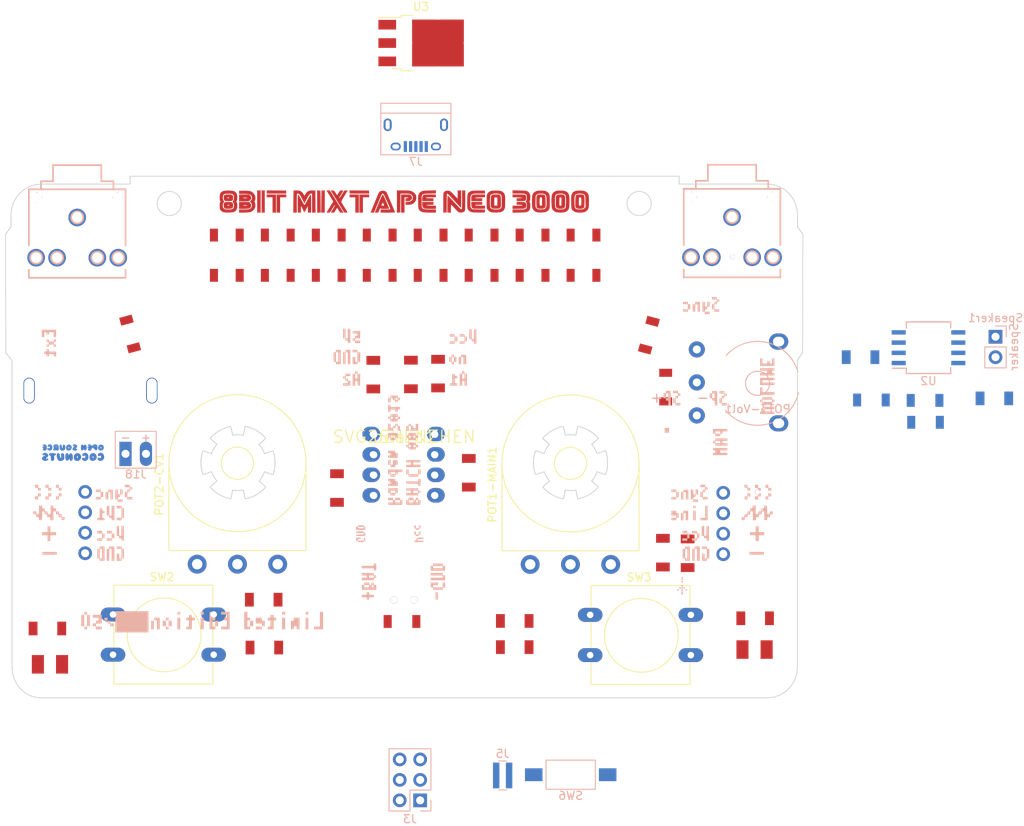
<source format=kicad_pcb>
(kicad_pcb (version 4) (host pcbnew 4.0.7-e0-6372~58~ubuntu16.04.1)
  (layers (0 F.Cu signal) (31 B.Cu signal) (34 B.Paste user) (35 F.Paste user) (36 B.SilkS user) (37 F.SilkS user) (38 B.Mask user) (39 F.Mask user) (44 Edge.Cuts user))
  (net 0 "")
  (net 1 AudioProg)
  (net 2 PB3)
  (net 3 VCC)
  (net 4 GND)
  (net 5 CV_OUT)
  (net 6 "Net-(D-OUT1-Pad2)")
  (net 7 CV_IN)
  (net 8 Sync_OUT)
  (net 9 Sound_OUT)
  (net 10 "Net-(J5-Pad1)")
  (net 11 +3V3)
  (net 12 But-L)
  (net 13 But-R)
  (net 14 PB4/A2)
  (net 15 PB2/A1)
  (net 16 PB1)
  (net 17 PB0)
  (net 18 "Net-(NEO1-Pad4)")
  (net 19 Sound_IN)
  (net 20 "Net-(C6-Pad1)")
  (net 21 "Net-(NEO1-Pad2)")
  (net 22 "Net-(Speaker1-Pad2)")
  (net 23 "Net-(NEO2-Pad4)")
  (net 24 "Net-(NEO3-Pad4)")
  (net 25 "Net-(NEO4-Pad4)")
  (net 26 "Net-(NEO5-Pad4)")
  (net 27 "Net-(NEO6-Pad4)")
  (net 28 "Net-(NEO7-Pad4)")
  (net 29 "Net-(C5-Pad1)")
  (net 30 "Net-(D-POW1-Pad1)")
  (net 31 "Net-(R14-Pad1)")
  (net 32 "Net-(R15-Pad1)")
  (net 33 "Net-(POT1-MAIN1-Pad2)")
  (net 34 "Net-(POT1-MAIN1-Pad1)")
  (net 35 "Net-(POT2-CV1-Pad2)")
  (module Resistors_SMD:R_0612 (layer B.Cu) (at 162.23 142.08 180)
    (fp_text reference J5 (at 0 2.7 180) (layer B.SilkS) (effects (justify mirror)))
    (fp_text value CONN_01X02_MALE)
    (pad 1 smd rect (at -0.8 0 180) (size 0.8 3.2) (layers B.Cu B.Paste B.Mask) (net 10 "Net-(J5-Pad1)"))
    (pad 2 smd rect (at 0.8 0 180) (size 0.8 3.2) (layers B.Cu B.Paste B.Mask) (net 8 Sync_OUT))
  )
  (module TO_SOT_Packages_SMD:TO-252-3_TabPin2 (layer F.Cu) (at 152.1 51.08)
    (fp_text reference U3 (at 0 -4.5) (layer F.SilkS))
    (fp_text value 7805)
    (pad 1 smd rect (at -4.2 -2.28) (size 2.2 1.2) (layers F.Cu F.Paste F.Mask))
    (pad 2 smd rect (at -4.2 0) (size 2.2 1.2) (layers F.Cu F.Paste F.Mask))
    (pad 3 smd rect (at -4.2 2.28) (size 2.2 1.2) (layers F.Cu F.Paste F.Mask))
    (pad 2 smd rect (at 2.1 0) (size 6.4 5.8) (layers F.Cu F.Mask))
    (pad 2 smd rect (at 3.775 1.525) (size 3.05 2.75) (layers F.Cu F.Paste))
    (pad 2 smd rect (at 0.425 -1.525) (size 3.05 2.75) (layers F.Cu F.Paste))
    (pad 2 smd rect (at 3.775 -1.525) (size 3.05 2.75) (layers F.Cu F.Paste))
    (pad 2 smd rect (at 0.425 1.525) (size 3.05 2.75) (layers F.Cu F.Paste))
  )
  (module 8BitMixtape-3000:Mixtape_NEO_WS2812B (layer F.Cu) (at 134.307142 77.44 270)
    (fp_text reference NEO2)
    (fp_text value SK6812)
    (pad 3 smd rect (at 2.5 1.6 270) (size 1.6 1) (layers F.Cu F.Paste F.Mask) (net 3 VCC))
    (pad 4 smd rect (at 2.5 -1.6 270) (size 1.6 1) (layers F.Cu F.Paste F.Mask) (net 23 "Net-(NEO2-Pad4)"))
    (pad 2 smd rect (at -2.5 1.6 270) (size 1.6 1) (layers F.Cu F.Paste F.Mask) (net 18 "Net-(NEO1-Pad4)"))
    (pad 1 smd rect (at -2.5 -1.6 270) (size 1.6 1) (layers F.Cu F.Paste F.Mask) (net 4 GND))
  )
  (module 8BitMixtape-3000:Mixtape_NEO_WS2812B (layer F.Cu) (at 140.634284 77.44 270)
    (fp_text reference NEO3)
    (fp_text value SK6812)
    (pad 3 smd rect (at 2.5 1.6 270) (size 1.6 1) (layers F.Cu F.Paste F.Mask) (net 3 VCC))
    (pad 4 smd rect (at 2.5 -1.6 270) (size 1.6 1) (layers F.Cu F.Paste F.Mask) (net 24 "Net-(NEO3-Pad4)"))
    (pad 2 smd rect (at -2.5 1.6 270) (size 1.6 1) (layers F.Cu F.Paste F.Mask) (net 23 "Net-(NEO2-Pad4)"))
    (pad 1 smd rect (at -2.5 -1.6 270) (size 1.6 1) (layers F.Cu F.Paste F.Mask) (net 4 GND))
  )
  (module 8BitMixtape-3000:Mixtape_NEO_WS2812B (layer F.Cu) (at 146.961426 77.44 270)
    (fp_text reference NEO4)
    (fp_text value SK6812)
    (pad 3 smd rect (at 2.5 1.6 270) (size 1.6 1) (layers F.Cu F.Paste F.Mask) (net 3 VCC))
    (pad 4 smd rect (at 2.5 -1.6 270) (size 1.6 1) (layers F.Cu F.Paste F.Mask) (net 25 "Net-(NEO4-Pad4)"))
    (pad 2 smd rect (at -2.5 1.6 270) (size 1.6 1) (layers F.Cu F.Paste F.Mask) (net 24 "Net-(NEO3-Pad4)"))
    (pad 1 smd rect (at -2.5 -1.6 270) (size 1.6 1) (layers F.Cu F.Paste F.Mask) (net 4 GND))
  )
  (module 8BitMixtape-3000:Mixtape_NEO_WS2812B (layer F.Cu) (at 153.288568 77.44 270)
    (fp_text reference NEO5)
    (fp_text value SK6812)
    (pad 3 smd rect (at 2.5 1.6 270) (size 1.6 1) (layers F.Cu F.Paste F.Mask) (net 3 VCC))
    (pad 4 smd rect (at 2.5 -1.6 270) (size 1.6 1) (layers F.Cu F.Paste F.Mask) (net 26 "Net-(NEO5-Pad4)"))
    (pad 2 smd rect (at -2.5 1.6 270) (size 1.6 1) (layers F.Cu F.Paste F.Mask) (net 25 "Net-(NEO4-Pad4)"))
    (pad 1 smd rect (at -2.5 -1.6 270) (size 1.6 1) (layers F.Cu F.Paste F.Mask) (net 4 GND))
  )
  (module 8BitMixtape-3000:Mixtape_NEO_WS2812B (layer F.Cu) (at 159.61571 77.44 270)
    (fp_text reference NEO6)
    (fp_text value SK6812)
    (pad 3 smd rect (at 2.5 1.6 270) (size 1.6 1) (layers F.Cu F.Paste F.Mask) (net 3 VCC))
    (pad 4 smd rect (at 2.5 -1.6 270) (size 1.6 1) (layers F.Cu F.Paste F.Mask) (net 27 "Net-(NEO6-Pad4)"))
    (pad 2 smd rect (at -2.5 1.6 270) (size 1.6 1) (layers F.Cu F.Paste F.Mask) (net 26 "Net-(NEO5-Pad4)"))
    (pad 1 smd rect (at -2.5 -1.6 270) (size 1.6 1) (layers F.Cu F.Paste F.Mask) (net 4 GND))
  )
  (module 8BitMixtape-3000:Mixtape_NEO_WS2812B (layer F.Cu) (at 165.942852 77.44 270)
    (fp_text reference NEO7)
    (fp_text value SK6812)
    (pad 3 smd rect (at 2.5 1.6 270) (size 1.6 1) (layers F.Cu F.Paste F.Mask) (net 3 VCC))
    (pad 4 smd rect (at 2.5 -1.6 270) (size 1.6 1) (layers F.Cu F.Paste F.Mask) (net 28 "Net-(NEO7-Pad4)"))
    (pad 2 smd rect (at -2.5 1.6 270) (size 1.6 1) (layers F.Cu F.Paste F.Mask) (net 27 "Net-(NEO6-Pad4)"))
    (pad 1 smd rect (at -2.5 -1.6 270) (size 1.6 1) (layers F.Cu F.Paste F.Mask) (net 4 GND))
  )
  (module 8BitMixtape-3000:Mixtape_NEO_WS2812B (layer F.Cu) (at 172.269994 77.44 270)
    (fp_text reference NEO8)
    (fp_text value SK6812)
    (pad 3 smd rect (at 2.5 1.6 270) (size 1.6 1) (layers F.Cu F.Paste F.Mask) (net 3 VCC))
    (pad 4 smd rect (at 2.5 -1.6 270) (size 1.6 1) (layers F.Cu F.Paste F.Mask))
    (pad 2 smd rect (at -2.5 1.6 270) (size 1.6 1) (layers F.Cu F.Paste F.Mask) (net 28 "Net-(NEO7-Pad4)"))
    (pad 1 smd rect (at -2.5 -1.6 270) (size 1.6 1) (layers F.Cu F.Paste F.Mask) (net 4 GND))
  )
  (module Housings_SOIC:SO-8_5.3x6.2mm_Pitch1.27mm (layer B.Cu) (at 215.11 88.935)
    (fp_text reference U2 (at 0 4.13) (layer B.SilkS) (effects (justify mirror)))
    (fp_text value PAM8002)
    (pad 1 smd rect (at -3.7 1.905) (size 1.75 0.55) (layers B.Cu B.Paste B.Mask) (net 4 GND))
    (pad 2 smd rect (at -3.7 0.635) (size 1.75 0.55) (layers B.Cu B.Paste B.Mask) (net 29 "Net-(C5-Pad1)"))
    (pad 3 smd rect (at -3.7 -0.635) (size 1.75 0.55) (layers B.Cu B.Paste B.Mask) (net 29 "Net-(C5-Pad1)"))
    (pad 4 smd rect (at -3.7 -1.905) (size 1.75 0.55) (layers B.Cu B.Paste B.Mask) (net 31 "Net-(R14-Pad1)"))
    (pad 5 smd rect (at 3.7 -1.905) (size 1.75 0.55) (layers B.Cu B.Paste B.Mask) (net 32 "Net-(R15-Pad1)"))
    (pad 6 smd rect (at 3.7 -0.635) (size 1.75 0.55) (layers B.Cu B.Paste B.Mask) (net 3 VCC))
    (pad 7 smd rect (at 3.7 0.635) (size 1.75 0.55) (layers B.Cu B.Paste B.Mask) (net 4 GND))
    (pad 8 smd rect (at 3.7 1.905) (size 1.75 0.55) (layers B.Cu B.Paste B.Mask) (net 22 "Net-(Speaker1-Pad2)"))
  )
  (module 8BitMixtape-3000:Mixtape_NEO_WS2812B (layer F.Cu) (at 127.98 77.44 270)
    (fp_text reference NEO1)
    (fp_text value SK6812)
    (pad 3 smd rect (at 2.5 1.6 270) (size 1.6 1) (layers F.Cu F.Paste F.Mask) (net 3 VCC))
    (pad 4 smd rect (at 2.5 -1.6 270) (size 1.6 1) (layers F.Cu F.Paste F.Mask) (net 18 "Net-(NEO1-Pad4)"))
    (pad 2 smd rect (at -2.5 1.6 270) (size 1.6 1) (layers F.Cu F.Paste F.Mask) (net 21 "Net-(NEO1-Pad2)"))
    (pad 1 smd rect (at -2.5 -1.6 270) (size 1.6 1) (layers F.Cu F.Paste F.Mask) (net 4 GND))
  )
  (module 8BitMixtape-3000:C_1206_HandSoldering (layer F.Cu) (at 115.9764 87.2236 285)
    (fp_text reference C1)
    (fp_text value 100nF)
    (pad 1 smd rect (at -1.778 0 285) (size 1 1.6) (layers F.Cu F.Paste F.Mask) (net 1 AudioProg))
    (pad 2 smd rect (at 1.778 0 285) (size 1 1.6) (layers F.Cu F.Paste F.Mask) (net 2 PB3))
  )
  (module 8BitMixtape-3000:C_1206_HandSoldering (layer F.Cu) (at 180.3908 87.376 75)
    (fp_text reference C2)
    (fp_text value 100nF)
    (pad 1 smd rect (at -1.778 0 75) (size 1 1.6) (layers F.Cu F.Paste F.Mask) (net 3 VCC))
    (pad 2 smd rect (at 1.778 0 75) (size 1 1.6) (layers F.Cu F.Paste F.Mask) (net 4 GND))
  )
  (module 8BitMixtape-3000:C_1206_HandSoldering (layer F.Cu) (at 182.4736 93.8276 90)
    (fp_text reference C3)
    (fp_text value 100nF)
    (pad 1 smd rect (at -1.778 0 90) (size 1 1.6) (layers F.Cu F.Paste F.Mask) (net 5 CV_OUT))
    (pad 2 smd rect (at 1.778 0 90) (size 1 1.6) (layers F.Cu F.Paste F.Mask) (net 4 GND))
  )
  (module 8BitMixtape-3000:C_1206_HandSoldering (layer F.Cu) (at 149.732 122.95)
    (fp_text reference C4)
    (fp_text value 10uF)
    (pad 1 smd rect (at -1.778 0) (size 1 1.6) (layers F.Cu F.Paste F.Mask) (net 3 VCC))
    (pad 2 smd rect (at 1.778 0) (size 1 1.6) (layers F.Cu F.Paste F.Mask) (net 4 GND))
  )
  (module 8BitMixtape-3000:C_1206_HandSoldering (layer B.Cu) (at 208.02 95.43)
    (fp_text reference C5)
    (fp_text value 1uF)
    (pad 1 smd rect (at -1.778 0) (size 1 1.6) (layers B.Cu B.Paste B.Mask) (net 29 "Net-(C5-Pad1)"))
    (pad 2 smd rect (at 1.778 0) (size 1 1.6) (layers B.Cu B.Paste B.Mask) (net 4 GND))
  )
  (module 8BitMixtape-3000:C_1206_HandSoldering (layer B.Cu) (at 214.74 98.2)
    (fp_text reference C6)
    (fp_text value 10uF)
    (pad 1 smd rect (at -1.778 0) (size 1 1.6) (layers B.Cu B.Paste B.Mask) (net 20 "Net-(C6-Pad1)"))
    (pad 2 smd rect (at 1.778 0) (size 1 1.6) (layers B.Cu B.Paste B.Mask) (net 9 Sound_OUT))
  )
  (module 8BitMixtape-3000:C_1206_HandSoldering (layer B.Cu) (at 214.682 95.48)
    (fp_text reference C7)
    (fp_text value 10uF)
    (pad 1 smd rect (at -1.778 0) (size 1 1.6) (layers B.Cu B.Paste B.Mask) (net 4 GND))
    (pad 2 smd rect (at 1.778 0) (size 1 1.6) (layers B.Cu B.Paste B.Mask) (net 3 VCC))
  )
  (module 8BitMixtape-3000:LED_2835_minimal (layer F.Cu) (at 193.51 126.44 180)
    (fp_text reference D-OUT1)
    (fp_text value LED)
    (pad 1 smd rect (at -1.5 0 180) (size 1.5 2.3) (layers F.Cu F.Paste F.Mask) (net 4 GND))
    (pad 2 smd rect (at 1.5 0 180) (size 1.5 2.3) (layers F.Cu F.Paste F.Mask) (net 6 "Net-(D-OUT1-Pad2)"))
  )
  (module 8BitMixtape-3000:LED_2835_minimal (layer F.Cu) (at 106.02 128.27)
    (fp_text reference D-POW1)
    (fp_text value LED)
    (pad 1 smd rect (at -1.5 0) (size 1.5 2.3) (layers F.Cu F.Paste F.Mask) (net 30 "Net-(D-POW1-Pad1)"))
    (pad 2 smd rect (at 1.5 0) (size 1.5 2.3) (layers F.Cu F.Paste F.Mask) (net 3 VCC))
  )
  (module 8BitMixtape-3000:Socket_Strip_Straight_2x03_Pitch2.54mm (layer B.Cu) (at 151.99 145.17)
    (fp_text reference J3 (at -1.27 2.33) (layer B.SilkS) (effects (justify mirror)))
    (fp_text value CONN_02X03)
    (pad 1 thru_hole rect (at 0 0) (size 1.7 1.7) (drill 1) (layers *.Cu *.Mask))
    (pad 2 thru_hole oval (at -2.54 0) (size 1.7 1.7) (drill 1) (layers *.Cu *.Mask))
    (pad 3 thru_hole oval (at 0 -2.54) (size 1.7 1.7) (drill 1) (layers *.Cu *.Mask))
    (pad 4 thru_hole oval (at -2.54 -2.54) (size 1.7 1.7) (drill 1) (layers *.Cu *.Mask))
    (pad 5 thru_hole oval (at 0 -5.08) (size 1.7 1.7) (drill 1) (layers *.Cu *.Mask))
    (pad 6 thru_hole oval (at -2.54 -5.08) (size 1.7 1.7) (drill 1) (layers *.Cu *.Mask))
  )
  (module 8BitMixtape-3000:USB_Micro-B (layer B.Cu) (at 151.45 62.59)
    (fp_text reference J7 (at 0 3.24) (layer B.SilkS) (effects (justify mirror)))
    (fp_text value USB_OTG)
    (pad 1 smd rect (at -1.3 1.35 270) (size 1.35 0.4) (layers B.Cu B.Paste B.Mask) (net 3 VCC))
    (pad 2 smd rect (at -0.65 1.35 270) (size 1.35 0.4) (layers B.Cu B.Paste B.Mask))
    (pad 3 smd rect (at 0 1.35 270) (size 1.35 0.4) (layers B.Cu B.Paste B.Mask))
    (pad 4 smd rect (at 0.65 1.35 270) (size 1.35 0.4) (layers B.Cu B.Paste B.Mask))
    (pad 5 smd rect (at 1.3 1.35 270) (size 1.35 0.4) (layers B.Cu B.Paste B.Mask) (net 4 GND))
    (pad 6 thru_hole oval (at -2.5 1.35 270) (size 0.95 1.25) (drill oval 0.55 0.85) (layers *.Cu *.Mask) (net 4 GND))
    (pad 6 thru_hole oval (at 2.5 1.35 270) (size 0.95 1.25) (drill oval 0.55 0.85) (layers *.Cu *.Mask) (net 4 GND))
    (pad 6 thru_hole oval (at -3.5 -1.35 270) (size 1.55 1) (drill oval 1.15 0.5) (layers *.Cu *.Mask) (net 4 GND))
    (pad 6 thru_hole oval (at 3.5 -1.35 270) (size 1.55 1) (drill oval 1.15 0.5) (layers *.Cu *.Mask) (net 4 GND))
  )
  (module 8BitMixtape-3000:Bat_connector (layer B.Cu) (at 115.4 102.12)
    (fp_text reference J18 (at 1.27 2.54) (layer B.SilkS) (effects (justify mirror)))
    (fp_text value Con_3-5V)
    (fp_text user + (at 2.54 -2.032) (layer B.SilkS) (effects (justify mirror)))
    (fp_text user - (at 0 -2.032) (layer B.SilkS) (effects (justify mirror)))
    (pad 1 thru_hole rect (at 0 0) (size 1.51 3.01) (drill 1) (layers *.Cu *.Mask) (net 4 GND))
    (pad 2 thru_hole oval (at 2.54 0) (size 1.51 3.01) (drill 1) (layers *.Cu *.Mask) (net 11 +3V3))
  )
  (module 8BitMixtape-3000:AUDIO-Jack_3.5mm_5Pin (layer B.Cu) (at 109.40222 72.75128 270)
    (fp_text reference Jack1)
    (fp_text value JACK_TRS_6PINS)
    (pad 3 thru_hole circle (at 4.99872 5.09778 270) (size 2.18186 2.18186) (drill 1.29794) (layers *.Cu *.Mask) (net 1 AudioProg))
    (pad 6 thru_hole circle (at 4.99872 2.49936 270) (size 2.18186 2.18186) (drill 1.29794) (layers *.Cu *.Mask))
    (pad 1 thru_hole circle (at 0 0 270) (size 2.18186 2.18186) (drill 1.29794) (layers *.Cu *.Mask) (net 4 GND))
    (pad 2 thru_hole circle (at 4.99872 -5.09778 270) (size 2.18186 2.18186) (drill 1.29794) (layers *.Cu *.Mask) (net 7 CV_IN))
    (pad 5 thru_hole circle (at 4.99872 -2.49936 270) (size 2.18186 2.18186) (drill 1.29794) (layers *.Cu *.Mask))
    (pad "" np_thru_hole circle (at -2.4765 5.0165 270) (size 1.2 1.2) (drill 1.2) (layers *.Cu *.Mask))
    (pad "" np_thru_hole circle (at -2.4765 -5.0165 270) (size 1.2 1.2) (drill 1.2) (layers *.Cu *.Mask))
  )
  (module 8BitMixtape-3000:AUDIO-Jack_3.5mm_5Pin (layer B.Cu) (at 190.7135 72.6965 270)
    (fp_text reference Jack2)
    (fp_text value JACK_TRS_6PINS)
    (pad 3 thru_hole circle (at 4.99872 5.09778 270) (size 2.18186 2.18186) (drill 1.29794) (layers *.Cu *.Mask) (net 8 Sync_OUT))
    (pad 6 thru_hole circle (at 4.99872 2.49936 270) (size 2.18186 2.18186) (drill 1.29794) (layers *.Cu *.Mask))
    (pad 1 thru_hole circle (at 0 0 270) (size 2.18186 2.18186) (drill 1.29794) (layers *.Cu *.Mask) (net 4 GND))
    (pad 2 thru_hole circle (at 4.99872 -5.09778 270) (size 2.18186 2.18186) (drill 1.29794) (layers *.Cu *.Mask) (net 9 Sound_OUT))
    (pad 5 thru_hole circle (at 4.99872 -2.49936 270) (size 2.18186 2.18186) (drill 1.29794) (layers *.Cu *.Mask))
    (pad "" np_thru_hole circle (at -2.4765 5.0165 270) (size 1.2 1.2) (drill 1.2) (layers *.Cu *.Mask))
    (pad "" np_thru_hole circle (at -2.4765 -5.0165 270) (size 1.2 1.2) (drill 1.2) (layers *.Cu *.Mask))
  )
  (module 8Bit_ESPTINY86-Mixtape:Potentiometer_wheel (layer B.Cu) (at 193.96 93.25)
    (fp_text reference POT3-Vol1 (at -0.08 3.302) (layer B.SilkS) (effects (justify mirror)))
    (fp_text value "POT 10k")
    (pad 1 thru_hole circle (at -7.62 4.1) (size 2 2) (drill 1) (layers *.Cu *.Mask) (net 5 CV_OUT))
    (pad 2 thru_hole circle (at -7.62 0) (size 2 2) (drill 1) (layers *.Cu *.Mask) (net 9 Sound_OUT))
    (pad 3 thru_hole circle (at -7.62 -4.1) (size 2 2) (drill 1) (layers *.Cu *.Mask) (net 4 GND))
    (pad "" thru_hole oval (at 2.54 5.08) (size 2.4 2) (drill oval 1.4 1.2) (layers *.Cu *.Mask))
    (pad "" thru_hole oval (at 2.54 -5.08) (size 2.4 2) (drill oval 1.4 1.2) (layers *.Cu *.Mask))
  )
  (module 8BitMixtape-3000:R_1206_HandSoldering (layer F.Cu) (at 150.84 92.26 90)
    (fp_text reference R1)
    (fp_text value 22k)
    (pad 1 smd rect (at -1.778 0 90) (size 1.1 1.7) (layers F.Cu F.Paste F.Mask) (net 3 VCC))
    (pad 2 smd rect (at 1.778 0 90) (size 1.1 1.7) (layers F.Cu F.Paste F.Mask) (net 2 PB3))
  )
  (module 8BitMixtape-3000:R_1206_HandSoldering (layer F.Cu) (at 146.17 92.28 270)
    (fp_text reference R2)
    (fp_text value 22k)
    (pad 1 smd rect (at -1.778 0 270) (size 1.1 1.7) (layers F.Cu F.Paste F.Mask) (net 2 PB3))
    (pad 2 smd rect (at 1.778 0 270) (size 1.1 1.7) (layers F.Cu F.Paste F.Mask) (net 4 GND))
  )
  (module 8BitMixtape-3000:R_1206_HandSoldering (layer F.Cu) (at 132.6388 126.1872 180)
    (fp_text reference R3)
    (fp_text value 22k)
    (pad 1 smd rect (at -1.778 0 180) (size 1.1 1.7) (layers F.Cu F.Paste F.Mask) (net 2 PB3))
    (pad 2 smd rect (at 1.778 0 180) (size 1.1 1.7) (layers F.Cu F.Paste F.Mask) (net 12 But-L))
  )
  (module 8BitMixtape-3000:R_1206_HandSoldering (layer F.Cu) (at 163.7284 122.8852)
    (fp_text reference R4)
    (fp_text value 22k)
    (pad 1 smd rect (at -1.778 0) (size 1.1 1.7) (layers F.Cu F.Paste F.Mask) (net 2 PB3))
    (pad 2 smd rect (at 1.778 0) (size 1.1 1.7) (layers F.Cu F.Paste F.Mask) (net 13 But-R))
  )
  (module 8BitMixtape-3000:R_1206_HandSoldering (layer F.Cu) (at 163.7284 126.1364)
    (fp_text reference R5)
    (fp_text value 22k)
    (pad 1 smd rect (at -1.778 0) (size 1.1 1.7) (layers F.Cu F.Paste F.Mask) (net 2 PB3))
    (pad 2 smd rect (at 1.778 0) (size 1.1 1.7) (layers F.Cu F.Paste F.Mask) (net 13 But-R))
  )
  (module 8BitMixtape-3000:R_1206_HandSoldering (layer F.Cu) (at 141.66 106.368 270)
    (fp_text reference R6)
    (fp_text value 22K)
    (pad 1 smd rect (at -1.778 0 270) (size 1.1 1.7) (layers F.Cu F.Paste F.Mask) (net 14 PB4/A2))
    (pad 2 smd rect (at 1.778 0 270) (size 1.1 1.7) (layers F.Cu F.Paste F.Mask) (net 35 "Net-(POT2-CV1-Pad2)"))
  )
  (module 8BitMixtape-3000:R_1206_HandSoldering (layer F.Cu) (at 158.03 104.472 270)
    (fp_text reference R7)
    (fp_text value 22K)
    (pad 1 smd rect (at -1.778 0 270) (size 1.1 1.7) (layers F.Cu F.Paste F.Mask) (net 15 PB2/A1))
    (pad 2 smd rect (at 1.778 0 270) (size 1.1 1.7) (layers F.Cu F.Paste F.Mask) (net 33 "Net-(POT1-MAIN1-Pad2)"))
  )
  (module 8BitMixtape-3000:R_1206_HandSoldering (layer F.Cu) (at 185.2 114.472 270)
    (fp_text reference R8)
    (fp_text value 330)
    (pad 1 smd rect (at -1.778 0 270) (size 1.1 1.7) (layers F.Cu F.Paste F.Mask) (net 5 CV_OUT))
    (pad 2 smd rect (at 1.778 0 270) (size 1.1 1.7) (layers F.Cu F.Paste F.Mask) (net 16 PB1))
  )
  (module 8BitMixtape-3000:R_1206_HandSoldering (layer F.Cu) (at 154.21 92.152 270)
    (fp_text reference R9)
    (fp_text value 330)
    (pad 1 smd rect (at -1.778 0 270) (size 1.1 1.7) (layers F.Cu F.Paste F.Mask) (net 21 "Net-(NEO1-Pad2)"))
    (pad 2 smd rect (at 1.778 0 270) (size 1.1 1.7) (layers F.Cu F.Paste F.Mask) (net 17 PB0))
  )
  (module 8BitMixtape-3000:R_1206_HandSoldering (layer F.Cu) (at 132.56 120.24 180)
    (fp_text reference R10)
    (fp_text value 4.7K)
    (pad 1 smd rect (at -1.778 0 180) (size 1.1 1.7) (layers F.Cu F.Paste F.Mask) (net 3 VCC))
    (pad 2 smd rect (at 1.778 0 180) (size 1.1 1.7) (layers F.Cu F.Paste F.Mask) (net 19 Sound_IN))
  )
  (module 8BitMixtape-3000:R_1206_HandSoldering (layer F.Cu) (at 182.13 114.398 270)
    (fp_text reference R11)
    (fp_text value 4.7K)
    (pad 1 smd rect (at -1.778 0 270) (size 1.1 1.7) (layers F.Cu F.Paste F.Mask) (net 3 VCC))
    (pad 2 smd rect (at 1.778 0 270) (size 1.1 1.7) (layers F.Cu F.Paste F.Mask) (net 34 "Net-(POT1-MAIN1-Pad1)"))
  )
  (module 8BitMixtape-3000:R_1206_HandSoldering (layer F.Cu) (at 105.7 123.82)
    (fp_text reference R12)
    (fp_text value 1K)
    (pad 1 smd rect (at -1.778 0) (size 1.1 1.7) (layers F.Cu F.Paste F.Mask) (net 30 "Net-(D-POW1-Pad1)"))
    (pad 2 smd rect (at 1.778 0) (size 1.1 1.7) (layers F.Cu F.Paste F.Mask) (net 4 GND))
  )
  (module 8BitMixtape-3000:R_1206_HandSoldering (layer F.Cu) (at 193.582 122.55)
    (fp_text reference R13)
    (fp_text value 1K)
    (pad 1 smd rect (at -1.778 0) (size 1.1 1.7) (layers F.Cu F.Paste F.Mask) (net 16 PB1))
    (pad 2 smd rect (at 1.778 0) (size 1.1 1.7) (layers F.Cu F.Paste F.Mask) (net 6 "Net-(D-OUT1-Pad2)"))
  )
  (module 8BitMixtape-3000:R_1206_HandSoldering (layer B.Cu) (at 206.672 90.11)
    (fp_text reference R14)
    (fp_text value 330)
    (pad 1 smd rect (at -1.778 0) (size 1.1 1.7) (layers B.Cu B.Paste B.Mask) (net 31 "Net-(R14-Pad1)"))
    (pad 2 smd rect (at 1.778 0) (size 1.1 1.7) (layers B.Cu B.Paste B.Mask) (net 20 "Net-(C6-Pad1)"))
  )
  (module 8BitMixtape-3000:R_1206_HandSoldering (layer B.Cu) (at 223.288 95.23)
    (fp_text reference R15)
    (fp_text value 22k)
    (pad 1 smd rect (at -1.778 0) (size 1.1 1.7) (layers B.Cu B.Paste B.Mask) (net 32 "Net-(R15-Pad1)"))
    (pad 2 smd rect (at 1.778 0) (size 1.1 1.7) (layers B.Cu B.Paste B.Mask) (net 31 "Net-(R14-Pad1)"))
  )
  (module 8BitMixtape-3000:Socket_Strip_Straight_1x02_Pitch2.54mm (layer B.Cu) (at 223.43 87.57 180)
    (fp_text reference Speaker1 (at 0 2.33 180) (layer B.SilkS) (effects (justify mirror)))
    (fp_text value Speaker (at -2.286 -1.27 450) (layer B.SilkS) (effects (justify mirror)))
    (pad 1 thru_hole rect (at 0 0 180) (size 1.7 1.7) (drill 1) (layers *.Cu *.Mask) (net 32 "Net-(R15-Pad1)"))
    (pad 2 thru_hole oval (at 0 -2.54 180) (size 1.7 1.7) (drill 1) (layers *.Cu *.Mask) (net 22 "Net-(Speaker1-Pad2)"))
  )
  (module 8Bit-MOJ-MIKRO-Kaseta:Push_SWITCH_hole (layer F.Cu) (at 111.05 94.26 270)
    (fp_text reference SW1)
    (fp_text value SW_Push)
    (pad 1 thru_hole oval (at 0 -7.62 270) (size 3.2 1.4) (drill oval 3 1.2) (layers F.Cu F.Mask) (net 11 +3V3))
    (pad 2 thru_hole oval (at 0 7.62 270) (size 3.2 1.4) (drill oval 3 1.2) (layers F.Cu F.Mask) (net 3 VCC))
    (pad "" np_thru_hole circle (at 0 0 270) (size 7.62 7.62) (drill 7.62) (layers *.Cu *.Mask))
  )
  (module 8Bit-MOJ-MIKRO-Kaseta:SW_SPST_FSMSM (layer B.Cu) (at 170.68 141.99)
    (fp_text reference SW6 (at 0 2.6) (layer B.SilkS) (effects (justify mirror)))
    (fp_text value SW_Push)
    (pad 1 smd rect (at -4.59 0) (size 2.18 1.6) (layers B.Cu B.Paste B.Mask) (net 10 "Net-(J5-Pad1)"))
    (pad 2 smd rect (at 4.59 0) (size 2.18 1.6) (layers B.Cu B.Paste B.Mask) (net 4 GND))
  )
  (module 8BitMixtape-3000:Attiny_DIP-8_W7.62mm (layer F.Cu) (at 146.12 99.65)
    (fp_text reference U1)
    (fp_text value ATTINY85-20SU)
    (pad 1 thru_hole oval (at 0 0) (size 2.2 1.8) (drill 0.8 (offset -0.2 0)) (layers *.Cu *.Mask) (net 10 "Net-(J5-Pad1)"))
    (pad 5 thru_hole oval (at 7.62 7.62) (size 2.2 1.8) (drill 0.8 (offset 0.2 0)) (layers *.Cu *.Mask) (net 17 PB0))
    (pad 2 thru_hole oval (at 0 2.54) (size 2.2 1.8) (drill 0.8 (offset -0.2 0)) (layers *.Cu *.Mask) (net 2 PB3))
    (pad 6 thru_hole oval (at 7.62 5.08) (size 2.2 1.8) (drill 0.8 (offset 0.2 0)) (layers *.Cu *.Mask) (net 16 PB1))
    (pad 3 thru_hole oval (at 0 5.08) (size 2.2 1.8) (drill 0.8 (offset -0.2 0)) (layers *.Cu *.Mask) (net 14 PB4/A2))
    (pad 7 thru_hole oval (at 7.62 2.54) (size 2.2 1.8) (drill 0.8 (offset 0.2 0)) (layers *.Cu *.Mask) (net 15 PB2/A1))
    (pad 4 thru_hole oval (at 0 7.62) (size 2.2 1.8) (drill 0.8 (offset -0.2 0)) (layers *.Cu *.Mask) (net 4 GND))
    (pad 8 thru_hole oval (at 7.62 0) (size 2.2 1.8) (drill 0.8 (offset 0.2 0)) (layers *.Cu *.Mask) (net 3 VCC))
  )
  (module 8BitMixtape-3000:Poti_Mouser (layer F.Cu) (at 175.65 115.86 90)
    (fp_text reference POT1-MAIN1 (at 9.915 -14.7 90) (layer F.SilkS))
    (fp_text value "POT 10K lin")
    (pad 3 thru_hole circle (at 0 -10 90) (size 2.34 2.34) (drill 1.3) (layers *.Cu *.Mask) (net 4 GND))
    (pad 2 thru_hole circle (at 0 -5 90) (size 2.34 2.34) (drill 1.3) (layers *.Cu *.Mask) (net 33 "Net-(POT1-MAIN1-Pad2)"))
    (pad 1 thru_hole circle (at 0 0 90) (size 2.34 2.34) (drill 1.3) (layers *.Cu *.Mask) (net 34 "Net-(POT1-MAIN1-Pad1)"))
  )
  (module 8BitMixtape-3000:Poti_Mouser (layer F.Cu) (at 134.3 115.83 90)
    (fp_text reference POT2-CV1 (at 9.915 -14.7 90) (layer F.SilkS))
    (fp_text value "POT 10K lin")
    (pad 3 thru_hole circle (at 0 -10 90) (size 2.34 2.34) (drill 1.3) (layers *.Cu *.Mask) (net 4 GND))
    (pad 2 thru_hole circle (at 0 -5 90) (size 2.34 2.34) (drill 1.3) (layers *.Cu *.Mask) (net 35 "Net-(POT2-CV1-Pad2)"))
    (pad 1 thru_hole circle (at 0 0 90) (size 2.34 2.34) (drill 1.3) (layers *.Cu *.Mask) (net 19 Sound_IN))
  )
  (module 8BitMixtape-3000:SW_PUSH-12mm_3D (layer F.Cu) (at 120.2127 124.62)
    (fp_text reference SW2 (at -0.2827 -7.2) (layer F.SilkS))
    (fp_text value SW_Push)
    (pad 1 thru_hole oval (at 6.1373 -2.54) (size 3.048 1.7272) (drill 0.8128) (layers B.Cu B.Mask) (net 12 But-L))
    (pad 2 thru_hole oval (at 6.1373 2.46) (size 3.048 1.7272) (drill 0.8128) (layers B.Cu B.Mask) (net 4 GND))
    (pad 1 thru_hole oval (at -6.3627 -2.54) (size 3.048 1.7272) (drill 0.8128) (layers B.Cu B.Mask) (net 12 But-L))
    (pad 2 thru_hole oval (at -6.3627 2.46) (size 3.048 1.7272) (drill 0.8128) (layers B.Cu B.Mask) (net 4 GND))
  )
  (module 8BitMixtape-3000:MixtapeNEO-3000 (layer F.Cu) (at 150 100)
    (fp_text reference board1 (at 0 0) (layer F.SilkS))
    (fp_text value SVG2SHENZHEN (at 0 0) (layer F.SilkS))
    (fp_poly (pts (xy -44.50215 2.011817) (xy -44.381856 2.058208) (xy -44.253452 2.154146) (xy -44.199955 2.275345) (xy -44.221089 2.408131) (xy -44.316581 2.538827) (xy -44.39274 2.599537) (xy -44.48062 2.675495) (xy -44.495204 2.724896) (xy -44.440503 2.736612) (xy -44.352072 2.712339) (xy -44.252271 2.690715) (xy -44.204972 2.73017) (xy -44.196 2.803216) (xy -44.236685 2.88054) (xy -44.342807 2.944327) (xy -44.530614 2.997922) (xy -44.694238 2.983913) (xy -44.798186 2.939678) (xy -44.927914 2.836272) (xy -44.977904 2.717115) (xy -44.949082 2.59218) (xy -44.842373 2.471442) (xy -44.748975 2.409399) (xy -44.647221 2.346847) (xy -44.58552 2.298575) (xy -44.577 2.28526) (xy -44.603388 2.231709) (xy -44.668151 2.240294) (xy -44.710354 2.270584) (xy -44.780428 2.315513) (xy -44.841129 2.294808) (xy -44.851372 2.286659) (xy -44.910546 2.201002) (xy -44.885405 2.113785) (xy -44.82158 2.055567) (xy -44.673968 1.996106) (xy -44.50215 2.011817)) (layer B.Cu) (width 0.01))
    (fp_poly (pts (xy -43.539272 2.036542) (xy -43.388641 2.055631) (xy -43.289184 2.089036) (xy -43.283341 2.093021) (xy -43.227832 2.154248) (xy -43.242854 2.22218) (xy -43.247823 2.230604) (xy -43.326233 2.299556) (xy -43.386744 2.32087) (xy -43.436183 2.335223) (xy -43.462671 2.372899) (xy -43.471829 2.453802) (xy -43.469282 2.597834) (xy -43.468792 2.611279) (xy -43.467246 2.769094) (xy -43.480277 2.865681) (xy -43.512674 2.923908) (xy -43.539046 2.946826) (xy -43.663792 3.001321) (xy -43.773547 2.978343) (xy -43.817317 2.939374) (xy -43.850466 2.852112) (xy -43.865543 2.704523) (xy -43.865519 2.625777) (xy -43.864231 2.486246) (xy -43.876725 2.407316) (xy -43.912834 2.36501) (xy -43.982393 2.335355) (xy -43.985018 2.334438) (xy -44.084301 2.271055) (xy -44.112649 2.189202) (xy -44.068567 2.11092) (xy -44.002744 2.073286) (xy -43.87587 2.044559) (xy -43.71153 2.032582) (xy -43.539272 2.036542)) (layer B.Cu) (width 0.01))
    (fp_poly (pts (xy -42.838383 2.060533) (xy -42.776491 2.150862) (xy -42.756669 2.310081) (xy -42.756666 2.312171) (xy -42.745267 2.49019) (xy -42.709711 2.592386) (xy -42.648802 2.624667) (xy -42.588052 2.606323) (xy -42.563623 2.542027) (xy -42.572377 2.417883) (xy -42.585377 2.34361) (xy -42.605041 2.212914) (xy -42.597812 2.136843) (xy -42.560638 2.088779) (xy -42.555717 2.084917) (xy -42.451731 2.036078) (xy -42.35321 2.064261) (xy -42.291 2.116667) (xy -42.243078 2.18261) (xy -42.216901 2.275336) (xy -42.206982 2.419065) (xy -42.206333 2.490288) (xy -42.210251 2.651611) (xy -42.226724 2.754689) (xy -42.262836 2.825763) (xy -42.310785 2.877369) (xy -42.458665 2.962357) (xy -42.625127 2.995664) (xy -42.76101 3.002031) (xy -42.849222 2.981818) (xy -42.92503 2.925482) (xy -42.940525 2.910323) (xy -43.046512 2.752243) (xy -43.114636 2.53824) (xy -43.13743 2.30505) (xy -43.117125 2.147432) (xy -43.052838 2.058475) (xy -42.947166 2.032) (xy -42.838383 2.060533)) (layer B.Cu) (width 0.01))
    (fp_poly (pts (xy -41.28046 2.094563) (xy -41.237552 2.141238) (xy -41.178749 2.264317) (xy -41.146915 2.430631) (xy -41.142229 2.61126) (xy -41.164873 2.777283) (xy -41.215029 2.899781) (xy -41.232666 2.921) (xy -41.312219 2.988559) (xy -41.377691 2.996745) (xy -41.454916 2.959943) (xy -41.51374 2.880699) (xy -41.529972 2.781313) (xy -41.530945 2.645834) (xy -41.62409 2.806561) (xy -41.693099 2.908999) (xy -41.758378 2.95195) (xy -41.844402 2.954727) (xy -41.961028 2.911545) (xy -42.035577 2.805638) (xy -42.070875 2.631394) (xy -42.074489 2.497667) (xy -42.066039 2.296294) (xy -42.043751 2.165264) (xy -42.001045 2.090561) (xy -41.931341 2.058172) (xy -41.865758 2.053167) (xy -41.766031 2.061209) (xy -41.722078 2.101973) (xy -41.706081 2.192803) (xy -41.692663 2.33244) (xy -41.598793 2.192803) (xy -41.491742 2.07596) (xy -41.38511 2.043139) (xy -41.28046 2.094563)) (layer B.Cu) (width 0.01))
    (fp_poly (pts (xy -40.358269 2.076608) (xy -40.224091 2.186555) (xy -40.136506 2.354654) (xy -40.132609 2.368403) (xy -40.115716 2.568932) (xy -40.168507 2.744743) (xy -40.277472 2.883737) (xy -40.429101 2.973809) (xy -40.609883 3.002858) (xy -40.796282 2.962927) (xy -40.92734 2.867832) (xy -40.999857 2.7139) (xy -41.012017 2.505151) (xy -41.011873 2.503504) (xy -40.642217 2.503504) (xy -40.628415 2.598324) (xy -40.595807 2.659609) (xy -40.5765 2.667) (xy -40.525313 2.630392) (xy -40.513 2.564629) (xy -40.525478 2.443174) (xy -40.557296 2.365287) (xy -40.600031 2.351048) (xy -40.602102 2.352242) (xy -40.634388 2.409895) (xy -40.642217 2.503504) (xy -41.011873 2.503504) (xy -41.010592 2.488909) (xy -40.985382 2.337765) (xy -40.934107 2.232807) (xy -40.856438 2.150931) (xy -40.692834 2.05327) (xy -40.520647 2.030337) (xy -40.358269 2.076608)) (layer B.Cu) (width 0.01))
    (fp_poly (pts (xy -39.512467 2.00911) (xy -39.373026 2.073293) (xy -39.273472 2.193074) (xy -39.214899 2.348793) (xy -39.198399 2.520791) (xy -39.225064 2.689411) (xy -39.295986 2.834994) (xy -39.412257 2.937881) (xy -39.459697 2.958744) (xy -39.614947 2.998271) (xy -39.742847 2.98986) (xy -39.81597 2.965386) (xy -39.940255 2.880871) (xy -39.997396 2.763433) (xy -39.997666 2.70108) (xy -39.954468 2.627466) (xy -39.851599 2.608405) (xy -39.68617 2.643405) (xy -39.676916 2.646336) (xy -39.619103 2.658293) (xy -39.591143 2.632743) (xy -39.582289 2.55097) (xy -39.581666 2.480462) (xy -39.581666 2.284048) (xy -39.685427 2.352035) (xy -39.802377 2.397394) (xy -39.899836 2.381323) (xy -39.956323 2.310565) (xy -39.962666 2.265005) (xy -39.925686 2.135023) (xy -39.824697 2.044144) (xy -39.674628 2.000851) (xy -39.512467 2.00911)) (layer B.Cu) (width 0.01))
    (fp_poly (pts (xy -38.426499 2.067492) (xy -38.293179 2.170759) (xy -38.211279 2.336988) (xy -38.184666 2.551144) (xy -38.198714 2.691823) (xy -38.252864 2.795231) (xy -38.306943 2.852975) (xy -38.451055 2.945146) (xy -38.624495 2.991497) (xy -38.79117 2.984267) (xy -38.840833 2.967813) (xy -38.984584 2.864049) (xy -39.064193 2.710022) (xy -39.0773 2.515306) (xy -38.692666 2.515306) (xy -38.68043 2.624564) (xy -38.639784 2.665735) (xy -38.626484 2.667) (xy -38.580487 2.642563) (xy -38.571479 2.558337) (xy -38.573568 2.532677) (xy -38.600021 2.421707) (xy -38.639755 2.379573) (xy -38.676167 2.408697) (xy -38.692653 2.511499) (xy -38.692666 2.515306) (xy -39.0773 2.515306) (xy -39.077441 2.513212) (xy -39.034301 2.316159) (xy -38.942293 2.161544) (xy -38.793282 2.064271) (xy -38.607319 2.032) (xy -38.426499 2.067492)) (layer B.Cu) (width 0.01))
    (fp_poly (pts (xy -37.558012 2.014496) (xy -37.556711 2.014815) (xy -37.412032 2.091683) (xy -37.310566 2.233869) (xy -37.258781 2.430415) (xy -37.253399 2.528749) (xy -37.290348 2.711262) (xy -37.389571 2.857835) (xy -37.533418 2.956442) (xy -37.704237 2.995058) (xy -37.884377 2.961656) (xy -37.887138 2.960513) (xy -37.998272 2.892556) (xy -38.048473 2.793178) (xy -38.057018 2.693945) (xy -38.048384 2.609258) (xy -38.003901 2.586458) (xy -37.94125 2.594738) (xy -37.815022 2.623113) (xy -37.729583 2.646813) (xy -37.669311 2.65835) (xy -37.641863 2.629038) (xy -37.634519 2.53962) (xy -37.634333 2.502604) (xy -37.638327 2.384679) (xy -37.659805 2.33731) (xy -37.713009 2.346448) (xy -37.765715 2.373012) (xy -37.878908 2.39828) (xy -37.981211 2.365608) (xy -38.032437 2.302489) (xy -38.034381 2.197671) (xy -37.969792 2.105507) (xy -37.85679 2.036953) (xy -37.71349 2.002964) (xy -37.558012 2.014496)) (layer B.Cu) (width 0.01))
    (fp_poly (pts (xy -44.611549 0.970541) (xy -44.496706 0.991639) (xy -44.438463 1.03099) (xy -44.40905 1.113924) (xy -44.399284 1.164167) (xy -44.379246 1.390041) (xy -44.40748 1.563083) (xy -44.479395 1.676992) (xy -44.590401 1.725469) (xy -44.735907 1.702215) (xy -44.778083 1.683999) (xy -44.845425 1.625643) (xy -44.872013 1.553326) (xy -44.853226 1.496485) (xy -44.809833 1.481667) (xy -44.752308 1.462641) (xy -44.760131 1.422264) (xy -44.827831 1.385586) (xy -44.831 1.384734) (xy -44.909447 1.341201) (xy -44.920155 1.285365) (xy -44.873038 1.238668) (xy -44.778009 1.22255) (xy -44.756916 1.224507) (xy -44.705895 1.213587) (xy -44.71275 1.172884) (xy -44.767284 1.122962) (xy -44.820416 1.096457) (xy -44.896955 1.061401) (xy -44.901853 1.030822) (xy -44.864857 0.999128) (xy -44.759971 0.966111) (xy -44.611549 0.970541)) (layer B.Cu) (width 0.01))
    (fp_poly (pts (xy -43.905253 0.952252) (xy -43.790665 1.031592) (xy -43.713362 1.165659) (xy -43.688 1.326886) (xy -43.717499 1.5162) (xy -43.801997 1.644021) (xy -43.935501 1.705555) (xy -44.112014 1.69601) (xy -44.140393 1.688564) (xy -44.244469 1.633978) (xy -44.304329 1.556018) (xy -44.315858 1.476265) (xy -44.274942 1.416298) (xy -44.196 1.397) (xy -44.116003 1.417021) (xy -44.090166 1.439334) (xy -44.040741 1.482699) (xy -44.002548 1.45066) (xy -43.984694 1.352452) (xy -43.984333 1.332011) (xy -43.9893 1.235307) (xy -44.012931 1.206077) (xy -44.065933 1.226026) (xy -44.173349 1.25307) (xy -44.24754 1.220052) (xy -44.277031 1.148733) (xy -44.250346 1.060876) (xy -44.18658 0.997234) (xy -44.0422 0.93751) (xy -43.905253 0.952252)) (layer B.Cu) (width 0.01))
    (fp_poly (pts (xy -43.127006 0.961946) (xy -43.023609 0.991786) (xy -42.956035 1.043225) (xy -42.916229 1.132709) (xy -42.896134 1.27668) (xy -42.888675 1.448427) (xy -42.893158 1.580062) (xy -42.921053 1.655019) (xy -42.971172 1.694853) (xy -43.063215 1.718473) (xy -43.151497 1.680867) (xy -43.234261 1.64232) (xy -43.307322 1.662712) (xy -43.330538 1.677298) (xy -43.406782 1.711902) (xy -43.479118 1.68949) (xy -43.512306 1.667624) (xy -43.576084 1.61428) (xy -43.578688 1.563407) (xy -43.53926 1.496018) (xy -43.496286 1.405116) (xy -43.513734 1.33978) (xy -43.518893 1.333227) (xy -43.543645 1.267638) (xy -43.288353 1.267638) (xy -43.277627 1.285262) (xy -43.216175 1.311015) (xy -43.181229 1.265704) (xy -43.18 1.248834) (xy -43.201533 1.192478) (xy -43.219835 1.185334) (xy -43.275114 1.213344) (xy -43.288353 1.267638) (xy -43.543645 1.267638) (xy -43.550284 1.250046) (xy -43.553475 1.156456) (xy -43.502567 1.038169) (xy -43.389716 0.967342) (xy -43.226355 0.949189) (xy -43.127006 0.961946)) (layer B.Cu) (width 0.01))
    (fp_poly (pts (xy -42.557816 1.015982) (xy -42.513447 1.152239) (xy -42.50494 1.21075) (xy -42.477371 1.347443) (xy -42.440566 1.422863) (xy -42.405254 1.43257) (xy -42.382164 1.372126) (xy -42.380153 1.262381) (xy -42.377123 1.096724) (xy -42.341105 1.002903) (xy -42.270359 0.973667) (xy -42.172045 1.012065) (xy -42.106463 1.120147) (xy -42.079657 1.287247) (xy -42.079333 1.310667) (xy -42.105016 1.504178) (xy -42.18471 1.63482) (xy -42.322387 1.708023) (xy -42.378846 1.720125) (xy -42.504526 1.723473) (xy -42.607952 1.674927) (xy -42.65085 1.640557) (xy -42.722088 1.566384) (xy -42.762689 1.47941) (xy -42.784256 1.349619) (xy -42.790048 1.280442) (xy -42.796834 1.133493) (xy -42.787234 1.047546) (xy -42.756473 0.999738) (xy -42.72743 0.980676) (xy -42.628804 0.959146) (xy -42.557816 1.015982)) (layer B.Cu) (width 0.01))
    (fp_poly (pts (xy -41.445414 1.01582) (xy -41.362739 1.085209) (xy -41.28589 1.239165) (xy -41.280897 1.39418) (xy -41.336708 1.534146) (xy -41.442272 1.642953) (xy -41.586536 1.70449) (xy -41.75845 1.702649) (xy -41.782364 1.696885) (xy -41.894345 1.627919) (xy -41.962982 1.50765) (xy -41.979564 1.397267) (xy -41.688988 1.397267) (xy -41.681995 1.42085) (xy -41.64104 1.464257) (xy -41.596324 1.441981) (xy -41.571793 1.368347) (xy -41.571333 1.354667) (xy -41.591503 1.274568) (xy -41.613965 1.248649) (xy -41.659473 1.255085) (xy -41.688576 1.31499) (xy -41.688988 1.397267) (xy -41.979564 1.397267) (xy -41.985282 1.359207) (xy -41.958252 1.20572) (xy -41.878898 1.07032) (xy -41.865305 1.055972) (xy -41.739824 0.984367) (xy -41.58882 0.971625) (xy -41.445414 1.01582)) (layer B.Cu) (width 0.01))
    (fp_poly (pts (xy -40.844755 0.952835) (xy -40.746233 0.986117) (xy -40.629237 1.073427) (xy -40.592702 1.181153) (xy -40.636803 1.30284) (xy -40.734868 1.409902) (xy -40.872833 1.528638) (xy -40.73525 1.501789) (xy -40.640739 1.490681) (xy -40.603044 1.515047) (xy -40.597666 1.558829) (xy -40.638121 1.639969) (xy -40.730984 1.689192) (xy -40.83154 1.722334) (xy -40.898431 1.728878) (xy -40.973007 1.706688) (xy -41.05275 1.672553) (xy -41.162846 1.595676) (xy -41.191993 1.498607) (xy -41.140399 1.385271) (xy -41.031583 1.277757) (xy -40.946066 1.197684) (xy -40.904848 1.1355) (xy -40.906885 1.116127) (xy -40.953769 1.115184) (xy -40.976696 1.139812) (xy -41.036288 1.17683) (xy -41.10338 1.157662) (xy -41.140954 1.098136) (xy -41.140134 1.06992) (xy -41.086462 0.988569) (xy -40.979983 0.947835) (xy -40.844755 0.952835)) (layer B.Cu) (width 0.01))
    (fp_poly (pts (xy -38.258923 0.956452) (xy -38.243845 0.960996) (xy -38.1419 1.037312) (xy -38.085795 1.178062) (xy -38.077896 1.375028) (xy -38.092098 1.488166) (xy -38.116325 1.602419) (xy -38.151887 1.655793) (xy -38.22115 1.671355) (xy -38.270505 1.672167) (xy -38.370437 1.66372) (xy -38.409999 1.628208) (xy -38.414325 1.578653) (xy -38.436892 1.501638) (xy -38.523487 1.460522) (xy -38.530689 1.458885) (xy -38.639989 1.411121) (xy -38.708042 1.350088) (xy -38.74485 1.306146) (xy -38.766567 1.318392) (xy -38.783196 1.398687) (xy -38.789953 1.447205) (xy -38.838774 1.614037) (xy -38.928737 1.70787) (xy -39.056662 1.726822) (xy -39.190083 1.683999) (xy -39.257425 1.625643) (xy -39.284013 1.553326) (xy -39.265226 1.496485) (xy -39.221833 1.481667) (xy -39.164554 1.461726) (xy -39.171869 1.418574) (xy -39.238776 1.377217) (xy -39.243 1.375834) (xy -39.321334 1.328517) (xy -39.329297 1.274067) (xy -39.276704 1.232531) (xy -39.17337 1.223959) (xy -39.168916 1.224507) (xy -39.120101 1.210288) (xy -39.122372 1.186513) (xy -38.470708 1.186513) (xy -38.456322 1.233349) (xy -38.423858 1.265402) (xy -38.40534 1.233519) (xy -38.405023 1.167431) (xy -38.41309 1.154465) (xy -38.453803 1.144602) (xy -38.470708 1.186513) (xy -39.122372 1.186513) (xy -39.124256 1.166802) (xy -39.173082 1.123211) (xy -39.200666 1.112933) (xy -39.268473 1.069383) (xy -39.282779 1.008782) (xy -39.236895 0.964576) (xy -39.166736 0.95963) (xy -39.051616 0.967186) (xy -39.014645 0.971632) (xy -38.897813 0.996816) (xy -38.842215 1.040766) (xy -38.827306 1.090084) (xy -38.79754 1.171312) (xy -38.753471 1.172966) (xy -38.714129 1.1016) (xy -38.651238 1.026833) (xy -38.534387 0.971734) (xy -38.393606 0.945281) (xy -38.258923 0.956452)) (layer B.Cu) (width 0.01))
    (fp_poly (pts (xy -37.472358 1.01065) (xy -37.360698 1.112777) (xy -37.302048 1.269743) (xy -37.295666 1.352997) (xy -37.33206 1.513489) (xy -37.429379 1.632219) (xy -37.569837 1.698605) (xy -37.735642 1.702064) (xy -37.832918 1.672577) (xy -37.94614 1.582365) (xy -38.002037 1.444085) (xy -38.000003 1.397267) (xy -37.709654 1.397267) (xy -37.702661 1.42085) (xy -37.661707 1.464257) (xy -37.616991 1.441981) (xy -37.59246 1.368347) (xy -37.592 1.354667) (xy -37.61217 1.274568) (xy -37.634632 1.248649) (xy -37.68014 1.255085) (xy -37.709242 1.31499) (xy -37.709654 1.397267) (xy -38.000003 1.397267) (xy -37.99477 1.276881) (xy -37.974144 1.20951) (xy -37.889666 1.066905) (xy -37.763257 0.992329) (xy -37.626822 0.975013) (xy -37.472358 1.01065)) (layer B.Cu) (width 0.01))
    (fp_poly (pts (xy -39.897076 0.986631) (xy -39.852701 1.042025) (xy -39.848296 1.056944) (xy -39.824889 1.146452) (xy -39.764377 1.060059) (xy -39.674605 0.987234) (xy -39.573014 0.982564) (xy -39.502239 1.030854) (xy -39.458144 1.128776) (xy -39.43146 1.273872) (xy -39.425665 1.429804) (xy -39.44424 1.560233) (xy -39.44994 1.576917) (xy -39.51465 1.665757) (xy -39.600577 1.697662) (xy -39.680531 1.67053) (xy -39.723859 1.598084) (xy -39.748926 1.502834) (xy -39.815863 1.598084) (xy -39.903519 1.674178) (xy -40.001107 1.692986) (xy -40.081487 1.654667) (xy -40.112402 1.59632) (xy -40.123632 1.501292) (xy -40.126948 1.358451) (xy -40.123792 1.24707) (xy -40.114088 1.106532) (xy -40.09639 1.029511) (xy -40.060175 0.99489) (xy -39.994921 0.981557) (xy -39.991268 0.981134) (xy -39.897076 0.986631)) (layer B.Cu) (width 0.01))
    (fp_poly (pts (xy -21.690599 -30.589917) (xy -21.442425 -30.570162) (xy -21.224778 -30.533315) (xy -21.058605 -30.479922) (xy -21.000028 -30.446201) (xy -20.864291 -30.314464) (xy -20.778171 -30.150355) (xy -20.734607 -29.936309) (xy -20.725787 -29.763949) (xy -20.731142 -29.557699) (xy -20.754499 -29.41676) (xy -20.791495 -29.333446) (xy -20.835581 -29.247434) (xy -20.825268 -29.182563) (xy -20.803815 -29.149531) (xy -20.743999 -29.010193) (xy -20.717185 -28.820725) (xy -20.721355 -28.608083) (xy -20.754494 -28.399222) (xy -20.814585 -28.221099) (xy -20.880935 -28.118603) (xy -20.981514 -28.023983) (xy -21.089079 -27.957283) (xy -21.221342 -27.913376) (xy -21.396016 -27.887135) (xy -21.630813 -27.873434) (xy -21.738166 -27.870479) (xy -21.94991 -27.868713) (xy -22.141885 -27.872462) (xy -22.291835 -27.880961) (xy -22.373166 -27.892225) (xy -22.567655 -27.964105) (xy -22.724557 -28.078714) (xy -22.775333 -28.129945) (xy -22.825884 -28.19224) (xy -22.8586 -28.262578) (xy -22.878405 -28.361974) (xy -22.890225 -28.511446) (xy -22.895926 -28.644467) (xy -22.898043 -28.735368) (xy -22.521333 -28.735368) (xy -22.516035 -28.584713) (xy -22.493008 -28.485994) (xy -22.441558 -28.406772) (xy -22.39759 -28.360077) (xy -22.337428 -28.303768) (xy -22.279487 -28.267796) (xy -22.203602 -28.247609) (xy -22.089608 -28.238658) (xy -21.91734 -28.23639) (xy -21.849248 -28.236333) (xy -21.656632 -28.240926) (xy -21.486324 -28.253272) (xy -21.362486 -28.271217) (xy -21.321493 -28.283335) (xy -21.213628 -28.368754) (xy -21.149289 -28.511718) (xy -21.124799 -28.721149) (xy -21.124333 -28.761783) (xy -21.139751 -28.941757) (xy -21.190546 -29.068702) (xy -21.209501 -29.095188) (xy -21.294669 -29.203462) (xy -21.204512 -29.356266) (xy -21.144755 -29.516459) (xy -21.124934 -29.705139) (xy -21.143462 -29.892519) (xy -21.198751 -30.048814) (xy -21.244746 -30.111227) (xy -21.29233 -30.151966) (xy -21.34953 -30.178854) (xy -21.433845 -30.194725) (xy -21.562774 -30.202413) (xy -21.753814 -30.204751) (xy -21.822833 -30.204833) (xy -22.035008 -30.203511) (xy -22.180032 -30.197654) (xy -22.275403 -30.18443) (xy -22.338618 -30.161005) (xy -22.387178 -30.124547) (xy -22.40092 -30.111227) (xy -22.475939 -29.985057) (xy -22.515077 -29.811261) (xy -22.516748 -29.619626) (xy -22.479364 -29.439936) (xy -22.441154 -29.356266) (xy -22.350998 -29.203462) (xy -22.436165 -29.095188) (xy -22.491279 -28.994758) (xy -22.517113 -28.857813) (xy -22.521333 -28.735368) (xy -22.898043 -28.735368) (xy -22.900528 -28.842046) (xy -22.895459 -28.973936) (xy -22.878502 -29.058785) (xy -22.847443 -29.115241) (xy -22.838794 -29.125377) (xy -22.791698 -29.190476) (xy -22.80059 -29.248491) (xy -22.834617 -29.301494) (xy -22.872421 -29.387048) (xy -22.894145 -29.521342) (xy -22.902162 -29.720565) (xy -22.902333 -29.763492) (xy -22.887375 -30.022538) (xy -22.838012 -30.216207) (xy -22.747514 -30.359139) (xy -22.609147 -30.465974) (xy -22.569604 -30.4871) (xy -22.408802 -30.541171) (xy -22.194736 -30.575967) (xy -21.948352 -30.592034) (xy -21.690599 -30.589917)) (layer F.Cu) (width 0.01))
    (fp_poly (pts (xy -19.84375 -30.563737) (xy -19.543433 -30.559881) (xy -19.311965 -30.546093) (xy -19.133685 -30.517577) (xy -18.99293 -30.469536) (xy -18.87404 -30.397171) (xy -18.761352 -30.295687) (xy -18.679994 -30.207276) (xy -18.531327 -29.99064) (xy -18.465514 -29.768367) (xy -18.48079 -29.532021) (xy -18.514429 -29.416622) (xy -18.554603 -29.286699) (xy -18.561119 -29.189696) (xy -18.534724 -29.081171) (xy -18.520759 -29.040455) (xy -18.466481 -28.77592) (xy -18.49519 -28.527596) (xy -18.606414 -28.297724) (xy -18.702996 -28.179539) (xy -18.81282 -28.073745) (xy -18.923109 -27.99523) (xy -19.049292 -27.939628) (xy -19.2068 -27.902573) (xy -19.411064 -27.879701) (xy -19.677515 -27.866646) (xy -19.822583 -27.862793) (xy -20.489333 -27.847895) (xy -20.489333 -28.236333) (xy -19.894564 -28.236333) (xy -19.612459 -28.239763) (xy -19.400797 -28.252733) (xy -19.245533 -28.279267) (xy -19.132624 -28.323387) (xy -19.048026 -28.389115) (xy -18.977695 -28.480474) (xy -18.963619 -28.502972) (xy -18.888695 -28.68816) (xy -18.897574 -28.863926) (xy -18.990656 -29.03472) (xy -19.013742 -29.062285) (xy -19.146818 -29.21385) (xy -19.031514 -29.334201) (xy -18.932889 -29.48491) (xy -18.888444 -29.658347) (xy -18.902767 -29.825351) (xy -18.941012 -29.909627) (xy -19.017321 -30.009991) (xy -19.104511 -30.082906) (xy -19.216965 -30.132542) (xy -19.369068 -30.163067) (xy -19.575206 -30.178649) (xy -19.849762 -30.183458) (xy -19.886083 -30.183508) (xy -20.489333 -30.183666) (xy -20.489333 -30.564666) (xy -19.84375 -30.563737)) (layer F.Cu) (width 0.01))
    (fp_poly (pts (xy -17.822333 -27.855333) (xy -18.245666 -27.855333) (xy -18.245666 -30.607) (xy -17.822333 -30.607) (xy -17.822333 -27.855333)) (layer F.Cu) (width 0.01))
    (fp_poly (pts (xy -17.314333 -27.855333) (xy -17.695333 -27.855333) (xy -17.695333 -30.607) (xy -17.314333 -30.607) (xy -17.314333 -27.855333)) (layer F.Cu) (width 0.01))
    (fp_poly (pts (xy -15.917333 -27.855333) (xy -16.340666 -27.855333) (xy -16.340666 -29.760333) (xy -17.060333 -29.760333) (xy -17.060333 -30.099) (xy -15.917333 -30.099) (xy -15.917333 -27.855333)) (layer F.Cu) (width 0.01))
    (fp_poly (pts (xy -14.647333 -29.760333) (xy -15.409333 -29.760333) (xy -15.409333 -27.855333) (xy -15.832666 -27.855333) (xy -15.832666 -30.099) (xy -14.647333 -30.099) (xy -14.647333 -29.760333)) (layer F.Cu) (width 0.01))
    (fp_poly (pts (xy -12.9888 -30.56708) (xy -12.799585 -30.483667) (xy -12.643147 -30.346502) (xy -12.504504 -30.148859) (xy -12.498389 -30.138341) (xy -12.376304 -29.926882) (xy -12.26189 -30.1371) (xy -12.129203 -30.337522) (xy -11.975108 -30.477752) (xy -11.785747 -30.564059) (xy -11.547265 -30.602709) (xy -11.245806 -30.599971) (xy -11.2395 -30.599567) (xy -11.027833 -30.585833) (xy -11.016663 -29.220583) (xy -11.005494 -27.855333) (xy -11.43 -27.855333) (xy -11.43 -30.226) (xy -11.532585 -30.226) (xy -11.637424 -30.20267) (xy -11.742723 -30.127819) (xy -11.854542 -29.994158) (xy -11.978943 -29.794396) (xy -12.121986 -29.521242) (xy -12.127079 -29.510924) (xy -12.379659 -28.998382) (xy -12.666253 -29.5628) (xy -12.79409 -29.807577) (xy -12.897367 -29.984944) (xy -12.985171 -30.105184) (xy -13.066591 -30.178581) (xy -13.150714 -30.215417) (xy -13.246627 -30.225977) (xy -13.252325 -30.226) (xy -13.276556 -30.223023) (xy -13.295525 -30.207945) (xy -13.309874 -30.171544) (xy -13.320249 -30.104596) (xy -13.327291 -29.997881) (xy -13.331643 -29.842176) (xy -13.33395 -29.628259) (xy -13.334854 -29.346907) (xy -13.335 -29.040666) (xy -13.335 -27.855333) (xy -13.759506 -27.855333) (xy -13.737166 -30.585833) (xy -13.5255 -30.599567) (xy -13.225777 -30.603471) (xy -12.9888 -30.56708)) (layer F.Cu) (width 0.01))
    (fp_poly (pts (xy -11.593387 -30.077032) (xy -11.580454 -30.02373) (xy -11.570754 -29.921705) (xy -11.563926 -29.763372) (xy -11.559608 -29.541147) (xy -11.557437 -29.247446) (xy -11.557 -28.980694) (xy -11.557 -27.855333) (xy -11.934934 -27.855333) (xy -11.959166 -28.680833) (xy -12.161532 -28.287544) (xy -12.247887 -28.127811) (xy -12.323035 -28.003653) (xy -12.377571 -27.929749) (xy -12.399433 -27.916217) (xy -12.431376 -27.96227) (xy -12.487496 -28.067514) (xy -12.558239 -28.213481) (xy -12.597441 -28.298923) (xy -12.671376 -28.455643) (xy -12.735468 -28.577979) (xy -12.780427 -28.648832) (xy -12.793456 -28.659666) (xy -12.807869 -28.620404) (xy -12.819181 -28.514874) (xy -12.825856 -28.361458) (xy -12.827 -28.2575) (xy -12.827 -27.855333) (xy -13.208 -27.855333) (xy -13.208 -28.980694) (xy -13.207181 -29.331936) (xy -13.204481 -29.606109) (xy -13.19954 -29.810799) (xy -13.191995 -29.953589) (xy -13.181483 -30.042065) (xy -13.167643 -30.083812) (xy -13.155083 -30.089091) (xy -13.118887 -30.047723) (xy -13.051448 -29.943569) (xy -12.96021 -29.789156) (xy -12.852616 -29.597009) (xy -12.756739 -29.418813) (xy -12.642819 -29.206633) (xy -12.541042 -29.023232) (xy -12.458377 -28.880682) (xy -12.401797 -28.791055) (xy -12.379486 -28.7655) (xy -12.350462 -28.801145) (xy -12.289713 -28.900011) (xy -12.204173 -29.04999) (xy -12.100776 -29.238979) (xy -12.005247 -29.418918) (xy -11.890647 -29.632983) (xy -11.786146 -29.819583) (xy -11.699151 -29.96616) (xy -11.637067 -30.060156) (xy -11.609916 -30.089196) (xy -11.593387 -30.077032)) (layer F.Cu) (width 0.01))
    (fp_poly (pts (xy -10.593916 -30.598736) (xy -10.392833 -30.585833) (xy -10.381663 -29.220583) (xy -10.370494 -27.855333) (xy -10.795 -27.855333) (xy -10.795 -30.611639) (xy -10.593916 -30.598736)) (layer F.Cu) (width 0.01))
    (fp_poly (pts (xy -9.863666 -27.855333) (xy -10.288173 -27.855333) (xy -10.265833 -30.585833) (xy -10.06475 -30.598736) (xy -9.863666 -30.611639) (xy -9.863666 -27.855333)) (layer F.Cu) (width 0.01))
    (fp_poly (pts (xy -8.589408 -29.55925) (xy -8.412053 -29.271836) (xy -8.238315 -28.990472) (xy -8.076285 -28.72825) (xy -7.934056 -28.49826) (xy -7.819722 -28.313596) (xy -7.741374 -28.187348) (xy -7.738928 -28.183416) (xy -7.534753 -27.855333) (xy -7.94938 -27.855333) (xy -8.327332 -28.459275) (xy -8.513416 -28.157666) (xy -8.6995 -27.856058) (xy -8.903082 -27.855696) (xy -9.017046 -27.86131) (xy -9.082512 -27.876037) (xy -9.089294 -27.887083) (xy -9.061607 -27.933784) (xy -8.999108 -28.037385) (xy -8.911096 -28.18252) (xy -8.807897 -28.352136) (xy -8.706608 -28.524976) (xy -8.626476 -28.674484) (xy -8.575621 -28.784576) (xy -8.562093 -28.83897) (xy -8.591134 -28.82964) (xy -8.657514 -28.751713) (xy -8.757471 -28.610613) (xy -8.88724 -28.411762) (xy -9.043059 -28.160584) (xy -9.111208 -28.047726) (xy -9.18365 -27.93524) (xy -9.245559 -27.878177) (xy -9.327258 -27.857805) (xy -9.422653 -27.855333) (xy -9.546193 -27.862284) (xy -9.597416 -27.885532) (xy -9.597556 -27.910499) (xy -9.569101 -27.96325) (xy -9.503533 -28.074816) (xy -9.408648 -28.23224) (xy -9.292242 -28.42256) (xy -9.19086 -28.586574) (xy -9.06498 -28.79031) (xy -8.956317 -28.968088) (xy -8.872119 -29.107899) (xy -8.81963 -29.197729) (xy -8.805333 -29.225647) (xy -8.82646 -29.265828) (xy -8.885035 -29.365916) (xy -8.973853 -29.513887) (xy -9.085706 -29.697714) (xy -9.189481 -29.866647) (xy -9.316938 -30.074536) (xy -9.429194 -30.259971) (xy -9.518452 -30.409887) (xy -9.57692 -30.511222) (xy -9.596177 -30.548241) (xy -9.58984 -30.585686) (xy -9.524018 -30.603541) (xy -9.427219 -30.607) (xy -9.235713 -30.607) (xy -8.589408 -29.55925)) (layer F.Cu) (width 0.01))
    (fp_poly (pts (xy -7.651389 -30.598904) (xy -7.58528 -30.578476) (xy -7.577666 -30.56722) (xy -7.598906 -30.517338) (xy -7.656569 -30.412039) (xy -7.741569 -30.267303) (xy -7.833495 -30.117235) (xy -7.950538 -29.929315) (xy -8.028969 -29.801019) (xy -8.074796 -29.720016) (xy -8.094031 -29.673978) (xy -8.092682 -29.650574) (xy -8.07676 -29.637475) (xy -8.069369 -29.633333) (xy -8.034705 -29.659407) (xy -7.965734 -29.745621) (xy -7.871595 -29.879445) (xy -7.761428 -30.04835) (xy -7.729713 -30.099) (xy -7.42752 -30.585833) (xy -7.227427 -30.598736) (xy -7.110675 -30.602064) (xy -7.038578 -30.596028) (xy -7.027333 -30.58943) (xy -7.04853 -30.548049) (xy -7.107437 -30.446542) (xy -7.197029 -30.296666) (xy -7.310282 -30.110178) (xy -7.433792 -29.909159) (xy -7.595819 -29.640508) (xy -7.714568 -29.429618) (xy -7.788268 -29.279878) (xy -7.815146 -29.194676) (xy -7.81378 -29.182117) (xy -7.782868 -29.122919) (xy -7.715711 -29.006661) (xy -7.621016 -28.848036) (xy -7.507486 -28.661735) (xy -7.456725 -28.579484) (xy -7.303064 -28.332095) (xy -7.18976 -28.148152) (xy -7.113855 -28.018349) (xy -7.072393 -27.933385) (xy -7.062418 -27.883955) (xy -7.080971 -27.860756) (xy -7.125096 -27.854484) (xy -7.191837 -27.855836) (xy -7.226927 -27.856445) (xy -7.4295 -27.857557) (xy -8.255 -29.198142) (xy -8.442318 -29.502633) (xy -8.615488 -29.784687) (xy -8.769514 -30.036125) (xy -8.899402 -30.248771) (xy -9.000157 -30.414444) (xy -9.066784 -30.524968) (xy -9.094288 -30.572164) (xy -9.094611 -30.572864) (xy -9.065553 -30.592897) (xy -8.975788 -30.605176) (xy -8.91384 -30.607) (xy -8.817208 -30.604616) (xy -8.748766 -30.587986) (xy -8.689969 -30.542893) (xy -8.62227 -30.455119) (xy -8.527262 -30.310666) (xy -8.438089 -30.175271) (xy -8.367287 -30.072352) (xy -8.326394 -30.018511) (xy -8.321306 -30.014333) (xy -8.294459 -30.04789) (xy -8.235543 -30.137173) (xy -8.155701 -30.265099) (xy -8.128 -30.310666) (xy -8.038257 -30.456442) (xy -7.974056 -30.544299) (xy -7.91735 -30.588901) (xy -7.850092 -30.604913) (xy -7.76331 -30.607) (xy -7.651389 -30.598904)) (layer F.Cu) (width 0.01))
    (fp_poly (pts (xy -5.630333 -27.855333) (xy -6.053666 -27.855333) (xy -6.053666 -29.760333) (xy -6.773333 -29.760333) (xy -6.773333 -30.099) (xy -5.630333 -30.099) (xy -5.630333 -27.855333)) (layer F.Cu) (width 0.01))
    (fp_poly (pts (xy -4.360333 -29.760333) (xy -5.122333 -29.760333) (xy -5.122333 -27.855333) (xy -5.545666 -27.855333) (xy -5.545666 -30.099) (xy -4.360333 -30.099) (xy -4.360333 -29.760333)) (layer F.Cu) (width 0.01))
    (fp_poly (pts (xy -2.510391 -30.560233) (xy -2.340334 -30.501449) (xy -2.209187 -30.394454) (xy -2.17189 -30.336996) (xy -2.135353 -30.2593) (xy -2.073789 -30.120573) (xy -1.992087 -29.932436) (xy -1.895135 -29.706513) (xy -1.787824 -29.454425) (xy -1.675041 -29.187797) (xy -1.561676 -28.91825) (xy -1.452619 -28.657408) (xy -1.352757 -28.416893) (xy -1.26698 -28.208328) (xy -1.200177 -28.043336) (xy -1.157237 -27.93354) (xy -1.143 -27.890986) (xy -1.18327 -27.880397) (xy -1.295837 -27.87106) (xy -1.468333 -27.863468) (xy -1.688391 -27.85812) (xy -1.943645 -27.855509) (xy -2.032 -27.855333) (xy -2.921 -27.855333) (xy -2.921 -28.236333) (xy -2.307166 -28.236333) (xy -2.090142 -28.23848) (xy -1.906813 -28.244387) (xy -1.772062 -28.253251) (xy -1.700772 -28.264271) (xy -1.693333 -28.269406) (xy -1.710361 -28.323173) (xy -1.75744 -28.440273) (xy -1.828562 -28.607437) (xy -1.917721 -28.811392) (xy -2.018908 -29.038868) (xy -2.126117 -29.276593) (xy -2.233339 -29.511299) (xy -2.334568 -29.729712) (xy -2.423797 -29.918562) (xy -2.495017 -30.064579) (xy -2.542222 -30.154492) (xy -2.556295 -30.175771) (xy -2.646274 -30.213872) (xy -2.700702 -30.207572) (xy -2.726338 -30.194864) (xy -2.754004 -30.168367) (xy -2.786923 -30.121063) (xy -2.828315 -30.045931) (xy -2.881403 -29.93595) (xy -2.949408 -29.784101) (xy -3.035552 -29.583363) (xy -3.143057 -29.326716) (xy -3.275144 -29.00714) (xy -3.435036 -28.617614) (xy -3.473831 -28.52289) (xy -3.7465 -27.856947) (xy -3.947583 -27.85614) (xy -4.06485 -27.859108) (xy -4.137314 -27.867565) (xy -4.148666 -27.873534) (xy -4.133252 -27.917929) (xy -4.09018 -28.0289) (xy -4.024208 -28.194806) (xy -3.940092 -28.40401) (xy -3.84259 -28.644869) (xy -3.73646 -28.905746) (xy -3.626457 -29.174999) (xy -3.517339 -29.440989) (xy -3.413864 -29.692076) (xy -3.320789 -29.91662) (xy -3.24287 -30.102981) (xy -3.184865 -30.23952) (xy -3.151531 -30.314597) (xy -3.148596 -30.320533) (xy -3.038461 -30.450957) (xy -2.881011 -30.534624) (xy -2.697802 -30.57117) (xy -2.510391 -30.560233)) (layer F.Cu) (width 0.01))
    (fp_poly (pts (xy -2.622549 -30.053839) (xy -2.557969 -29.942394) (xy -2.467191 -29.757305) (xy -2.35167 -29.501505) (xy -2.243666 -29.250873) (xy -2.137482 -29.0001) (xy -2.042412 -28.774965) (xy -1.963462 -28.587368) (xy -1.905636 -28.44921) (xy -1.873939 -28.372392) (xy -1.869722 -28.36158) (xy -1.903784 -28.344488) (xy -2.012412 -28.331508) (xy -2.185573 -28.323428) (xy -2.385361 -28.321) (xy -2.605035 -28.321663) (xy -2.754208 -28.325258) (xy -2.847045 -28.334197) (xy -2.897708 -28.350889) (xy -2.920363 -28.377746) (xy -2.928639 -28.413463) (xy -2.946156 -28.43628) (xy -2.984087 -28.389326) (xy -3.045216 -28.268446) (xy -3.08463 -28.18063) (xy -3.227094 -27.855333) (xy -3.635821 -27.855333) (xy -3.420282 -28.373916) (xy -3.318923 -28.618096) (xy -3.276836 -28.719657) (xy -2.836333 -28.719657) (xy -2.798478 -28.709087) (xy -2.70279 -28.70278) (xy -2.647338 -28.702) (xy -2.458342 -28.702) (xy -2.544165 -28.902216) (xy -2.59616 -29.019351) (xy -2.635237 -29.099858) (xy -2.64743 -29.119874) (xy -2.66992 -29.093566) (xy -2.712268 -29.015532) (xy -2.761963 -28.912283) (xy -2.80649 -28.810327) (xy -2.833339 -28.736174) (xy -2.836333 -28.719657) (xy -3.276836 -28.719657) (xy -3.199767 -28.905633) (xy -3.077275 -29.201605) (xy -2.965909 -29.471091) (xy -2.960099 -29.485166) (xy -2.871394 -29.692214) (xy -2.789414 -29.869201) (xy -2.721098 -30.002194) (xy -2.673386 -30.077261) (xy -2.659477 -30.088709) (xy -2.622549 -30.053839)) (layer F.Cu) (width 0.01))
    (fp_poly (pts (xy 0.05761 -30.604325) (xy 0.3003 -30.59695) (xy 0.510957 -30.58585) (xy 0.668748 -30.572) (xy 0.723483 -30.563943) (xy 1.00427 -30.471215) (xy 1.237073 -30.310379) (xy 1.386055 -30.13348) (xy 1.457104 -30.007486) (xy 1.492428 -29.882266) (xy 1.502761 -29.717688) (xy 1.502834 -29.696833) (xy 1.466896 -29.435828) (xy 1.357141 -29.212826) (xy 1.170651 -29.022635) (xy 1.092918 -28.966945) (xy 0.992777 -28.907876) (xy 0.89268 -28.87079) (xy 0.766127 -28.849346) (xy 0.586619 -28.837205) (xy 0.542946 -28.835371) (xy 0.169334 -28.820576) (xy 0.169334 -29.167666) (xy 0.406352 -29.167666) (xy 0.661749 -29.197023) (xy 0.865363 -29.282626) (xy 1.008833 -29.420779) (xy 1.02084 -29.439445) (xy 1.091658 -29.629329) (xy 1.078985 -29.822844) (xy 1.02084 -29.954221) (xy 0.944097 -30.05587) (xy 0.847358 -30.12964) (xy 0.716972 -30.179517) (xy 0.539292 -30.209481) (xy 0.300667 -30.223518) (xy 0.089522 -30.226) (xy -0.464327 -30.226) (xy -0.486833 -27.8765) (xy -0.687916 -27.863597) (xy -0.889 -27.850694) (xy -0.889 -30.607) (xy -0.196278 -30.607) (xy 0.05761 -30.604325)) (layer F.Cu) (width 0.01))
    (fp_poly (pts (xy 0.849923 -29.975256) (xy 0.943141 -29.85119) (xy 0.973422 -29.713704) (xy 0.973667 -29.696833) (xy 0.948988 -29.555632) (xy 0.863224 -29.432016) (xy 0.849923 -29.41841) (xy 0.773143 -29.35041) (xy 0.69602 -29.313122) (xy 0.589323 -29.297549) (xy 0.447757 -29.294666) (xy 0.169334 -29.294666) (xy 0.169334 -29.628694) (xy 0.360474 -29.641597) (xy 0.497678 -29.659903) (xy 0.554562 -29.686523) (xy 0.534201 -29.715137) (xy 0.439665 -29.739422) (xy 0.306917 -29.75177) (xy 0.042334 -29.764373) (xy 0.042334 -27.855333) (xy -0.381 -27.855333) (xy -0.381 -30.099) (xy 0.72618 -30.099) (xy 0.849923 -29.975256)) (layer F.Cu) (width 0.01))
    (fp_poly (pts (xy 3.937 -30.232856) (xy 3.185584 -30.218845) (xy 2.887576 -30.211671) (xy 2.662284 -30.200852) (xy 2.497757 -30.183514) (xy 2.382047 -30.156784) (xy 2.303205 -30.117788) (xy 2.249283 -30.063653) (xy 2.208332 -29.991505) (xy 2.204346 -29.982873) (xy 2.187016 -29.901106) (xy 2.173898 -29.753623) (xy 2.165033 -29.55927) (xy 2.16046 -29.336896) (xy 2.160222 -29.105348) (xy 2.164358 -28.883473) (xy 2.172911 -28.690119) (xy 2.18592 -28.544133) (xy 2.201064 -28.469875) (xy 2.244423 -28.391534) (xy 2.314146 -28.332187) (xy 2.420798 -28.289453) (xy 2.574944 -28.260951) (xy 2.787147 -28.2443) (xy 3.067973 -28.237118) (xy 3.23714 -28.236333) (xy 3.937 -28.236333) (xy 3.937 -27.855333) (xy 3.227917 -27.859586) (xy 2.978358 -27.863263) (xy 2.746817 -27.870676) (xy 2.551631 -27.880939) (xy 2.411137 -27.893168) (xy 2.358708 -27.901543) (xy 2.130641 -27.977787) (xy 1.964547 -28.0898) (xy 1.85617 -28.224723) (xy 1.818875 -28.290449) (xy 1.791765 -28.3592) (xy 1.772826 -28.446113) (xy 1.760045 -28.566323) (xy 1.75141 -28.734966) (xy 1.744907 -28.967176) (xy 1.74249 -29.079392) (xy 1.737564 -29.404789) (xy 1.739082 -29.658195) (xy 1.74885 -29.85216) (xy 1.768673 -29.999233) (xy 1.800359 -30.111962) (xy 1.845711 -30.202898) (xy 1.906536 -30.284588) (xy 1.917784 -30.297592) (xy 2.002644 -30.386365) (xy 2.089872 -30.454384) (xy 2.192375 -30.504808) (xy 2.323061 -30.540796) (xy 2.494837 -30.565506) (xy 2.720611 -30.582096) (xy 3.01329 -30.593725) (xy 3.14325 -30.59746) (xy 3.937 -30.618869) (xy 3.937 -30.232856)) (layer F.Cu) (width 0.01))
    (fp_poly (pts (xy 7.069667 -29.5275) (xy 7.069113 -29.235201) (xy 7.067554 -28.97294) (xy 7.065144 -28.751941) (xy 7.062036 -28.583428) (xy 7.058383 -28.478623) (xy 7.054893 -28.448) (xy 7.023567 -28.477906) (xy 6.942515 -28.562329) (xy 6.81917 -28.693328) (xy 6.660966 -28.862961) (xy 6.475337 -29.063285) (xy 6.269717 -29.286358) (xy 6.244731 -29.313541) (xy 5.995484 -29.583699) (xy 5.796234 -29.796831) (xy 5.640651 -29.95912) (xy 5.522399 -30.076747) (xy 5.435147 -30.155895) (xy 5.372562 -30.202747) (xy 5.328311 -30.223484) (xy 5.310041 -30.226) (xy 5.305223 -30.18546) (xy 5.300126 -30.071015) (xy 5.295008 -29.893421) (xy 5.29013 -29.663439) (xy 5.28575 -29.391826) (xy 5.282127 -29.089341) (xy 5.281753 -29.05125) (xy 5.2705 -27.8765) (xy 4.868334 -27.850694) (xy 4.868334 -29.07832) (xy 4.868472 -29.432598) (xy 4.86937 -29.712134) (xy 4.87175 -29.92685) (xy 4.876335 -30.086672) (xy 4.883846 -30.201522) (xy 4.895007 -30.281326) (xy 4.91054 -30.336006) (xy 4.931168 -30.375486) (xy 4.957614 -30.409691) (xy 4.965986 -30.419474) (xy 5.10501 -30.51963) (xy 5.297386 -30.570036) (xy 5.525085 -30.566474) (xy 5.566834 -30.560055) (xy 5.639917 -30.541025) (xy 5.713643 -30.504184) (xy 5.799801 -30.439887) (xy 5.91018 -30.338493) (xy 6.056568 -30.190355) (xy 6.190051 -30.050218) (xy 6.643936 -29.569833) (xy 6.645135 -30.088416) (xy 6.646334 -30.607) (xy 7.069667 -30.607) (xy 7.069667 -29.5275)) (layer F.Cu) (width 0.01))
    (fp_poly (pts (xy 7.577667 -29.367586) (xy 7.57739 -28.988285) (xy 7.57531 -28.684618) (xy 7.569554 -28.447555) (xy 7.558248 -28.268063) (xy 7.539517 -28.13711) (xy 7.511489 -28.045665) (xy 7.472289 -27.984696) (xy 7.420044 -27.94517) (xy 7.35288 -27.918057) (xy 7.27221 -27.89521) (xy 7.110349 -27.870849) (xy 6.93975 -27.87217) (xy 6.914647 -27.875315) (xy 6.838354 -27.89138) (xy 6.767444 -27.921288) (xy 6.689402 -27.97502) (xy 6.591715 -28.062558) (xy 6.461868 -28.19388) (xy 6.299631 -28.365819) (xy 6.146192 -28.527746) (xy 6.012088 -28.664983) (xy 5.908225 -28.766701) (xy 5.845508 -28.822068) (xy 5.833244 -28.829) (xy 5.820025 -28.789456) (xy 5.809256 -28.681966) (xy 5.802089 -28.523239) (xy 5.799667 -28.342166) (xy 5.799667 -27.855333) (xy 5.376334 -27.855333) (xy 5.376334 -28.913666) (xy 5.377663 -29.202953) (xy 5.381401 -29.46209) (xy 5.387177 -29.679743) (xy 5.394618 -29.844578) (xy 5.403352 -29.945259) (xy 5.411113 -29.972) (xy 5.447684 -29.941987) (xy 5.53354 -29.857266) (xy 5.661049 -29.72581) (xy 5.82258 -29.555594) (xy 6.010503 -29.354591) (xy 6.217186 -29.130775) (xy 6.241599 -29.104166) (xy 6.450848 -28.877991) (xy 6.643366 -28.673783) (xy 6.811319 -28.499546) (xy 6.946868 -28.363282) (xy 7.04218 -28.272995) (xy 7.089416 -28.236688) (xy 7.091291 -28.236333) (xy 7.151443 -28.270524) (xy 7.170971 -28.303296) (xy 7.177856 -28.362266) (xy 7.184044 -28.493978) (xy 7.189278 -28.686508) (xy 7.193298 -28.927932) (xy 7.195845 -29.206325) (xy 7.196667 -29.488629) (xy 7.196667 -30.607) (xy 7.577667 -30.607) (xy 7.577667 -29.367586)) (layer F.Cu) (width 0.01))
    (fp_poly (pts (xy 10.024851 -30.405916) (xy 10.037868 -30.226) (xy 9.335575 -30.226) (xy 8.996273 -30.223466) (xy 8.73239 -30.209889) (xy 8.534704 -30.176301) (xy 8.393991 -30.113736) (xy 8.301029 -30.013229) (xy 8.246596 -29.865812) (xy 8.22147 -29.66252) (xy 8.216427 -29.394387) (xy 8.220351 -29.141767) (xy 8.225903 -28.894234) (xy 8.232307 -28.716602) (xy 8.242077 -28.594122) (xy 8.257729 -28.512045) (xy 8.281776 -28.455622) (xy 8.316733 -28.410103) (xy 8.351108 -28.374762) (xy 8.468383 -28.2575) (xy 9.252997 -28.244274) (xy 10.03761 -28.231048) (xy 10.011834 -27.8765) (xy 9.292167 -27.868282) (xy 8.928922 -27.868579) (xy 8.648207 -27.878776) (xy 8.448455 -27.89895) (xy 8.369463 -27.91515) (xy 8.154117 -28.009108) (xy 7.984653 -28.154532) (xy 7.878297 -28.336027) (xy 7.869972 -28.361575) (xy 7.854632 -28.460657) (xy 7.843768 -28.632141) (xy 7.837771 -28.863862) (xy 7.83703 -29.143657) (xy 7.839167 -29.323455) (xy 7.845661 -29.634687) (xy 7.856124 -29.873607) (xy 7.87478 -30.052569) (xy 7.90585 -30.183926) (xy 7.953556 -30.280034) (xy 8.022123 -30.353245) (xy 8.11577 -30.415915) (xy 8.233739 -30.477903) (xy 8.311208 -30.514568) (xy 8.385299 -30.541457) (xy 8.470603 -30.560125) (xy 8.581716 -30.572128) (xy 8.73323 -30.579022) (xy 8.939738 -30.582363) (xy 9.215834 -30.583708) (xy 9.226372 -30.583736) (xy 10.011834 -30.585833) (xy 10.024851 -30.405916)) (layer F.Cu) (width 0.01))
    (fp_poly (pts (xy 11.616058 -30.582105) (xy 11.780199 -30.575569) (xy 11.900483 -30.561152) (xy 11.9973 -30.535973) (xy 12.091041 -30.49715) (xy 12.128715 -30.478905) (xy 12.283117 -30.384708) (xy 12.387176 -30.269677) (xy 12.435417 -30.18528) (xy 12.469618 -30.111803) (xy 12.494517 -30.037638) (xy 12.511574 -29.948137) (xy 12.522253 -29.828656) (xy 12.528015 -29.664547) (xy 12.530323 -29.441165) (xy 12.530667 -29.231167) (xy 12.529963 -28.955001) (xy 12.526877 -28.74885) (xy 12.519948 -28.598069) (xy 12.507711 -28.488012) (xy 12.488706 -28.404031) (xy 12.461471 -28.331481) (xy 12.435417 -28.277053) (xy 12.340368 -28.126525) (xy 12.220413 -28.016559) (xy 12.062059 -27.941443) (xy 11.851809 -27.895467) (xy 11.576171 -27.872919) (xy 11.473032 -27.869743) (xy 11.264127 -27.868379) (xy 11.073886 -27.872909) (xy 10.92567 -27.882443) (xy 10.851737 -27.893406) (xy 10.612818 -27.991113) (xy 10.424475 -28.143659) (xy 10.340637 -28.259859) (xy 10.307137 -28.324155) (xy 10.2826 -28.390611) (xy 10.265625 -28.473218) (xy 10.254812 -28.585968) (xy 10.24876 -28.742851) (xy 10.246069 -28.957858) (xy 10.245544 -29.146659) (xy 10.64472 -29.146659) (xy 10.646969 -28.925751) (xy 10.654548 -28.732071) (xy 10.667752 -28.584255) (xy 10.67972 -28.52077) (xy 10.741071 -28.399749) (xy 10.852776 -28.314835) (xy 11.023869 -28.262401) (xy 11.263385 -28.238821) (xy 11.387667 -28.23665) (xy 11.594641 -28.240236) (xy 11.73912 -28.253254) (xy 11.84306 -28.279096) (xy 11.926281 -28.319845) (xy 12.026953 -28.406939) (xy 12.091936 -28.50938) (xy 12.095614 -28.52077) (xy 12.1127 -28.62801) (xy 12.123967 -28.793442) (xy 12.129708 -28.998427) (xy 12.130218 -29.22433) (xy 12.125791 -29.452515) (xy 12.11672 -29.664344) (xy 12.103299 -29.841181) (xy 12.085821 -29.964391) (xy 12.072176 -30.007334) (xy 11.969295 -30.114126) (xy 11.800429 -30.184682) (xy 11.56082 -30.220521) (xy 11.387667 -30.226) (xy 11.104873 -30.209588) (xy 10.895579 -30.159341) (xy 10.755029 -30.073739) (xy 10.703158 -30.007334) (xy 10.683159 -29.929836) (xy 10.667022 -29.786382) (xy 10.655041 -29.595611) (xy 10.647509 -29.376157) (xy 10.64472 -29.146659) (xy 10.245544 -29.146659) (xy 10.245363 -29.211613) (xy 10.245772 -29.491355) (xy 10.248495 -29.700806) (xy 10.254928 -29.854334) (xy 10.266467 -29.96631) (xy 10.284506 -30.051103) (xy 10.310443 -30.123084) (xy 10.339917 -30.18528) (xy 10.43054 -30.325662) (xy 10.552927 -30.427421) (xy 10.646619 -30.478905) (xy 10.744347 -30.52346) (xy 10.837666 -30.553312) (xy 10.946967 -30.571345) (xy 11.092641 -30.580439) (xy 11.29508 -30.583477) (xy 11.387667 -30.583644) (xy 11.616058 -30.582105)) (layer F.Cu) (width 0.01))
    (fp_poly (pts (xy 14.298084 -30.598589) (xy 14.589509 -30.591173) (xy 14.809944 -30.583147) (xy 14.973058 -30.572985) (xy 15.092523 -30.559162) (xy 15.182008 -30.540153) (xy 15.255184 -30.514432) (xy 15.317265 -30.484868) (xy 15.47232 -30.376223) (xy 15.574404 -30.226936) (xy 15.580919 -30.212933) (xy 15.632928 -30.041936) (xy 15.659503 -29.834137) (xy 15.660004 -29.621038) (xy 15.633788 -29.434141) (xy 15.598795 -29.334992) (xy 15.558757 -29.240484) (xy 15.565808 -29.170408) (xy 15.604071 -29.10364) (xy 15.644199 -28.988716) (xy 15.662302 -28.819847) (xy 15.659901 -28.624413) (xy 15.638517 -28.429797) (xy 15.599672 -28.263379) (xy 15.551723 -28.161275) (xy 15.477721 -28.071952) (xy 15.3946 -28.002999) (xy 15.29048 -27.951582) (xy 15.153481 -27.914864) (xy 14.971724 -27.890012) (xy 14.73333 -27.87419) (xy 14.426418 -27.864563) (xy 14.298084 -27.862088) (xy 13.462 -27.847677) (xy 13.462 -28.236333) (xy 14.247091 -28.236333) (xy 14.522901 -28.236642) (xy 14.726922 -28.238573) (xy 14.872032 -28.243631) (xy 14.971109 -28.25332) (xy 15.03703 -28.269147) (xy 15.082674 -28.292616) (xy 15.120917 -28.325233) (xy 15.136091 -28.340242) (xy 15.192709 -28.408142) (xy 15.224248 -28.486567) (xy 15.237657 -28.602032) (xy 15.24 -28.7367) (xy 15.233001 -28.918755) (xy 15.20874 -29.041146) (xy 15.16232 -29.127963) (xy 15.159841 -29.131155) (xy 15.107121 -29.206713) (xy 15.107984 -29.260237) (xy 15.159841 -29.332054) (xy 15.210167 -29.423977) (xy 15.234947 -29.55583) (xy 15.24 -29.698061) (xy 15.236582 -29.862368) (xy 15.219757 -29.988528) (xy 15.179668 -30.081568) (xy 15.106458 -30.146517) (xy 14.99027 -30.188401) (xy 14.821247 -30.212248) (xy 14.589532 -30.223087) (xy 14.285269 -30.225943) (xy 14.204936 -30.226) (xy 13.462 -30.226) (xy 13.462 -30.617807) (xy 14.298084 -30.598589)) (layer F.Cu) (width 0.01))
    (fp_poly (pts (xy 17.21443 -30.578795) (xy 17.370141 -30.570032) (xy 17.48669 -30.551207) (xy 17.586799 -30.518866) (xy 17.677177 -30.477558) (xy 17.831944 -30.382222) (xy 17.936642 -30.263818) (xy 17.981084 -30.18528) (xy 18.014874 -30.112861) (xy 18.039575 -30.03991) (xy 18.056582 -29.952056) (xy 18.067292 -29.834931) (xy 18.073099 -29.674163) (xy 18.075399 -29.455384) (xy 18.075637 -29.211613) (xy 18.074788 -28.932813) (xy 18.07186 -28.724657) (xy 18.065435 -28.573125) (xy 18.054095 -28.464198) (xy 18.03642 -28.383855) (xy 18.010992 -28.318076) (xy 17.979108 -28.25762) (xy 17.865373 -28.102898) (xy 17.71771 -27.99221) (xy 17.522896 -27.919818) (xy 17.267708 -27.879984) (xy 17.08464 -27.869466) (xy 16.785787 -27.870392) (xy 16.547781 -27.893291) (xy 16.44802 -27.914834) (xy 16.231218 -28.015936) (xy 16.054903 -28.177319) (xy 15.937841 -28.380528) (xy 15.920663 -28.433419) (xy 15.90272 -28.545322) (xy 15.889499 -28.721323) (xy 15.886187 -28.807612) (xy 16.301077 -28.807612) (xy 16.305111 -28.672958) (xy 16.315365 -28.580796) (xy 16.333193 -28.517076) (xy 16.359952 -28.467749) (xy 16.386172 -28.432416) (xy 16.464623 -28.346636) (xy 16.551569 -28.290503) (xy 16.665926 -28.258777) (xy 16.826608 -28.246221) (xy 17.052529 -28.247597) (xy 17.053465 -28.24762) (xy 17.240893 -28.253891) (xy 17.364054 -28.264838) (xy 17.443345 -28.285637) (xy 17.499165 -28.321462) (xy 17.548169 -28.373123) (xy 17.610399 -28.467559) (xy 17.654183 -28.591595) (xy 17.681216 -28.757627) (xy 17.693194 -28.978049) (xy 17.691813 -29.265259) (xy 17.688085 -29.396061) (xy 17.674907 -29.660718) (xy 17.652052 -29.854393) (xy 17.614111 -29.990663) (xy 17.555676 -30.083106) (xy 17.471336 -30.145299) (xy 17.373775 -30.185006) (xy 17.232589 -30.211546) (xy 17.036505 -30.221119) (xy 16.88266 -30.21679) (xy 16.706184 -30.203246) (xy 16.589996 -30.182667) (xy 16.509719 -30.147844) (xy 16.440974 -30.091566) (xy 16.433135 -30.083822) (xy 16.39147 -30.040012) (xy 16.361225 -29.995422) (xy 16.340264 -29.936191) (xy 16.32645 -29.848454) (xy 16.317646 -29.71835) (xy 16.311716 -29.532016) (xy 16.306522 -29.275588) (xy 16.306242 -29.260592) (xy 16.301906 -28.998807) (xy 16.301077 -28.807612) (xy 15.886187 -28.807612) (xy 15.881067 -28.940978) (xy 15.877492 -29.183847) (xy 15.878842 -29.429489) (xy 15.885182 -29.65746) (xy 15.896582 -29.847321) (xy 15.913108 -29.978628) (xy 15.915533 -29.98989) (xy 15.990847 -30.193222) (xy 16.118895 -30.348922) (xy 16.315253 -30.475831) (xy 16.31869 -30.477558) (xy 16.421643 -30.524254) (xy 16.52163 -30.554492) (xy 16.64126 -30.571719) (xy 16.803141 -30.579381) (xy 16.996834 -30.580949) (xy 17.21443 -30.578795)) (layer F.Cu) (width 0.01))
    (fp_poly (pts (xy 19.627121 -30.578821) (xy 19.782407 -30.570139) (xy 19.898303 -30.551457) (xy 19.997416 -30.519327) (xy 20.087977 -30.477558) (xy 20.25545 -30.376764) (xy 20.368945 -30.259419) (xy 20.443049 -30.103617) (xy 20.492347 -29.887453) (xy 20.495982 -29.864825) (xy 20.515574 -29.677807) (xy 20.525098 -29.447576) (xy 20.525321 -29.194245) (xy 20.517011 -28.937933) (xy 20.500935 -28.698756) (xy 20.47786 -28.49683) (xy 20.448555 -28.352271) (xy 20.436999 -28.319023) (xy 20.322484 -28.135508) (xy 20.15096 -28.000046) (xy 19.917712 -27.910589) (xy 19.618024 -27.865088) (xy 19.376 -27.85819) (xy 19.186864 -27.867742) (xy 18.998514 -27.889766) (xy 18.868865 -27.915455) (xy 18.63773 -28.015035) (xy 18.467229 -28.173504) (xy 18.382968 -28.321) (xy 18.351583 -28.439565) (xy 18.32616 -28.622605) (xy 18.30747 -28.850087) (xy 18.296282 -29.101978) (xy 18.293364 -29.358245) (xy 18.29426 -29.393464) (xy 18.716042 -29.393464) (xy 18.719051 -29.168542) (xy 18.725169 -28.912084) (xy 18.732818 -28.726229) (xy 18.743806 -28.596912) (xy 18.759939 -28.51007) (xy 18.783025 -28.451638) (xy 18.814872 -28.407554) (xy 18.817167 -28.404985) (xy 18.896784 -28.329742) (xy 18.986072 -28.281252) (xy 19.104478 -28.254769) (xy 19.271452 -28.245545) (xy 19.461856 -28.24762) (xy 19.649142 -28.254162) (xy 19.773258 -28.265942) (xy 19.855697 -28.288341) (xy 19.917955 -28.326738) (xy 19.969856 -28.374763) (xy 20.01384 -28.420842) (xy 20.04545 -28.466788) (xy 20.067069 -28.527003) (xy 20.08108 -28.615888) (xy 20.089864 -28.747843) (xy 20.095805 -28.937269) (xy 20.100616 -29.165074) (xy 20.103617 -29.466575) (xy 20.096806 -29.695715) (xy 20.076946 -29.86454) (xy 20.0408 -29.9851) (xy 19.985129 -30.069443) (xy 19.906697 -30.129619) (xy 19.831715 -30.165835) (xy 19.675762 -30.205391) (xy 19.473635 -30.222942) (xy 19.26092 -30.218488) (xy 19.073199 -30.192028) (xy 18.987952 -30.165835) (xy 18.890298 -30.115661) (xy 18.817919 -30.050165) (xy 18.767559 -29.95727) (xy 18.735963 -29.824905) (xy 18.719876 -29.640994) (xy 18.716042 -29.393464) (xy 18.29426 -29.393464) (xy 18.299487 -29.598855) (xy 18.31542 -29.803776) (xy 18.323685 -29.864825) (xy 18.3715 -30.087345) (xy 18.442837 -30.247578) (xy 18.552283 -30.367426) (xy 18.714423 -30.468797) (xy 18.73169 -30.477558) (xy 18.834643 -30.524254) (xy 18.93463 -30.554492) (xy 19.05426 -30.571719) (xy 19.216141 -30.579381) (xy 19.409834 -30.580949) (xy 19.627121 -30.578821)) (layer F.Cu) (width 0.01))
    (fp_poly (pts (xy 22.040121 -30.578821) (xy 22.195407 -30.570139) (xy 22.311303 -30.551457) (xy 22.410416 -30.519327) (xy 22.500977 -30.477558) (xy 22.698443 -30.350929) (xy 22.827373 -30.195782) (xy 22.903343 -29.993278) (xy 22.904134 -29.98989) (xy 22.921553 -29.865797) (xy 22.933652 -29.680598) (xy 22.940518 -29.454817) (xy 22.94224 -29.208975) (xy 22.938906 -28.963594) (xy 22.930603 -28.739196) (xy 22.917419 -28.556303) (xy 22.899441 -28.435436) (xy 22.897449 -28.427788) (xy 22.799131 -28.223238) (xy 22.636852 -28.053806) (xy 22.429351 -27.936454) (xy 22.318166 -27.903384) (xy 22.132839 -27.876598) (xy 21.908702 -27.862862) (xy 21.678309 -27.862463) (xy 21.474216 -27.875687) (xy 21.357167 -27.894918) (xy 21.11419 -27.988113) (xy 20.922816 -28.132234) (xy 20.863088 -28.203944) (xy 20.829019 -28.255714) (xy 20.803584 -28.310678) (xy 20.785283 -28.381878) (xy 20.772616 -28.482357) (xy 20.764084 -28.625155) (xy 20.758186 -28.823316) (xy 20.753423 -29.089882) (xy 20.752249 -29.167666) (xy 20.751411 -29.231291) (xy 21.1455 -29.231291) (xy 21.148568 -28.91502) (xy 21.162637 -28.673552) (xy 21.195003 -28.497105) (xy 21.252965 -28.375897) (xy 21.343819 -28.300146) (xy 21.474862 -28.260069) (xy 21.653391 -28.245883) (xy 21.879274 -28.24762) (xy 22.065029 -28.253423) (xy 22.187383 -28.263712) (xy 22.267586 -28.28465) (xy 22.326886 -28.322399) (xy 22.386532 -28.383122) (xy 22.400599 -28.398819) (xy 22.526816 -28.540139) (xy 22.513492 -29.255218) (xy 22.508279 -29.516643) (xy 22.502465 -29.707208) (xy 22.493936 -29.840709) (xy 22.48058 -29.930939) (xy 22.460283 -29.991692) (xy 22.43093 -30.036763) (xy 22.390409 -30.079946) (xy 22.386532 -30.083822) (xy 22.31757 -30.142877) (xy 22.239735 -30.17969) (xy 22.128649 -30.201472) (xy 21.959934 -30.215434) (xy 21.937007 -30.21679) (xy 21.654117 -30.217103) (xy 21.440975 -30.179728) (xy 21.290604 -30.102785) (xy 21.218084 -30.023048) (xy 21.190007 -29.967852) (xy 21.170033 -29.892306) (xy 21.156887 -29.782489) (xy 21.149292 -29.624477) (xy 21.145972 -29.404349) (xy 21.1455 -29.231291) (xy 20.751411 -29.231291) (xy 20.748481 -29.453554) (xy 20.747618 -29.668596) (xy 20.750809 -29.826597) (xy 20.759206 -29.941359) (xy 20.773958 -30.026686) (xy 20.796216 -30.096381) (xy 20.82713 -30.164247) (xy 20.836916 -30.183666) (xy 20.930687 -30.327409) (xy 21.056992 -30.430876) (xy 21.14249 -30.477558) (xy 21.246648 -30.524301) (xy 21.347683 -30.554555) (xy 21.468317 -30.571775) (xy 21.631273 -30.579412) (xy 21.822834 -30.580949) (xy 22.040121 -30.578821)) (layer F.Cu) (width 0.01))
    (fp_poly (pts (xy -19.130484 -29.03619) (xy -19.03381 -28.894627) (xy -19.007666 -28.75824) (xy -19.020171 -28.611238) (xy -19.064029 -28.500106) (xy -19.148759 -28.420259) (xy -19.283879 -28.367115) (xy -19.478908 -28.336092) (xy -19.743363 -28.322605) (xy -19.915731 -28.321) (xy -20.489333 -28.321) (xy -20.489333 -28.744333) (xy -20.066 -28.744333) (xy -20.026604 -28.723002) (xy -19.919961 -28.708135) (xy -19.763389 -28.702039) (xy -19.7485 -28.702) (xy -19.58852 -28.707253) (xy -19.477013 -28.721472) (xy -19.431297 -28.742348) (xy -19.431 -28.744333) (xy -19.470396 -28.765664) (xy -19.577039 -28.780531) (xy -19.733611 -28.786627) (xy -19.7485 -28.786666) (xy -19.90848 -28.781414) (xy -20.019987 -28.767195) (xy -20.065703 -28.746318) (xy -20.066 -28.744333) (xy -20.489333 -28.744333) (xy -20.489333 -29.167666) (xy -19.253302 -29.167666) (xy -19.130484 -29.03619)) (layer F.Cu) (width 0.01))
    (fp_poly (pts (xy 3.640667 -28.831773) (xy 3.17483 -28.819803) (xy 2.937149 -28.809821) (xy 2.781759 -28.795371) (xy 2.706507 -28.778145) (xy 2.70924 -28.759835) (xy 2.787808 -28.742135) (xy 2.940058 -28.726736) (xy 3.163839 -28.715332) (xy 3.312584 -28.711451) (xy 3.937 -28.699736) (xy 3.937 -28.321) (xy 3.27025 -28.321066) (xy 3.00302 -28.322665) (xy 2.805459 -28.328309) (xy 2.662611 -28.339358) (xy 2.559523 -28.35717) (xy 2.481238 -28.383106) (xy 2.455334 -28.395149) (xy 2.364191 -28.454301) (xy 2.30453 -28.534742) (xy 2.269572 -28.654518) (xy 2.252542 -28.831674) (xy 2.248675 -28.945416) (xy 2.243667 -29.167666) (xy 3.640667 -29.167666) (xy 3.640667 -28.831773)) (layer F.Cu) (width 0.01))
    (fp_poly (pts (xy 9.694334 -28.829) (xy 9.225139 -28.829) (xy 9.010779 -28.826634) (xy 8.870718 -28.818733) (xy 8.794701 -28.804098) (xy 8.77247 -28.781525) (xy 8.773532 -28.776083) (xy 8.8084 -28.753101) (xy 8.900952 -28.735652) (xy 9.05904 -28.722944) (xy 9.29052 -28.714185) (xy 9.414437 -28.711438) (xy 10.037756 -28.699709) (xy 10.024795 -28.520938) (xy 10.011834 -28.342166) (xy 9.355667 -28.336833) (xy 9.121428 -28.336155) (xy 8.911328 -28.337825) (xy 8.742653 -28.341534) (xy 8.632689 -28.346973) (xy 8.605094 -28.35025) (xy 8.473763 -28.414716) (xy 8.387258 -28.548064) (xy 8.34472 -28.751997) (xy 8.339667 -28.877042) (xy 8.339667 -29.167666) (xy 9.694334 -29.167666) (xy 9.694334 -28.829)) (layer F.Cu) (width 0.01))
    (fp_poly (pts (xy 14.717699 -29.165112) (xy 14.893825 -29.152783) (xy 15.011245 -29.123679) (xy 15.082916 -29.070801) (xy 15.121796 -28.987147) (xy 15.140843 -28.865719) (xy 15.145997 -28.802429) (xy 15.151008 -28.646168) (xy 15.134337 -28.542807) (xy 15.090261 -28.462097) (xy 15.078854 -28.44749) (xy 15.046255 -28.410097) (xy 15.009366 -28.382562) (xy 14.955395 -28.363104) (xy 14.871553 -28.34994) (xy 14.745049 -28.341289) (xy 14.563093 -28.335368) (xy 14.312896 -28.330394) (xy 14.227828 -28.328911) (xy 13.462 -28.315655) (xy 13.462 -28.702) (xy 14.073335 -28.702) (xy 14.292267 -28.704465) (xy 14.479789 -28.711244) (xy 14.620225 -28.721409) (xy 14.6979 -28.734033) (xy 14.707859 -28.73952) (xy 14.694008 -28.778775) (xy 14.60093 -28.807278) (xy 14.433498 -28.824071) (xy 14.25575 -28.828422) (xy 13.97 -28.829) (xy 13.97 -29.167666) (xy 14.469909 -29.167666) (xy 14.717699 -29.165112)) (layer F.Cu) (width 0.01))
    (fp_poly (pts (xy -19.13141 -29.975256) (xy -19.028801 -29.821921) (xy -19.001279 -29.657285) (xy -19.044643 -29.49974) (xy -19.154691 -29.367677) (xy -19.28728 -29.292976) (xy -19.369405 -29.277508) (xy -19.516058 -29.264748) (xy -19.707112 -29.255949) (xy -19.922442 -29.252358) (xy -19.941756 -29.252333) (xy -20.489333 -29.252333) (xy -20.489333 -29.675666) (xy -20.066 -29.675666) (xy -20.026604 -29.654336) (xy -19.919961 -29.639468) (xy -19.763389 -29.633373) (xy -19.7485 -29.633333) (xy -19.58852 -29.638586) (xy -19.477013 -29.652805) (xy -19.431297 -29.673681) (xy -19.431 -29.675666) (xy -19.470396 -29.696997) (xy -19.577039 -29.711865) (xy -19.733611 -29.71796) (xy -19.7485 -29.718) (xy -19.90848 -29.712747) (xy -20.019987 -29.698528) (xy -20.065703 -29.677652) (xy -20.066 -29.675666) (xy -20.489333 -29.675666) (xy -20.489333 -30.099) (xy -19.255154 -30.099) (xy -19.13141 -29.975256)) (layer F.Cu) (width 0.01))
    (fp_poly (pts (xy 3.937 -29.760333) (xy 3.368963 -29.760333) (xy 3.153374 -29.758495) (xy 2.96488 -29.753464) (xy 2.82147 -29.745966) (xy 2.741131 -29.736727) (xy 2.734206 -29.734731) (xy 2.677099 -29.69976) (xy 2.700355 -29.671199) (xy 2.799849 -29.649991) (xy 2.971454 -29.637081) (xy 3.177499 -29.633333) (xy 3.640667 -29.633333) (xy 3.640667 -29.294666) (xy 2.243667 -29.294666) (xy 2.243903 -29.49575) (xy 2.259283 -29.709311) (xy 2.301179 -29.887938) (xy 2.364017 -30.013058) (xy 2.412069 -30.056168) (xy 2.480896 -30.070809) (xy 2.619474 -30.083177) (xy 2.812899 -30.092477) (xy 3.046271 -30.097914) (xy 3.21455 -30.099) (xy 3.937 -30.099) (xy 3.937 -29.760333)) (layer F.Cu) (width 0.01))
    (fp_poly (pts (xy 10.033 -29.762597) (xy 9.412059 -29.750882) (xy 9.147145 -29.743558) (xy 8.958999 -29.732601) (xy 8.839774 -29.717216) (xy 8.781619 -29.696608) (xy 8.773532 -29.68625) (xy 8.786448 -29.661985) (xy 8.851147 -29.645893) (xy 8.977884 -29.636771) (xy 9.176916 -29.633417) (xy 9.225139 -29.633333) (xy 9.694334 -29.633333) (xy 9.694334 -29.294666) (xy 8.339667 -29.294666) (xy 8.339667 -29.592924) (xy 8.343469 -29.757697) (xy 8.359365 -29.864044) (xy 8.394092 -29.938035) (xy 8.443576 -29.995091) (xy 8.483503 -30.032444) (xy 8.526146 -30.059566) (xy 8.584845 -30.078094) (xy 8.672938 -30.089663) (xy 8.803766 -30.095912) (xy 8.990667 -30.098478) (xy 9.246981 -30.098997) (xy 9.290243 -30.099) (xy 10.033 -30.099) (xy 10.033 -29.762597)) (layer F.Cu) (width 0.01))
    (fp_poly (pts (xy 14.536456 -30.098522) (xy 14.758895 -30.093902) (xy 14.917932 -30.080358) (xy 15.024198 -30.053108) (xy 15.088324 -30.007371) (xy 15.120941 -29.938366) (xy 15.13268 -29.841311) (xy 15.134172 -29.711425) (xy 15.134167 -29.696833) (xy 15.130937 -29.542936) (xy 15.112879 -29.434332) (xy 15.067439 -29.363136) (xy 14.982061 -29.32146) (xy 14.844193 -29.301419) (xy 14.64128 -29.295125) (xy 14.493983 -29.294666) (xy 13.97 -29.294666) (xy 13.97 -29.630037) (xy 14.340417 -29.642268) (xy 14.541486 -29.652968) (xy 14.6622 -29.667922) (xy 14.706658 -29.685446) (xy 14.678963 -29.703854) (xy 14.583217 -29.721464) (xy 14.423521 -29.73659) (xy 14.203977 -29.747547) (xy 14.075941 -29.750882) (xy 13.462 -29.762597) (xy 13.462 -30.099) (xy 14.239983 -30.099) (xy 14.536456 -30.098522)) (layer F.Cu) (width 0.01))
    (fp_poly (pts (xy -15.864416 -30.597076) (xy -14.6685 -30.585833) (xy -14.655482 -30.405916) (xy -14.642465 -30.226) (xy -17.060333 -30.226) (xy -17.060333 -30.608318) (xy -15.864416 -30.597076)) (layer F.Cu) (width 0.01))
    (fp_poly (pts (xy -5.577416 -30.597076) (xy -4.3815 -30.585833) (xy -4.368482 -30.405916) (xy -4.355465 -30.226) (xy -6.773333 -30.226) (xy -6.773333 -30.608318) (xy -5.577416 -30.597076)) (layer F.Cu) (width 0.01))
    (fp_poly (pts (xy -21.587235 -29.163358) (xy -21.430285 -29.144068) (xy -21.331429 -29.100252) (xy -21.277467 -29.022364) (xy -21.2552 -28.900857) (xy -21.251333 -28.759674) (xy -21.257474 -28.585211) (xy -21.285112 -28.467195) (xy -21.34807 -28.394177) (xy -21.460174 -28.354705) (xy -21.635247 -28.337328) (xy -21.76646 -28.332967) (xy -21.946922 -28.331451) (xy -22.099273 -28.335099) (xy -22.200794 -28.343144) (xy -22.225 -28.348421) (xy -22.317205 -28.412512) (xy -22.371454 -28.526143) (xy -22.393279 -28.702989) (xy -22.394263 -28.762788) (xy -21.965971 -28.762788) (xy -21.953783 -28.726041) (xy -21.872839 -28.704243) (xy -21.822833 -28.702) (xy -21.724889 -28.711918) (xy -21.675942 -28.736307) (xy -21.674666 -28.74148) (xy -21.710534 -28.786975) (xy -21.793251 -28.81305) (xy -21.885491 -28.809377) (xy -21.901536 -28.804264) (xy -21.965971 -28.762788) (xy -22.394263 -28.762788) (xy -22.394333 -28.76703) (xy -22.388429 -28.927392) (xy -22.362024 -29.038287) (xy -22.302084 -29.108737) (xy -22.19557 -29.147765) (xy -22.029447 -29.164394) (xy -21.815478 -29.167666) (xy -21.587235 -29.163358)) (layer F.Cu) (width 0.01))
    (fp_poly (pts (xy -21.584851 -30.095506) (xy -21.429006 -30.078648) (xy -21.33107 -30.038857) (xy -21.277704 -29.966566) (xy -21.255574 -29.852208) (xy -21.251333 -29.696833) (xy -21.256071 -29.534827) (xy -21.279124 -29.423329) (xy -21.33375 -29.352953) (xy -21.43321 -29.31431) (xy -21.59076 -29.29801) (xy -21.819296 -29.294666) (xy -22.023307 -29.296864) (xy -22.160173 -29.305241) (xy -22.24734 -29.322471) (xy -22.302257 -29.35123) (xy -22.324272 -29.372083) (xy -22.371692 -29.467065) (xy -22.392688 -29.624955) (xy -22.393775 -29.677348) (xy -21.950644 -29.677348) (xy -21.948519 -29.673539) (xy -21.893509 -29.644797) (xy -21.809448 -29.643488) (xy -21.736596 -29.665624) (xy -21.713448 -29.696833) (xy -21.747371 -29.740888) (xy -21.780737 -29.75333) (xy -21.873427 -29.753863) (xy -21.93936 -29.724115) (xy -21.950644 -29.677348) (xy -22.393775 -29.677348) (xy -22.394333 -29.704189) (xy -22.388328 -29.861847) (xy -22.361652 -29.971023) (xy -22.30132 -30.040519) (xy -22.194342 -30.079142) (xy -22.027732 -30.095694) (xy -21.81194 -30.099) (xy -21.584851 -30.095506)) (layer F.Cu) (width 0.01))
    (fp_poly (pts (xy 11.595963 -30.097738) (xy 11.750737 -30.086632) (xy 11.860217 -30.054698) (xy 11.932633 -29.990957) (xy 11.976211 -29.884424) (xy 11.999181 -29.724119) (xy 12.009769 -29.49906) (xy 12.014919 -29.261824) (xy 12.019503 -29.008289) (xy 12.020523 -28.824946) (xy 12.016363 -28.697345) (xy 12.00541 -28.611034) (xy 11.986049 -28.551561) (xy 11.956667 -28.504476) (xy 11.926205 -28.467577) (xy 11.869545 -28.408917) (xy 11.808533 -28.372685) (xy 11.720902 -28.352597) (xy 11.584383 -28.342366) (xy 11.468286 -28.3383) (xy 11.29129 -28.335779) (xy 11.137475 -28.338454) (xy 11.033899 -28.345718) (xy 11.018094 -28.34838) (xy 10.926089 -28.395476) (xy 10.836286 -28.480119) (xy 10.835391 -28.481251) (xy 10.80214 -28.528938) (xy 10.778897 -28.583206) (xy 10.76428 -28.65852) (xy 10.756906 -28.769345) (xy 10.755394 -28.930148) (xy 10.757396 -29.082219) (xy 11.182088 -29.082219) (xy 11.183407 -28.91674) (xy 11.188635 -28.799889) (xy 11.195268 -28.755184) (xy 11.250316 -28.715776) (xy 11.376804 -28.708802) (xy 11.397863 -28.71013) (xy 11.578167 -28.723166) (xy 11.578167 -29.739166) (xy 11.197167 -29.739166) (xy 11.185072 -29.27622) (xy 11.182088 -29.082219) (xy 10.757396 -29.082219) (xy 10.75836 -29.155394) (xy 10.760464 -29.265418) (xy 10.767076 -29.550264) (xy 10.779486 -29.761485) (xy 10.805976 -29.910089) (xy 10.854827 -30.00708) (xy 10.934319 -30.063465) (xy 11.052734 -30.090249) (xy 11.218353 -30.098439) (xy 11.387667 -30.099) (xy 11.595963 -30.097738)) (layer F.Cu) (width 0.01))
    (fp_poly (pts (xy 17.1717 -30.097282) (xy 17.314943 -30.084801) (xy 17.416324 -30.050571) (xy 17.483475 -29.983602) (xy 17.524031 -29.872907) (xy 17.545626 -29.707496) (xy 17.555894 -29.476383) (xy 17.560585 -29.261824) (xy 17.565155 -29.008191) (xy 17.566139 -28.824766) (xy 17.561944 -28.697116) (xy 17.550976 -28.610804) (xy 17.531642 -28.551397) (xy 17.502349 -28.504459) (xy 17.473062 -28.468961) (xy 17.411165 -28.407072) (xy 17.341083 -28.369636) (xy 17.238146 -28.348722) (xy 17.077683 -28.336396) (xy 17.057477 -28.335328) (xy 16.813044 -28.335715) (xy 16.642725 -28.366514) (xy 16.611586 -28.378816) (xy 16.513193 -28.440126) (xy 16.454204 -28.506973) (xy 16.452836 -28.510255) (xy 16.443412 -28.575716) (xy 16.435379 -28.709525) (xy 16.429341 -28.895368) (xy 16.425901 -29.116931) (xy 16.425349 -29.250612) (xy 16.806334 -29.250612) (xy 16.808348 -29.024017) (xy 16.817321 -28.869244) (xy 16.837643 -28.773491) (xy 16.873707 -28.723951) (xy 16.929904 -28.707822) (xy 16.991654 -28.710304) (xy 17.123834 -28.723166) (xy 17.123834 -29.231166) (xy 17.123218 -29.445368) (xy 17.119565 -29.589401) (xy 17.110162 -29.677766) (xy 17.092299 -29.72496) (xy 17.063264 -29.745481) (xy 17.026253 -29.753) (xy 16.934228 -29.754185) (xy 16.871349 -29.719238) (xy 16.832496 -29.63646) (xy 16.81255 -29.494156) (xy 16.80639 -29.280628) (xy 16.806334 -29.250612) (xy 16.425349 -29.250612) (xy 16.425334 -29.254146) (xy 16.426505 -29.541198) (xy 16.4348 -29.754525) (xy 16.457388 -29.90507) (xy 16.50144 -30.003775) (xy 16.574126 -30.061581) (xy 16.682617 -30.089431) (xy 16.834082 -30.098268) (xy 16.978959 -30.099) (xy 17.1717 -30.097282)) (layer F.Cu) (width 0.01))
    (fp_poly (pts (xy 19.590849 -30.096744) (xy 19.709356 -30.086701) (xy 19.787461 -30.063959) (xy 19.847274 -30.023603) (xy 19.877424 -29.995091) (xy 19.916511 -29.952988) (xy 19.944286 -29.907913) (xy 19.962644 -29.845589) (xy 19.973482 -29.751744) (xy 19.978692 -29.612103) (xy 19.980171 -29.412391) (xy 19.979987 -29.222507) (xy 19.977857 -28.944934) (xy 19.970261 -28.739582) (xy 19.953472 -28.594023) (xy 19.923761 -28.495831) (xy 19.877401 -28.432578) (xy 19.810663 -28.391837) (xy 19.721782 -28.361741) (xy 19.533881 -28.330945) (xy 19.31636 -28.328379) (xy 19.118013 -28.353841) (xy 19.077723 -28.364388) (xy 18.994301 -28.395061) (xy 18.933062 -28.437964) (xy 18.890577 -28.505457) (xy 18.863419 -28.609901) (xy 18.848157 -28.763656) (xy 18.841363 -28.979084) (xy 18.840651 -29.082168) (xy 19.267767 -29.082168) (xy 19.269122 -28.91659) (xy 19.274402 -28.799608) (xy 19.281081 -28.754802) (xy 19.338247 -28.713431) (xy 19.420176 -28.709748) (xy 19.536834 -28.723166) (xy 19.536834 -29.739166) (xy 19.282834 -29.739166) (xy 19.270738 -29.27622) (xy 19.267767 -29.082168) (xy 18.840651 -29.082168) (xy 18.83968 -29.222507) (xy 18.839641 -29.474543) (xy 18.841964 -29.656187) (xy 18.848543 -29.781715) (xy 18.861274 -29.8654) (xy 18.882051 -29.921516) (xy 18.912769 -29.964339) (xy 18.942243 -29.995091) (xy 19.001212 -30.046165) (xy 19.067351 -30.077155) (xy 19.162768 -30.092973) (xy 19.309572 -30.098532) (xy 19.409834 -30.099) (xy 19.590849 -30.096744)) (layer F.Cu) (width 0.01))
    (fp_poly (pts (xy 22.028212 -30.097263) (xy 22.167734 -30.084785) (xy 22.266364 -30.050663) (xy 22.331195 -29.983997) (xy 22.369317 -29.873883) (xy 22.387822 -29.709421) (xy 22.393802 -29.479707) (xy 22.394334 -29.247901) (xy 22.391831 -29.011558) (xy 22.384921 -28.800994) (xy 22.374503 -28.6326) (xy 22.361475 -28.522765) (xy 22.352894 -28.492003) (xy 22.26785 -28.414188) (xy 22.119532 -28.3585) (xy 21.927201 -28.328193) (xy 21.710119 -28.32652) (xy 21.51676 -28.350765) (xy 21.424931 -28.39606) (xy 21.33521 -28.479794) (xy 21.334058 -28.481251) (xy 21.300807 -28.528938) (xy 21.277564 -28.583206) (xy 21.262947 -28.65852) (xy 21.255573 -28.769345) (xy 21.25406 -28.930148) (xy 21.256067 -29.082542) (xy 21.680673 -29.082542) (xy 21.681764 -28.917708) (xy 21.686657 -28.80169) (xy 21.692993 -28.757637) (xy 21.748383 -28.71408) (xy 21.842214 -28.70292) (xy 21.935343 -28.722652) (xy 21.987638 -28.768962) (xy 21.998709 -28.83853) (xy 22.007386 -28.970542) (xy 22.012484 -29.142784) (xy 22.013334 -29.250612) (xy 22.008445 -29.473189) (xy 21.990367 -29.623182) (xy 21.953978 -29.712286) (xy 21.894159 -29.752199) (xy 21.805789 -29.754618) (xy 21.793414 -29.753) (xy 21.750555 -29.742911) (xy 21.721978 -29.717008) (xy 21.704182 -29.660077) (xy 21.693668 -29.556904) (xy 21.686935 -29.392274) (xy 21.683738 -29.27622) (xy 21.680673 -29.082542) (xy 21.256067 -29.082542) (xy 21.257027 -29.155394) (xy 21.259131 -29.265418) (xy 21.265983 -29.550262) (xy 21.278716 -29.761471) (xy 21.305012 -29.910057) (xy 21.352554 -30.007031) (xy 21.429026 -30.063406) (xy 21.542109 -30.090194) (xy 21.699488 -30.098406) (xy 21.840708 -30.099) (xy 22.028212 -30.097263)) (layer F.Cu) (width 0.01))
    (fp_line (start -34.027683 -32.372238) (end -34.027683 -32.25035) (layer Edge.Cuts) (width 0.1))
    (fp_line (start -34.027683 -32.25035) (end -34.027683 -32.128463) (layer Edge.Cuts) (width 0.1))
    (fp_line (start -34.027683 -32.128463) (end -34.027683 -32.006576) (layer Edge.Cuts) (width 0.1))
    (fp_line (start -34.027683 -32.006576) (end -34.027683 -31.884687) (layer Edge.Cuts) (width 0.1))
    (fp_line (start -34.027683 -31.884687) (end -34.027683 -31.7628) (layer Edge.Cuts) (width 0.1))
    (fp_line (start -34.027683 -31.7628) (end -34.027683 -31.640913) (layer Edge.Cuts) (width 0.1))
    (fp_line (start -34.027683 -31.640913) (end -34.027683 -31.519024) (layer Edge.Cuts) (width 0.1))
    (fp_line (start -34.027683 -31.519024) (end -34.027683 -31.397137) (layer Edge.Cuts) (width 0.1))
    (fp_line (start -34.027683 -31.397137) (end -35.411441 -31.397137) (layer Edge.Cuts) (width 0.1))
    (fp_line (start -35.411441 -31.397137) (end -36.795196 -31.397137) (layer Edge.Cuts) (width 0.1))
    (fp_line (start -36.795196 -31.397137) (end -38.178955 -31.397137) (layer Edge.Cuts) (width 0.1))
    (fp_line (start -38.178955 -31.397137) (end -39.562712 -31.397137) (layer Edge.Cuts) (width 0.1))
    (fp_line (start -39.562712 -31.397137) (end -40.946476 -31.397137) (layer Edge.Cuts) (width 0.1))
    (fp_line (start -40.946476 -31.397137) (end -42.330234 -31.397137) (layer Edge.Cuts) (width 0.1))
    (fp_line (start -42.330234 -31.397137) (end -43.713989 -31.397137) (layer Edge.Cuts) (width 0.1))
    (fp_line (start -43.713989 -31.397137) (end -45.097747 -31.397137) (layer Edge.Cuts) (width 0.1))
    (fp_line (start -45.097747 -31.397137) (end -45.857994 -31.316777) (layer Edge.Cuts) (width 0.1))
    (fp_line (start -45.857994 -31.316777) (end -46.562006 -31.08735) (layer Edge.Cuts) (width 0.1))
    (fp_line (start -46.562006 -31.08735) (end -47.195874 -30.72633) (layer Edge.Cuts) (width 0.1))
    (fp_line (start -47.195874 -30.72633) (end -47.745686 -30.251194) (layer Edge.Cuts) (width 0.1))
    (fp_line (start -47.745686 -30.251194) (end -48.197532 -29.679421) (layer Edge.Cuts) (width 0.1))
    (fp_line (start -48.197532 -29.679421) (end -48.5375 -29.028483) (layer Edge.Cuts) (width 0.1))
    (fp_line (start -48.5375 -29.028483) (end -48.751684 -28.315859) (layer Edge.Cuts) (width 0.1))
    (fp_line (start -48.751684 -28.315859) (end -48.826169 -27.559027) (layer Edge.Cuts) (width 0.1))
    (fp_line (start -48.826169 -27.559027) (end -48.826169 -27.394559) (layer Edge.Cuts) (width 0.1))
    (fp_line (start -48.826169 -27.394559) (end -48.826169 -27.230087) (layer Edge.Cuts) (width 0.1))
    (fp_line (start -48.826169 -27.230087) (end -48.826169 -27.06562) (layer Edge.Cuts) (width 0.1))
    (fp_line (start -48.826169 -27.06562) (end -48.826169 -26.901151) (layer Edge.Cuts) (width 0.1))
    (fp_line (start -48.826169 -26.901151) (end -48.826169 -26.736681) (layer Edge.Cuts) (width 0.1))
    (fp_line (start -48.826169 -26.736681) (end -48.826169 -26.572214) (layer Edge.Cuts) (width 0.1))
    (fp_line (start -48.826169 -26.572214) (end -48.826169 -26.407742) (layer Edge.Cuts) (width 0.1))
    (fp_line (start -48.826169 -26.407742) (end -48.826169 -26.243275) (layer Edge.Cuts) (width 0.1))
    (fp_line (start -48.826169 -26.243275) (end -48.826169 -26.220335) (layer Edge.Cuts) (width 0.1))
    (fp_line (start -48.826169 -26.220335) (end -48.826169 -26.197395) (layer Edge.Cuts) (width 0.1))
    (fp_line (start -48.826169 -26.197395) (end -48.826169 -26.174455) (layer Edge.Cuts) (width 0.1))
    (fp_line (start -48.826169 -26.174455) (end -48.826169 -26.151515) (layer Edge.Cuts) (width 0.1))
    (fp_line (start -48.826169 -26.151515) (end -48.826169 -26.128575) (layer Edge.Cuts) (width 0.1))
    (fp_line (start -48.826169 -26.128575) (end -48.826169 -26.105635) (layer Edge.Cuts) (width 0.1))
    (fp_line (start -48.826169 -26.105635) (end -48.826169 -26.082695) (layer Edge.Cuts) (width 0.1))
    (fp_line (start -48.826169 -26.082695) (end -48.826169 -26.059755) (layer Edge.Cuts) (width 0.1))
    (fp_line (start -48.826169 -26.059755) (end -48.909469 -25.950064) (layer Edge.Cuts) (width 0.1))
    (fp_line (start -48.909469 -25.950064) (end -48.992769 -25.840373) (layer Edge.Cuts) (width 0.1))
    (fp_line (start -48.992769 -25.840373) (end -49.076069 -25.730682) (layer Edge.Cuts) (width 0.1))
    (fp_line (start -49.076069 -25.730682) (end -49.159369 -25.620987) (layer Edge.Cuts) (width 0.1))
    (fp_line (start -49.159369 -25.620987) (end -49.242669 -25.511296) (layer Edge.Cuts) (width 0.1))
    (fp_line (start -49.242669 -25.511296) (end -49.325969 -25.401605) (layer Edge.Cuts) (width 0.1))
    (fp_line (start -49.325969 -25.401605) (end -49.409269 -25.291913) (layer Edge.Cuts) (width 0.1))
    (fp_line (start -49.409269 -25.291913) (end -49.492569 -25.182222) (layer Edge.Cuts) (width 0.1))
    (fp_line (start -49.492569 -25.182222) (end -49.489169 -23.342403) (layer Edge.Cuts) (width 0.1))
    (fp_line (start -49.489169 -23.342403) (end -49.485769 -21.502582) (layer Edge.Cuts) (width 0.1))
    (fp_line (start -49.485769 -21.502582) (end -49.482369 -19.662764) (layer Edge.Cuts) (width 0.1))
    (fp_line (start -49.482369 -19.662764) (end -49.478969 -17.822943) (layer Edge.Cuts) (width 0.1))
    (fp_line (start -49.478969 -17.822943) (end -49.475569 -15.983126) (layer Edge.Cuts) (width 0.1))
    (fp_line (start -49.475569 -15.983126) (end -49.472169 -14.143308) (layer Edge.Cuts) (width 0.1))
    (fp_line (start -49.472169 -14.143308) (end -49.468769 -12.303487) (layer Edge.Cuts) (width 0.1))
    (fp_line (start -49.468769 -12.303487) (end -49.465369 -10.463669) (layer Edge.Cuts) (width 0.1))
    (fp_line (start -49.465369 -10.463669) (end -49.368979 -10.336545) (layer Edge.Cuts) (width 0.1))
    (fp_line (start -49.368979 -10.336545) (end -49.272589 -10.209421) (layer Edge.Cuts) (width 0.1))
    (fp_line (start -49.272589 -10.209421) (end -49.176199 -10.082297) (layer Edge.Cuts) (width 0.1))
    (fp_line (start -49.176199 -10.082297) (end -49.079809 -9.955175) (layer Edge.Cuts) (width 0.1))
    (fp_line (start -49.079809 -9.955175) (end -48.983419 -9.828051) (layer Edge.Cuts) (width 0.1))
    (fp_line (start -48.983419 -9.828051) (end -48.887019 -9.700927) (layer Edge.Cuts) (width 0.1))
    (fp_line (start -48.887019 -9.700927) (end -48.790629 -9.573803) (layer Edge.Cuts) (width 0.1))
    (fp_line (start -48.790629 -9.573803) (end -48.694236 -9.446679) (layer Edge.Cuts) (width 0.1))
    (fp_line (start -48.694236 -9.446679) (end -48.694236 -9.265122) (layer Edge.Cuts) (width 0.1))
    (fp_line (start -48.694236 -9.265122) (end -48.694236 -9.083566) (layer Edge.Cuts) (width 0.1))
    (fp_line (start -48.694236 -9.083566) (end -48.694236 -8.90201) (layer Edge.Cuts) (width 0.1))
    (fp_line (start -48.694236 -8.90201) (end -48.694236 -8.720453) (layer Edge.Cuts) (width 0.1))
    (fp_line (start -48.694236 -8.720453) (end -48.694236 -8.538894) (layer Edge.Cuts) (width 0.1))
    (fp_line (start -48.694236 -8.538894) (end -48.694236 -8.357338) (layer Edge.Cuts) (width 0.1))
    (fp_line (start -48.694236 -8.357338) (end -48.694236 -8.175781) (layer Edge.Cuts) (width 0.1))
    (fp_line (start -48.694236 -8.175781) (end -48.694236 -7.994225) (layer Edge.Cuts) (width 0.1))
    (fp_line (start -48.694236 -7.994225) (end -48.694236 -3.41211) (layer Edge.Cuts) (width 0.1))
    (fp_line (start -48.694236 -3.41211) (end -48.694236 1.170005) (layer Edge.Cuts) (width 0.1))
    (fp_line (start -48.694236 1.170005) (end -48.694236 5.752119) (layer Edge.Cuts) (width 0.1))
    (fp_line (start -48.694236 5.752119) (end -48.694236 10.334234) (layer Edge.Cuts) (width 0.1))
    (fp_line (start -48.694236 10.334234) (end -48.694236 14.916348) (layer Edge.Cuts) (width 0.1))
    (fp_line (start -48.694236 14.916348) (end -48.694236 19.498463) (layer Edge.Cuts) (width 0.1))
    (fp_line (start -48.694236 19.498463) (end -48.694236 24.080579) (layer Edge.Cuts) (width 0.1))
    (fp_line (start -48.694236 24.080579) (end -48.694236 28.662699) (layer Edge.Cuts) (width 0.1))
    (fp_line (start -48.694236 28.662699) (end -48.694236 28.662909) (layer Edge.Cuts) (width 0.1))
    (fp_line (start -48.694236 28.662909) (end -48.694236 28.663119) (layer Edge.Cuts) (width 0.1))
    (fp_line (start -48.694236 28.663119) (end -48.694236 28.663329) (layer Edge.Cuts) (width 0.1))
    (fp_line (start -48.694236 28.663329) (end -48.694236 28.663549) (layer Edge.Cuts) (width 0.1))
    (fp_line (start -48.694236 28.663549) (end -48.694236 28.663759) (layer Edge.Cuts) (width 0.1))
    (fp_line (start -48.694236 28.663759) (end -48.694236 28.663969) (layer Edge.Cuts) (width 0.1))
    (fp_line (start -48.694236 28.663969) (end -48.694236 28.664179) (layer Edge.Cuts) (width 0.1))
    (fp_line (start -48.694236 28.664179) (end -48.694236 28.664389) (layer Edge.Cuts) (width 0.1))
    (fp_line (start -48.694236 28.664389) (end -48.622007 29.400589) (layer Edge.Cuts) (width 0.1))
    (fp_line (start -48.622007 29.400589) (end -48.418965 30.097208) (layer Edge.Cuts) (width 0.1))
    (fp_line (start -48.418965 30.097208) (end -48.096616 30.736208) (layer Edge.Cuts) (width 0.1))
    (fp_line (start -48.096616 30.736208) (end -47.66647 31.299507) (layer Edge.Cuts) (width 0.1))
    (fp_line (start -47.66647 31.299507) (end -47.140038 31.769067) (layer Edge.Cuts) (width 0.1))
    (fp_line (start -47.140038 31.769067) (end -46.528827 32.126826) (layer Edge.Cuts) (width 0.1))
    (fp_line (start -46.528827 32.126826) (end -45.844347 32.354716) (layer Edge.Cuts) (width 0.1))
    (fp_line (start -45.844347 32.354716) (end -45.098107 32.434716) (layer Edge.Cuts) (width 0.1))
    (fp_line (start -45.098107 32.434716) (end -33.821406 32.434716) (layer Edge.Cuts) (width 0.1))
    (fp_line (start -33.821406 32.434716) (end -22.544715 32.434716) (layer Edge.Cuts) (width 0.1))
    (fp_line (start -22.544715 32.434716) (end -11.268021 32.434716) (layer Edge.Cuts) (width 0.1))
    (fp_line (start -11.268021 32.434716) (end 0.00867 32.434716) (layer Edge.Cuts) (width 0.1))
    (fp_line (start 0.00867 32.434716) (end 11.285363 32.434716) (layer Edge.Cuts) (width 0.1))
    (fp_line (start 11.285363 32.434716) (end 22.562056 32.434716) (layer Edge.Cuts) (width 0.1))
    (fp_line (start 22.562056 32.434716) (end 33.838747 32.434716) (layer Edge.Cuts) (width 0.1))
    (fp_line (start 33.838747 32.434716) (end 45.11544 32.434716) (layer Edge.Cuts) (width 0.1))
    (fp_line (start 45.11544 32.434716) (end 45.866958 32.356816) (layer Edge.Cuts) (width 0.1))
    (fp_line (start 45.866958 32.356816) (end 46.565281 32.133896) (layer Edge.Cuts) (width 0.1))
    (fp_line (start 46.565281 32.133896) (end 47.195923 31.782217) (layer Edge.Cuts) (width 0.1))
    (fp_line (start 47.195923 31.782217) (end 47.744391 31.318007) (layer Edge.Cuts) (width 0.1))
    (fp_line (start 47.744391 31.318007) (end 48.1962 30.757498) (layer Edge.Cuts) (width 0.1))
    (fp_line (start 48.1962 30.757498) (end 48.53686 30.116928) (layer Edge.Cuts) (width 0.1))
    (fp_line (start 48.53686 30.116928) (end 48.751879 29.412539) (layer Edge.Cuts) (width 0.1))
    (fp_line (start 48.751879 29.412539) (end 48.826769 28.660559) (layer Edge.Cuts) (width 0.1))
    (fp_line (start 48.826769 28.660559) (end 48.826769 23.986609) (layer Edge.Cuts) (width 0.1))
    (fp_line (start 48.826769 23.986609) (end 48.826769 19.312639) (layer Edge.Cuts) (width 0.1))
    (fp_line (start 48.826769 19.312639) (end 48.826769 14.638678) (layer Edge.Cuts) (width 0.1))
    (fp_line (start 48.826769 14.638678) (end 48.826769 9.964717) (layer Edge.Cuts) (width 0.1))
    (fp_line (start 48.826769 9.964717) (end 48.826769 5.290759) (layer Edge.Cuts) (width 0.1))
    (fp_line (start 48.826769 5.290759) (end 48.826769 0.616798) (layer Edge.Cuts) (width 0.1))
    (fp_line (start 48.826769 0.616798) (end 48.826769 -4.057163) (layer Edge.Cuts) (width 0.1))
    (fp_line (start 48.826769 -4.057163) (end 48.826769 -8.731126) (layer Edge.Cuts) (width 0.1))
    (fp_line (start 48.826769 -8.731126) (end 48.826769 -8.825866) (layer Edge.Cuts) (width 0.1))
    (fp_line (start 48.826769 -8.825866) (end 48.826769 -8.920606) (layer Edge.Cuts) (width 0.1))
    (fp_line (start 48.826769 -8.920606) (end 48.826769 -9.015346) (layer Edge.Cuts) (width 0.1))
    (fp_line (start 48.826769 -9.015346) (end 48.826769 -9.110086) (layer Edge.Cuts) (width 0.1))
    (fp_line (start 48.826769 -9.110086) (end 48.826769 -9.204826) (layer Edge.Cuts) (width 0.1))
    (fp_line (start 48.826769 -9.204826) (end 48.826769 -9.299566) (layer Edge.Cuts) (width 0.1))
    (fp_line (start 48.826769 -9.299566) (end 48.826769 -9.394306) (layer Edge.Cuts) (width 0.1))
    (fp_line (start 48.826769 -9.394306) (end 48.826769 -9.489046) (layer Edge.Cuts) (width 0.1))
    (fp_line (start 48.826769 -9.489046) (end 48.908349 -9.616238) (layer Edge.Cuts) (width 0.1))
    (fp_line (start 48.908349 -9.616238) (end 48.989929 -9.743432) (layer Edge.Cuts) (width 0.1))
    (fp_line (start 48.989929 -9.743432) (end 49.071509 -9.870624) (layer Edge.Cuts) (width 0.1))
    (fp_line (start 49.071509 -9.870624) (end 49.153089 -9.997819) (layer Edge.Cuts) (width 0.1))
    (fp_line (start 49.153089 -9.997819) (end 49.234669 -10.125011) (layer Edge.Cuts) (width 0.1))
    (fp_line (start 49.234669 -10.125011) (end 49.316249 -10.252203) (layer Edge.Cuts) (width 0.1))
    (fp_line (start 49.316249 -10.252203) (end 49.397829 -10.379397) (layer Edge.Cuts) (width 0.1))
    (fp_line (start 49.397829 -10.379397) (end 49.479429 -10.506589) (layer Edge.Cuts) (width 0.1))
    (fp_line (start 49.479429 -10.506589) (end 49.482429 -12.340551) (layer Edge.Cuts) (width 0.1))
    (fp_line (start 49.482429 -12.340551) (end 49.485429 -14.174513) (layer Edge.Cuts) (width 0.1))
    (fp_line (start 49.485429 -14.174513) (end 49.488429 -16.008475) (layer Edge.Cuts) (width 0.1))
    (fp_line (start 49.488429 -16.008475) (end 49.491429 -17.842436) (layer Edge.Cuts) (width 0.1))
    (fp_line (start 49.491429 -17.842436) (end 49.494429 -19.676398) (layer Edge.Cuts) (width 0.1))
    (fp_line (start 49.494429 -19.676398) (end 49.497429 -21.51036) (layer Edge.Cuts) (width 0.1))
    (fp_line (start 49.497429 -21.51036) (end 49.500429 -23.344323) (layer Edge.Cuts) (width 0.1))
    (fp_line (start 49.500429 -23.344323) (end 49.503429 -25.178285) (layer Edge.Cuts) (width 0.1))
    (fp_line (start 49.503429 -25.178285) (end 49.421529 -25.288055) (layer Edge.Cuts) (width 0.1))
    (fp_line (start 49.421529 -25.288055) (end 49.339329 -25.397813) (layer Edge.Cuts) (width 0.1))
    (fp_line (start 49.339329 -25.397813) (end 49.257129 -25.507576) (layer Edge.Cuts) (width 0.1))
    (fp_line (start 49.257129 -25.507576) (end 49.174929 -25.617335) (layer Edge.Cuts) (width 0.1))
    (fp_line (start 49.174929 -25.617335) (end 49.092729 -25.727097) (layer Edge.Cuts) (width 0.1))
    (fp_line (start 49.092729 -25.727097) (end 49.010529 -25.836859) (layer Edge.Cuts) (width 0.1))
    (fp_line (start 49.010529 -25.836859) (end 48.928329 -25.946618) (layer Edge.Cuts) (width 0.1))
    (fp_line (start 48.928329 -25.946618) (end 48.846129 -26.05638) (layer Edge.Cuts) (width 0.1))
    (fp_line (start 48.846129 -26.05638) (end 48.846129 -26.09242) (layer Edge.Cuts) (width 0.1))
    (fp_line (start 48.846129 -26.09242) (end 48.846129 -26.12845) (layer Edge.Cuts) (width 0.1))
    (fp_line (start 48.846129 -26.12845) (end 48.846129 -26.16449) (layer Edge.Cuts) (width 0.1))
    (fp_line (start 48.846129 -26.16449) (end 48.846129 -26.20052) (layer Edge.Cuts) (width 0.1))
    (fp_line (start 48.846129 -26.20052) (end 48.846129 -26.23656) (layer Edge.Cuts) (width 0.1))
    (fp_line (start 48.846129 -26.23656) (end 48.846129 -26.2726) (layer Edge.Cuts) (width 0.1))
    (fp_line (start 48.846129 -26.2726) (end 48.846129 -26.30863) (layer Edge.Cuts) (width 0.1))
    (fp_line (start 48.846129 -26.30863) (end 48.846129 -26.34467) (layer Edge.Cuts) (width 0.1))
    (fp_line (start 48.846129 -26.34467) (end 48.846129 -26.495704) (layer Edge.Cuts) (width 0.1))
    (fp_line (start 48.846129 -26.495704) (end 48.846129 -26.646734) (layer Edge.Cuts) (width 0.1))
    (fp_line (start 48.846129 -26.646734) (end 48.846129 -26.797769) (layer Edge.Cuts) (width 0.1))
    (fp_line (start 48.846129 -26.797769) (end 48.846129 -26.948799) (layer Edge.Cuts) (width 0.1))
    (fp_line (start 48.846129 -26.948799) (end 48.846129 -27.099835) (layer Edge.Cuts) (width 0.1))
    (fp_line (start 48.846129 -27.099835) (end 48.846129 -27.250869) (layer Edge.Cuts) (width 0.1))
    (fp_line (start 48.846129 -27.250869) (end 48.846129 -27.4019) (layer Edge.Cuts) (width 0.1))
    (fp_line (start 48.846129 -27.4019) (end 48.846129 -27.552934) (layer Edge.Cuts) (width 0.1))
    (fp_line (start 48.846129 -27.552934) (end 48.775089 -28.312845) (layer Edge.Cuts) (width 0.1))
    (fp_line (start 48.775089 -28.312845) (end 48.561992 -29.027426) (layer Edge.Cuts) (width 0.1))
    (fp_line (start 48.561992 -29.027426) (end 48.221338 -29.679422) (layer Edge.Cuts) (width 0.1))
    (fp_line (start 48.221338 -29.679422) (end 47.767627 -30.251571) (layer Edge.Cuts) (width 0.1))
    (fp_line (start 47.767627 -30.251571) (end 47.21536 -30.726616) (layer Edge.Cuts) (width 0.1))
    (fp_line (start 47.21536 -30.726616) (end 46.579034 -31.087301) (layer Edge.Cuts) (width 0.1))
    (fp_line (start 46.579034 -31.087301) (end 45.873148 -31.316367) (layer Edge.Cuts) (width 0.1))
    (fp_line (start 45.873148 -31.316367) (end 45.112201 -31.396557) (layer Edge.Cuts) (width 0.1))
    (fp_line (start 45.112201 -31.396557) (end 43.741535 -31.396557) (layer Edge.Cuts) (width 0.1))
    (fp_line (start 43.741535 -31.396557) (end 42.370869 -31.396557) (layer Edge.Cuts) (width 0.1))
    (fp_line (start 42.370869 -31.396557) (end 41.000203 -31.396557) (layer Edge.Cuts) (width 0.1))
    (fp_line (start 41.000203 -31.396557) (end 39.62954 -31.396557) (layer Edge.Cuts) (width 0.1))
    (fp_line (start 39.62954 -31.396557) (end 38.258875 -31.396557) (layer Edge.Cuts) (width 0.1))
    (fp_line (start 38.258875 -31.396557) (end 36.888209 -31.396557) (layer Edge.Cuts) (width 0.1))
    (fp_line (start 36.888209 -31.396557) (end 35.517543 -31.396557) (layer Edge.Cuts) (width 0.1))
    (fp_line (start 35.517543 -31.396557) (end 34.146877 -31.396557) (layer Edge.Cuts) (width 0.1))
    (fp_line (start 34.146877 -31.396557) (end 34.146877 -31.518513) (layer Edge.Cuts) (width 0.1))
    (fp_line (start 34.146877 -31.518513) (end 34.146877 -31.64047) (layer Edge.Cuts) (width 0.1))
    (fp_line (start 34.146877 -31.64047) (end 34.146877 -31.762425) (layer Edge.Cuts) (width 0.1))
    (fp_line (start 34.146877 -31.762425) (end 34.146877 -31.884382) (layer Edge.Cuts) (width 0.1))
    (fp_line (start 34.146877 -31.884382) (end 34.146877 -32.006338) (layer Edge.Cuts) (width 0.1))
    (fp_line (start 34.146877 -32.006338) (end 34.146877 -32.128294) (layer Edge.Cuts) (width 0.1))
    (fp_line (start 34.146877 -32.128294) (end 34.146877 -32.25025) (layer Edge.Cuts) (width 0.1))
    (fp_line (start 34.146877 -32.25025) (end 34.146877 -32.372207) (layer Edge.Cuts) (width 0.1))
    (fp_line (start 34.146877 -32.372207) (end 25.624608 -32.372207) (layer Edge.Cuts) (width 0.1))
    (fp_line (start 25.624608 -32.372207) (end 17.102338 -32.372207) (layer Edge.Cuts) (width 0.1))
    (fp_line (start 17.102338 -32.372207) (end 8.580069 -32.372207) (layer Edge.Cuts) (width 0.1))
    (fp_line (start 8.580069 -32.372207) (end 0.057799 -32.372207) (layer Edge.Cuts) (width 0.1))
    (fp_line (start 0.057799 -32.372207) (end -8.464473 -32.372207) (layer Edge.Cuts) (width 0.1))
    (fp_line (start -8.464473 -32.372207) (end -16.986743 -32.372207) (layer Edge.Cuts) (width 0.1))
    (fp_line (start -16.986743 -32.372207) (end -25.509014 -32.372207) (layer Edge.Cuts) (width 0.1))
    (fp_line (start -25.509014 -32.372207) (end -34.031283 -32.372207) (layer Edge.Cuts) (width 0.1))
    (fp_line (start -34.031283 -32.372207) (end -34.031285 -32.372212) (layer Edge.Cuts) (width 0.1))
    (fp_line (start -34.031285 -32.372212) (end -34.031288 -32.372217) (layer Edge.Cuts) (width 0.1))
    (fp_line (start -34.031288 -32.372217) (end -34.031291 -32.372222) (layer Edge.Cuts) (width 0.1))
    (fp_line (start -34.031291 -32.372222) (end -34.031294 -32.372227) (layer Edge.Cuts) (width 0.1))
    (fp_line (start -34.031294 -32.372227) (end -34.031296 -32.372231) (layer Edge.Cuts) (width 0.1))
    (fp_line (start -34.031296 -32.372231) (end -34.031299 -32.372237) (layer Edge.Cuts) (width 0.1))
    (fp_line (start -34.031299 -32.372237) (end -34.031302 -32.372241) (layer Edge.Cuts) (width 0.1))
    (fp_line (start -34.031302 -32.372241) (end -34.027702 -32.372207) (layer Edge.Cuts) (width 0.1))
    (fp_line (start -34.027702 -32.372207) (end -34.027683 -32.372238) (layer Edge.Cuts) (width 0.1))
    (fp_line (start -27.658261 -28.981869) (end -27.687401 -28.687319) (layer Edge.Cuts) (width 0.1))
    (fp_line (start -27.687401 -28.687319) (end -27.772651 -28.406776) (layer Edge.Cuts) (width 0.1))
    (fp_line (start -27.772651 -28.406776) (end -27.910745 -28.148118) (layer Edge.Cuts) (width 0.1))
    (fp_line (start -27.910745 -28.148118) (end -28.098416 -27.919235) (layer Edge.Cuts) (width 0.1))
    (fp_line (start -28.098416 -27.919235) (end -28.327301 -27.731562) (layer Edge.Cuts) (width 0.1))
    (fp_line (start -28.327301 -27.731562) (end -28.585958 -27.593469) (layer Edge.Cuts) (width 0.1))
    (fp_line (start -28.585958 -27.593469) (end -28.866502 -27.508218) (layer Edge.Cuts) (width 0.1))
    (fp_line (start -28.866502 -27.508218) (end -29.161052 -27.479078) (layer Edge.Cuts) (width 0.1))
    (fp_line (start -29.161052 -27.479078) (end -29.455602 -27.508218) (layer Edge.Cuts) (width 0.1))
    (fp_line (start -29.455602 -27.508218) (end -29.736146 -27.593469) (layer Edge.Cuts) (width 0.1))
    (fp_line (start -29.736146 -27.593469) (end -29.994803 -27.731562) (layer Edge.Cuts) (width 0.1))
    (fp_line (start -29.994803 -27.731562) (end -30.223688 -27.919235) (layer Edge.Cuts) (width 0.1))
    (fp_line (start -30.223688 -27.919235) (end -30.411359 -28.148118) (layer Edge.Cuts) (width 0.1))
    (fp_line (start -30.411359 -28.148118) (end -30.549453 -28.406776) (layer Edge.Cuts) (width 0.1))
    (fp_line (start -30.549453 -28.406776) (end -30.634703 -28.687319) (layer Edge.Cuts) (width 0.1))
    (fp_line (start -30.634703 -28.687319) (end -30.663843 -28.981869) (layer Edge.Cuts) (width 0.1))
    (fp_line (start -30.663843 -28.981869) (end -30.634703 -29.27642) (layer Edge.Cuts) (width 0.1))
    (fp_line (start -30.634703 -29.27642) (end -30.549453 -29.556963) (layer Edge.Cuts) (width 0.1))
    (fp_line (start -30.549453 -29.556963) (end -30.411359 -29.81562) (layer Edge.Cuts) (width 0.1))
    (fp_line (start -30.411359 -29.81562) (end -30.223688 -30.044505) (layer Edge.Cuts) (width 0.1))
    (fp_line (start -30.223688 -30.044505) (end -29.994803 -30.232176) (layer Edge.Cuts) (width 0.1))
    (fp_line (start -29.994803 -30.232176) (end -29.736146 -30.37027) (layer Edge.Cuts) (width 0.1))
    (fp_line (start -29.736146 -30.37027) (end -29.455602 -30.45552) (layer Edge.Cuts) (width 0.1))
    (fp_line (start -29.455602 -30.45552) (end -29.161052 -30.48466) (layer Edge.Cuts) (width 0.1))
    (fp_line (start -29.161052 -30.48466) (end -28.866502 -30.45552) (layer Edge.Cuts) (width 0.1))
    (fp_line (start -28.866502 -30.45552) (end -28.585958 -30.37027) (layer Edge.Cuts) (width 0.1))
    (fp_line (start -28.585958 -30.37027) (end -28.327301 -30.232176) (layer Edge.Cuts) (width 0.1))
    (fp_line (start -28.327301 -30.232176) (end -28.098416 -30.044505) (layer Edge.Cuts) (width 0.1))
    (fp_line (start -28.098416 -30.044505) (end -27.910745 -29.81562) (layer Edge.Cuts) (width 0.1))
    (fp_line (start -27.910745 -29.81562) (end -27.772651 -29.556963) (layer Edge.Cuts) (width 0.1))
    (fp_line (start -27.772651 -29.556963) (end -27.687401 -29.27642) (layer Edge.Cuts) (width 0.1))
    (fp_line (start -27.687401 -29.27642) (end -27.658261 -28.981869) (layer Edge.Cuts) (width 0.1))
    (fp_line (start -27.658261 -28.981869) (end -27.658261 -28.981869) (layer Edge.Cuts) (width 0.1))
    (fp_line (start -27.658261 -28.981869) (end -27.658261 -28.981869) (layer Edge.Cuts) (width 0.1))
    (fp_line (start 30.678623 -28.981869) (end 30.649483 -28.687319) (layer Edge.Cuts) (width 0.1))
    (fp_line (start 30.649483 -28.687319) (end 30.564233 -28.406776) (layer Edge.Cuts) (width 0.1))
    (fp_line (start 30.564233 -28.406776) (end 30.426138 -28.148118) (layer Edge.Cuts) (width 0.1))
    (fp_line (start 30.426138 -28.148118) (end 30.238466 -27.919235) (layer Edge.Cuts) (width 0.1))
    (fp_line (start 30.238466 -27.919235) (end 30.009581 -27.731562) (layer Edge.Cuts) (width 0.1))
    (fp_line (start 30.009581 -27.731562) (end 29.750925 -27.593469) (layer Edge.Cuts) (width 0.1))
    (fp_line (start 29.750925 -27.593469) (end 29.470382 -27.508218) (layer Edge.Cuts) (width 0.1))
    (fp_line (start 29.470382 -27.508218) (end 29.175829 -27.479078) (layer Edge.Cuts) (width 0.1))
    (fp_line (start 29.175829 -27.479078) (end 28.881279 -27.508218) (layer Edge.Cuts) (width 0.1))
    (fp_line (start 28.881279 -27.508218) (end 28.600736 -27.593469) (layer Edge.Cuts) (width 0.1))
    (fp_line (start 28.600736 -27.593469) (end 28.34208 -27.731562) (layer Edge.Cuts) (width 0.1))
    (fp_line (start 28.34208 -27.731562) (end 28.113195 -27.919235) (layer Edge.Cuts) (width 0.1))
    (fp_line (start 28.113195 -27.919235) (end 27.925523 -28.148118) (layer Edge.Cuts) (width 0.1))
    (fp_line (start 27.925523 -28.148118) (end 27.787428 -28.406776) (layer Edge.Cuts) (width 0.1))
    (fp_line (start 27.787428 -28.406776) (end 27.702178 -28.687319) (layer Edge.Cuts) (width 0.1))
    (fp_line (start 27.702178 -28.687319) (end 27.673038 -28.981869) (layer Edge.Cuts) (width 0.1))
    (fp_line (start 27.673038 -28.981869) (end 27.702178 -29.27642) (layer Edge.Cuts) (width 0.1))
    (fp_line (start 27.702178 -29.27642) (end 27.787428 -29.556963) (layer Edge.Cuts) (width 0.1))
    (fp_line (start 27.787428 -29.556963) (end 27.925523 -29.81562) (layer Edge.Cuts) (width 0.1))
    (fp_line (start 27.925523 -29.81562) (end 28.113195 -30.044505) (layer Edge.Cuts) (width 0.1))
    (fp_line (start 28.113195 -30.044505) (end 28.34208 -30.232176) (layer Edge.Cuts) (width 0.1))
    (fp_line (start 28.34208 -30.232176) (end 28.600736 -30.37027) (layer Edge.Cuts) (width 0.1))
    (fp_line (start 28.600736 -30.37027) (end 28.881279 -30.45552) (layer Edge.Cuts) (width 0.1))
    (fp_line (start 28.881279 -30.45552) (end 29.175829 -30.48466) (layer Edge.Cuts) (width 0.1))
    (fp_line (start 29.175829 -30.48466) (end 29.470382 -30.45552) (layer Edge.Cuts) (width 0.1))
    (fp_line (start 29.470382 -30.45552) (end 29.750925 -30.37027) (layer Edge.Cuts) (width 0.1))
    (fp_line (start 29.750925 -30.37027) (end 30.009581 -30.232176) (layer Edge.Cuts) (width 0.1))
    (fp_line (start 30.009581 -30.232176) (end 30.238466 -30.044505) (layer Edge.Cuts) (width 0.1))
    (fp_line (start 30.238466 -30.044505) (end 30.426138 -29.81562) (layer Edge.Cuts) (width 0.1))
    (fp_line (start 30.426138 -29.81562) (end 30.564233 -29.556963) (layer Edge.Cuts) (width 0.1))
    (fp_line (start 30.564233 -29.556963) (end 30.649483 -29.27642) (layer Edge.Cuts) (width 0.1))
    (fp_line (start 30.649483 -29.27642) (end 30.678623 -28.981869) (layer Edge.Cuts) (width 0.1))
    (fp_line (start 30.678623 -28.981869) (end 30.678623 -28.981869) (layer Edge.Cuts) (width 0.1))
    (fp_line (start 30.678623 -28.981869) (end 30.678623 -28.981869) (layer Edge.Cuts) (width 0.1))
    (fp_line (start -19.719021 -1.290729) (end -19.765521 -1.221479) (layer Edge.Cuts) (width 0.1))
    (fp_line (start -19.765521 -1.221479) (end -19.797561 -1.060248) (layer Edge.Cuts) (width 0.1))
    (fp_line (start -19.797561 -1.060248) (end -19.830111 -0.89902) (layer Edge.Cuts) (width 0.1))
    (fp_line (start -19.830111 -0.89902) (end -19.862671 -0.73779) (layer Edge.Cuts) (width 0.1))
    (fp_line (start -19.862671 -0.73779) (end -19.894711 -0.576556) (layer Edge.Cuts) (width 0.1))
    (fp_line (start -19.894711 -0.576556) (end -19.927261 -0.415325) (layer Edge.Cuts) (width 0.1))
    (fp_line (start -19.927261 -0.415325) (end -19.958781 -0.254611) (layer Edge.Cuts) (width 0.1))
    (fp_line (start -19.958781 -0.254611) (end -19.971201 -0.193631) (layer Edge.Cuts) (width 0.1))
    (fp_line (start -19.971201 -0.193631) (end -20.025461 -0.205001) (layer Edge.Cuts) (width 0.1))
    (fp_line (start -20.025461 -0.205001) (end -20.369105 -0.248921) (layer Edge.Cuts) (width 0.1))
    (fp_line (start -20.369105 -0.248921) (end -20.716371 -0.257721) (layer Edge.Cuts) (width 0.1))
    (fp_line (start -20.716371 -0.257721) (end -21.062087 -0.232401) (layer Edge.Cuts) (width 0.1))
    (fp_line (start -21.062087 -0.232401) (end -21.296182 -0.191571) (layer Edge.Cuts) (width 0.1))
    (fp_line (start -21.296182 -0.191571) (end -21.308632 -0.249501) (layer Edge.Cuts) (width 0.1))
    (fp_line (start -21.308632 -0.249501) (end -21.341192 -0.411248) (layer Edge.Cuts) (width 0.1))
    (fp_line (start -21.341192 -0.411248) (end -21.373752 -0.573512) (layer Edge.Cuts) (width 0.1))
    (fp_line (start -21.373752 -0.573512) (end -21.406312 -0.735259) (layer Edge.Cuts) (width 0.1))
    (fp_line (start -21.406312 -0.735259) (end -21.438862 -0.897523) (layer Edge.Cuts) (width 0.1))
    (fp_line (start -21.438862 -0.897523) (end -21.470902 -1.059789) (layer Edge.Cuts) (width 0.1))
    (fp_line (start -21.470902 -1.059789) (end -21.503452 -1.22205) (layer Edge.Cuts) (width 0.1))
    (fp_line (start -21.503452 -1.22205) (end -21.567532 -1.28613) (layer Edge.Cuts) (width 0.1))
    (fp_line (start -21.567532 -1.28613) (end -21.747857 -1.24491) (layer Edge.Cuts) (width 0.1))
    (fp_line (start -21.747857 -1.24491) (end -21.925872 -1.19663) (layer Edge.Cuts) (width 0.1))
    (fp_line (start -21.925872 -1.19663) (end -22.10139 -1.14139) (layer Edge.Cuts) (width 0.1))
    (fp_line (start -22.10139 -1.14139) (end -22.274216 -1.0793) (layer Edge.Cuts) (width 0.1))
    (fp_line (start -22.274216 -1.0793) (end -22.444168 -1.01048) (layer Edge.Cuts) (width 0.1))
    (fp_line (start -22.444168 -1.01048) (end -22.611046 -0.93503) (layer Edge.Cuts) (width 0.1))
    (fp_line (start -22.611046 -0.93503) (end -22.774666 -0.85306) (layer Edge.Cuts) (width 0.1))
    (fp_line (start -22.774666 -0.85306) (end -22.934837 -0.76469) (layer Edge.Cuts) (width 0.1))
    (fp_line (start -22.934837 -0.76469) (end -23.091369 -0.67002) (layer Edge.Cuts) (width 0.1))
    (fp_line (start -23.091369 -0.67002) (end -23.244071 -0.569162) (layer Edge.Cuts) (width 0.1))
    (fp_line (start -23.244071 -0.569162) (end -23.392751 -0.462222) (layer Edge.Cuts) (width 0.1))
    (fp_line (start -23.392751 -0.462222) (end -23.53722 -0.349317) (layer Edge.Cuts) (width 0.1))
    (fp_line (start -23.53722 -0.349317) (end -23.67729 -0.230555) (layer Edge.Cuts) (width 0.1))
    (fp_line (start -23.67729 -0.230555) (end -23.812767 -0.106044) (layer Edge.Cuts) (width 0.1))
    (fp_line (start -23.812767 -0.106044) (end -23.943465 0.024106) (layer Edge.Cuts) (width 0.1))
    (fp_line (start -23.943465 0.024106) (end -24.06919 0.159781) (layer Edge.Cuts) (width 0.1))
    (fp_line (start -24.06919 0.159781) (end -24.04489 0.245561) (layer Edge.Cuts) (width 0.1))
    (fp_line (start -24.04489 0.245561) (end -23.920351 0.35563) (layer Edge.Cuts) (width 0.1))
    (fp_line (start -23.920351 0.35563) (end -23.795293 0.465186) (layer Edge.Cuts) (width 0.1))
    (fp_line (start -23.795293 0.465186) (end -23.670754 0.575256) (layer Edge.Cuts) (width 0.1))
    (fp_line (start -23.670754 0.575256) (end -23.546215 0.685325) (layer Edge.Cuts) (width 0.1))
    (fp_line (start -23.546215 0.685325) (end -23.42064 0.794881) (layer Edge.Cuts) (width 0.1))
    (fp_line (start -23.42064 0.794881) (end -23.296098 0.904437) (layer Edge.Cuts) (width 0.1))
    (fp_line (start -23.296098 0.904437) (end -23.255788 0.940087) (layer Edge.Cuts) (width 0.1))
    (fp_line (start -23.255788 0.940087) (end -23.341578 1.039307) (layer Edge.Cuts) (width 0.1))
    (fp_line (start -23.341578 1.039307) (end -23.544665 1.320426) (layer Edge.Cuts) (width 0.1))
    (fp_line (start -23.544665 1.320426) (end -23.719329 1.620668) (layer Edge.Cuts) (width 0.1))
    (fp_line (start -23.719329 1.620668) (end -23.862992 1.93641) (layer Edge.Cuts) (width 0.1))
    (fp_line (start -23.862992 1.93641) (end -23.915182 2.088855) (layer Edge.Cuts) (width 0.1))
    (fp_line (start -23.915182 2.088855) (end -23.968412 2.070765) (layer Edge.Cuts) (width 0.1))
    (fp_line (start -23.968412 2.070765) (end -24.126542 2.017535) (layer Edge.Cuts) (width 0.1))
    (fp_line (start -24.126542 2.017535) (end -24.284154 1.964305) (layer Edge.Cuts) (width 0.1))
    (fp_line (start -24.284154 1.964305) (end -24.441767 1.911075) (layer Edge.Cuts) (width 0.1))
    (fp_line (start -24.441767 1.911075) (end -24.599379 1.857845) (layer Edge.Cuts) (width 0.1))
    (fp_line (start -24.599379 1.857845) (end -24.756995 1.804615) (layer Edge.Cuts) (width 0.1))
    (fp_line (start -24.756995 1.804615) (end -24.914608 1.751395) (layer Edge.Cuts) (width 0.1))
    (fp_line (start -24.914608 1.751395) (end -24.999878 1.774115) (layer Edge.Cuts) (width 0.1))
    (fp_line (start -24.999878 1.774115) (end -25.027898 1.861335) (layer Edge.Cuts) (width 0.1))
    (fp_line (start -25.027898 1.861335) (end -25.054148 1.949035) (layer Edge.Cuts) (width 0.1))
    (fp_line (start -25.054148 1.949035) (end -25.078648 2.037195) (layer Edge.Cuts) (width 0.1))
    (fp_line (start -25.078648 2.037195) (end -25.101368 2.125775) (layer Edge.Cuts) (width 0.1))
    (fp_line (start -25.101368 2.125775) (end -25.122338 2.214755) (layer Edge.Cuts) (width 0.1))
    (fp_line (start -25.122338 2.214755) (end -25.141528 2.304115) (layer Edge.Cuts) (width 0.1))
    (fp_line (start -25.141528 2.304115) (end -25.158918 2.393815) (layer Edge.Cuts) (width 0.1))
    (fp_line (start -25.158918 2.393815) (end -25.174528 2.483835) (layer Edge.Cuts) (width 0.1))
    (fp_line (start -25.174528 2.483835) (end -25.188328 2.574145) (layer Edge.Cuts) (width 0.1))
    (fp_line (start -25.188328 2.574145) (end -25.200348 2.664725) (layer Edge.Cuts) (width 0.1))
    (fp_line (start -25.200348 2.664725) (end -25.210568 2.755545) (layer Edge.Cuts) (width 0.1))
    (fp_line (start -25.210568 2.755545) (end -25.218968 2.846575) (layer Edge.Cuts) (width 0.1))
    (fp_line (start -25.218968 2.846575) (end -25.225568 2.937785) (layer Edge.Cuts) (width 0.1))
    (fp_line (start -25.225568 2.937785) (end -25.230368 3.029155) (layer Edge.Cuts) (width 0.1))
    (fp_line (start -25.230368 3.029155) (end -25.233368 3.120655) (layer Edge.Cuts) (width 0.1))
    (fp_line (start -25.233368 3.120655) (end -25.234468 3.212265) (layer Edge.Cuts) (width 0.1))
    (fp_line (start -25.234468 3.212265) (end -25.233068 3.304845) (layer Edge.Cuts) (width 0.1))
    (fp_line (start -25.233068 3.304845) (end -25.229868 3.397315) (layer Edge.Cuts) (width 0.1))
    (fp_line (start -25.229868 3.397315) (end -25.224868 3.489645) (layer Edge.Cuts) (width 0.1))
    (fp_line (start -25.224868 3.489645) (end -25.217968 3.581815) (layer Edge.Cuts) (width 0.1))
    (fp_line (start -25.217968 3.581815) (end -25.209268 3.673795) (layer Edge.Cuts) (width 0.1))
    (fp_line (start -25.209268 3.673795) (end -25.198708 3.765555) (layer Edge.Cuts) (width 0.1))
    (fp_line (start -25.198708 3.765555) (end -25.186318 3.857065) (layer Edge.Cuts) (width 0.1))
    (fp_line (start -25.186318 3.857065) (end -25.172118 3.948295) (layer Edge.Cuts) (width 0.1))
    (fp_line (start -25.172118 3.948295) (end -25.156058 4.039225) (layer Edge.Cuts) (width 0.1))
    (fp_line (start -25.156058 4.039225) (end -25.138188 4.129825) (layer Edge.Cuts) (width 0.1))
    (fp_line (start -25.138188 4.129825) (end -25.118518 4.220055) (layer Edge.Cuts) (width 0.1))
    (fp_line (start -25.118518 4.220055) (end -25.097008 4.309905) (layer Edge.Cuts) (width 0.1))
    (fp_line (start -25.097008 4.309905) (end -25.073698 4.399345) (layer Edge.Cuts) (width 0.1))
    (fp_line (start -25.073698 4.399345) (end -25.048578 4.488335) (layer Edge.Cuts) (width 0.1))
    (fp_line (start -25.048578 4.488335) (end -25.021658 4.576865) (layer Edge.Cuts) (width 0.1))
    (fp_line (start -25.021658 4.576865) (end -24.992948 4.664895) (layer Edge.Cuts) (width 0.1))
    (fp_line (start -24.992948 4.664895) (end -24.914398 4.685555) (layer Edge.Cuts) (width 0.1))
    (fp_line (start -24.914398 4.685555) (end -24.758337 4.632325) (layer Edge.Cuts) (width 0.1))
    (fp_line (start -24.758337 4.632325) (end -24.601755 4.579615) (layer Edge.Cuts) (width 0.1))
    (fp_line (start -24.601755 4.579615) (end -24.445175 4.526905) (layer Edge.Cuts) (width 0.1))
    (fp_line (start -24.445175 4.526905) (end -24.289115 4.474195) (layer Edge.Cuts) (width 0.1))
    (fp_line (start -24.289115 4.474195) (end -24.132532 4.421485) (layer Edge.Cuts) (width 0.1))
    (fp_line (start -24.132532 4.421485) (end -23.976472 4.368255) (layer Edge.Cuts) (width 0.1))
    (fp_line (start -23.976472 4.368255) (end -23.913422 4.347065) (layer Edge.Cuts) (width 0.1))
    (fp_line (start -23.913422 4.347065) (end -23.798182 4.639551) (layer Edge.Cuts) (width 0.1))
    (fp_line (start -23.798182 4.639551) (end -23.64057 4.94806) (layer Edge.Cuts) (width 0.1))
    (fp_line (start -23.64057 4.94806) (end -23.510347 5.156317) (layer Edge.Cuts) (width 0.1))
    (fp_line (start -23.510347 5.156317) (end -23.301573 5.433818) (layer Edge.Cuts) (width 0.1))
    (fp_line (start -23.301573 5.433818) (end -23.248353 5.491698) (layer Edge.Cuts) (width 0.1))
    (fp_line (start -23.248353 5.491698) (end -23.304683 5.540788) (layer Edge.Cuts) (width 0.1))
    (fp_line (start -23.304683 5.540788) (end -23.428189 5.649308) (layer Edge.Cuts) (width 0.1))
    (fp_line (start -23.428189 5.649308) (end -23.551695 5.757831) (layer Edge.Cuts) (width 0.1))
    (fp_line (start -23.551695 5.757831) (end -23.675204 5.866349) (layer Edge.Cuts) (width 0.1))
    (fp_line (start -23.675204 5.866349) (end -23.798708 5.974872) (layer Edge.Cuts) (width 0.1))
    (fp_line (start -23.798708 5.974872) (end -23.9217 6.083392) (layer Edge.Cuts) (width 0.1))
    (fp_line (start -23.9217 6.083392) (end -24.045206 6.191912) (layer Edge.Cuts) (width 0.1))
    (fp_line (start -24.045206 6.191912) (end -24.065866 6.267362) (layer Edge.Cuts) (width 0.1))
    (fp_line (start -24.065866 6.267362) (end -23.940088 6.403427) (layer Edge.Cuts) (width 0.1))
    (fp_line (start -23.940088 6.403427) (end -23.809315 6.533949) (layer Edge.Cuts) (width 0.1))
    (fp_line (start -23.809315 6.533949) (end -23.673742 6.658815) (layer Edge.Cuts) (width 0.1))
    (fp_line (start -23.673742 6.658815) (end -23.533552 6.777925) (layer Edge.Cuts) (width 0.1))
    (fp_line (start -23.533552 6.777925) (end -23.388945 6.891158) (layer Edge.Cuts) (width 0.1))
    (fp_line (start -23.388945 6.891158) (end -23.240103 6.998405) (layer Edge.Cuts) (width 0.1))
    (fp_line (start -23.240103 6.998405) (end -23.087226 7.099559) (layer Edge.Cuts) (width 0.1))
    (fp_line (start -23.087226 7.099559) (end -22.9305 7.194509) (layer Edge.Cuts) (width 0.1))
    (fp_line (start -22.9305 7.194509) (end -22.770117 7.283139) (layer Edge.Cuts) (width 0.1))
    (fp_line (start -22.770117 7.283139) (end -22.606269 7.365339) (layer Edge.Cuts) (width 0.1))
    (fp_line (start -22.606269 7.365339) (end -22.439148 7.441009) (layer Edge.Cuts) (width 0.1))
    (fp_line (start -22.439148 7.441009) (end -22.26894 7.510029) (layer Edge.Cuts) (width 0.1))
    (fp_line (start -22.26894 7.510029) (end -22.095843 7.572289) (layer Edge.Cuts) (width 0.1))
    (fp_line (start -22.095843 7.572289) (end -21.920046 7.627679) (layer Edge.Cuts) (width 0.1))
    (fp_line (start -21.920046 7.627679) (end -21.741736 7.676089) (layer Edge.Cuts) (width 0.1))
    (fp_line (start -21.741736 7.676089) (end -21.56111 7.717409) (layer Edge.Cuts) (width 0.1))
    (fp_line (start -21.56111 7.717409) (end -21.50427 7.659529) (layer Edge.Cuts) (width 0.1))
    (fp_line (start -21.50427 7.659529) (end -21.47171 7.498299) (layer Edge.Cuts) (width 0.1))
    (fp_line (start -21.47171 7.498299) (end -21.43967 7.336552) (layer Edge.Cuts) (width 0.1))
    (fp_line (start -21.43967 7.336552) (end -21.40711 7.175324) (layer Edge.Cuts) (width 0.1))
    (fp_line (start -21.40711 7.175324) (end -21.37455 7.014087) (layer Edge.Cuts) (width 0.1))
    (fp_line (start -21.37455 7.014087) (end -21.34251 6.852859) (layer Edge.Cuts) (width 0.1))
    (fp_line (start -21.34251 6.852859) (end -21.31047 6.692145) (layer Edge.Cuts) (width 0.1))
    (fp_line (start -21.31047 6.692145) (end -21.29548 6.618765) (layer Edge.Cuts) (width 0.1))
    (fp_line (start -21.29548 6.618765) (end -21.24329 6.629605) (layer Edge.Cuts) (width 0.1))
    (fp_line (start -21.24329 6.629605) (end -20.898609 6.673525) (layer Edge.Cuts) (width 0.1))
    (fp_line (start -20.898609 6.673525) (end -20.552375 6.682325) (layer Edge.Cuts) (width 0.1))
    (fp_line (start -20.552375 6.682325) (end -20.205627 6.657545) (layer Edge.Cuts) (width 0.1))
    (fp_line (start -20.205627 6.657545) (end -19.972571 6.617235) (layer Edge.Cuts) (width 0.1))
    (fp_line (start -19.972571 6.617235) (end -19.958631 6.686485) (layer Edge.Cuts) (width 0.1))
    (fp_line (start -19.958631 6.686485) (end -19.926591 6.848233) (layer Edge.Cuts) (width 0.1))
    (fp_line (start -19.926591 6.848233) (end -19.894031 7.011016) (layer Edge.Cuts) (width 0.1))
    (fp_line (start -19.894031 7.011016) (end -19.861481 7.17276) (layer Edge.Cuts) (width 0.1))
    (fp_line (start -19.861481 7.17276) (end -19.828921 7.334507) (layer Edge.Cuts) (width 0.1))
    (fp_line (start -19.828921 7.334507) (end -19.796361 7.496771) (layer Edge.Cuts) (width 0.1))
    (fp_line (start -19.796361 7.496771) (end -19.764321 7.658518) (layer Edge.Cuts) (width 0.1))
    (fp_line (start -19.764321 7.658518) (end -19.710061 7.713808) (layer Edge.Cuts) (width 0.1))
    (fp_line (start -19.710061 7.713808) (end -19.529363 7.672818) (layer Edge.Cuts) (width 0.1))
    (fp_line (start -19.529363 7.672818) (end -19.350973 7.624738) (layer Edge.Cuts) (width 0.1))
    (fp_line (start -19.350973 7.624738) (end -19.175081 7.569678) (layer Edge.Cuts) (width 0.1))
    (fp_line (start -19.175081 7.569678) (end -19.001873 7.507738) (layer Edge.Cuts) (width 0.1))
    (fp_line (start -19.001873 7.507738) (end -18.831549 7.439038) (layer Edge.Cuts) (width 0.1))
    (fp_line (start -18.831549 7.439038) (end -18.664293 7.363678) (layer Edge.Cuts) (width 0.1))
    (fp_line (start -18.664293 7.363678) (end -18.500299 7.281778) (layer Edge.Cuts) (width 0.1))
    (fp_line (start -18.500299 7.281778) (end -18.33976 7.193438) (layer Edge.Cuts) (width 0.1))
    (fp_line (start -18.33976 7.193438) (end -18.182864 7.098788) (layer Edge.Cuts) (width 0.1))
    (fp_line (start -18.182864 7.098788) (end -18.029806 6.997919) (layer Edge.Cuts) (width 0.1))
    (fp_line (start -18.029806 6.997919) (end -17.880773 6.890946) (layer Edge.Cuts) (width 0.1))
    (fp_line (start -17.880773 6.890946) (end -17.735959 6.777986) (layer Edge.Cuts) (width 0.1))
    (fp_line (start -17.735959 6.777986) (end -17.595554 6.659146) (layer Edge.Cuts) (width 0.1))
    (fp_line (start -17.595554 6.659146) (end -17.459754 6.534527) (layer Edge.Cuts) (width 0.1))
    (fp_line (start -17.459754 6.534527) (end -17.328747 6.404251) (layer Edge.Cuts) (width 0.1))
    (fp_line (start -17.328747 6.404251) (end -17.20272 6.268423) (layer Edge.Cuts) (width 0.1))
    (fp_line (start -17.20272 6.268423) (end -17.22287 6.191423) (layer Edge.Cuts) (width 0.1))
    (fp_line (start -17.22287 6.191423) (end -17.348445 6.082387) (layer Edge.Cuts) (width 0.1))
    (fp_line (start -17.348445 6.082387) (end -17.4735 5.972314) (layer Edge.Cuts) (width 0.1))
    (fp_line (start -17.4735 5.972314) (end -17.598042 5.862245) (layer Edge.Cuts) (width 0.1))
    (fp_line (start -17.598042 5.862245) (end -17.723097 5.752173) (layer Edge.Cuts) (width 0.1))
    (fp_line (start -17.723097 5.752173) (end -17.848669 5.64262) (layer Edge.Cuts) (width 0.1))
    (fp_line (start -17.848669 5.64262) (end -17.973211 5.532547) (layer Edge.Cuts) (width 0.1))
    (fp_line (start -17.973211 5.532547) (end -18.019201 5.491727) (layer Edge.Cuts) (width 0.1))
    (fp_line (start -18.019201 5.491727) (end -17.926701 5.385273) (layer Edge.Cuts) (width 0.1))
    (fp_line (start -17.926701 5.385273) (end -17.723611 5.104154) (layer Edge.Cuts) (width 0.1))
    (fp_line (start -17.723611 5.104154) (end -17.54946 4.804431) (layer Edge.Cuts) (width 0.1))
    (fp_line (start -17.54946 4.804431) (end -17.405801 4.48817) (layer Edge.Cuts) (width 0.1))
    (fp_line (start -17.405801 4.48817) (end -17.357221 4.346576) (layer Edge.Cuts) (width 0.1))
    (fp_line (start -17.357221 4.346576) (end -17.300381 4.365706) (layer Edge.Cuts) (width 0.1))
    (fp_line (start -17.300381 4.365706) (end -17.142249 4.418936) (layer Edge.Cuts) (width 0.1))
    (fp_line (start -17.142249 4.418936) (end -16.984637 4.472676) (layer Edge.Cuts) (width 0.1))
    (fp_line (start -16.984637 4.472676) (end -16.827024 4.525386) (layer Edge.Cuts) (width 0.1))
    (fp_line (start -16.827024 4.525386) (end -16.669412 4.579136) (layer Edge.Cuts) (width 0.1))
    (fp_line (start -16.669412 4.579136) (end -16.511282 4.632356) (layer Edge.Cuts) (width 0.1))
    (fp_line (start -16.511282 4.632356) (end -16.353667 4.685586) (layer Edge.Cuts) (width 0.1))
    (fp_line (start -16.353667 4.685586) (end -16.273567 4.664926) (layer Edge.Cuts) (width 0.1))
    (fp_line (start -16.273567 4.664926) (end -16.244987 4.576876) (layer Edge.Cuts) (width 0.1))
    (fp_line (start -16.244987 4.576876) (end -16.218207 4.488336) (layer Edge.Cuts) (width 0.1))
    (fp_line (start -16.218207 4.488336) (end -16.193227 4.399326) (layer Edge.Cuts) (width 0.1))
    (fp_line (start -16.193227 4.399326) (end -16.170057 4.309876) (layer Edge.Cuts) (width 0.1))
    (fp_line (start -16.170057 4.309876) (end -16.148697 4.220016) (layer Edge.Cuts) (width 0.1))
    (fp_line (start -16.148697 4.220016) (end -16.129137 4.129766) (layer Edge.Cuts) (width 0.1))
    (fp_line (start -16.129137 4.129766) (end -16.111417 4.039166) (layer Edge.Cuts) (width 0.1))
    (fp_line (start -16.111417 4.039166) (end -16.095497 3.948236) (layer Edge.Cuts) (width 0.1))
    (fp_line (start -16.095497 3.948236) (end -16.081417 3.857006) (layer Edge.Cuts) (width 0.1))
    (fp_line (start -16.081417 3.857006) (end -16.069167 3.765506) (layer Edge.Cuts) (width 0.1))
    (fp_line (start -16.069167 3.765506) (end -16.058757 3.673756) (layer Edge.Cuts) (width 0.1))
    (fp_line (start -16.058757 3.673756) (end -16.050157 3.581786) (layer Edge.Cuts) (width 0.1))
    (fp_line (start -16.050157 3.581786) (end -16.043457 3.489626) (layer Edge.Cuts) (width 0.1))
    (fp_line (start -16.043457 3.489626) (end -16.038557 3.397306) (layer Edge.Cuts) (width 0.1))
    (fp_line (start -16.038557 3.397306) (end -16.035557 3.304846) (layer Edge.Cuts) (width 0.1))
    (fp_line (start -16.035557 3.304846) (end -16.034457 3.212286) (layer Edge.Cuts) (width 0.1))
    (fp_line (start -16.034457 3.212286) (end -16.035857 3.120586) (layer Edge.Cuts) (width 0.1))
    (fp_line (start -16.035857 3.120586) (end -16.038957 3.028996) (layer Edge.Cuts) (width 0.1))
    (fp_line (start -16.038957 3.028996) (end -16.043857 2.937546) (layer Edge.Cuts) (width 0.1))
    (fp_line (start -16.043857 2.937546) (end -16.050557 2.846246) (layer Edge.Cuts) (width 0.1))
    (fp_line (start -16.050557 2.846246) (end -16.059157 2.755146) (layer Edge.Cuts) (width 0.1))
    (fp_line (start -16.059157 2.755146) (end -16.069517 2.664256) (layer Edge.Cuts) (width 0.1))
    (fp_line (start -16.069517 2.664256) (end -16.081677 2.573606) (layer Edge.Cuts) (width 0.1))
    (fp_line (start -16.081677 2.573606) (end -16.095647 2.483226) (layer Edge.Cuts) (width 0.1))
    (fp_line (start -16.095647 2.483226) (end -16.111427 2.393136) (layer Edge.Cuts) (width 0.1))
    (fp_line (start -16.111427 2.393136) (end -16.128977 2.303376) (layer Edge.Cuts) (width 0.1))
    (fp_line (start -16.128977 2.303376) (end -16.148307 2.213966) (layer Edge.Cuts) (width 0.1))
    (fp_line (start -16.148307 2.213966) (end -16.169417 2.124926) (layer Edge.Cuts) (width 0.1))
    (fp_line (start -16.169417 2.124926) (end -16.192307 2.036296) (layer Edge.Cuts) (width 0.1))
    (fp_line (start -16.192307 2.036296) (end -16.216977 1.948096) (layer Edge.Cuts) (width 0.1))
    (fp_line (start -16.216977 1.948096) (end -16.243417 1.860346) (layer Edge.Cuts) (width 0.1))
    (fp_line (start -16.243417 1.860346) (end -16.271607 1.773086) (layer Edge.Cuts) (width 0.1))
    (fp_line (start -16.271607 1.773086) (end -16.354287 1.750846) (layer Edge.Cuts) (width 0.1))
    (fp_line (start -16.354287 1.750846) (end -16.510867 1.804066) (layer Edge.Cuts) (width 0.1))
    (fp_line (start -16.510867 1.804066) (end -16.667444 1.856776) (layer Edge.Cuts) (width 0.1))
    (fp_line (start -16.667444 1.856776) (end -16.823507 1.909486) (layer Edge.Cuts) (width 0.1))
    (fp_line (start -16.823507 1.909486) (end -16.980087 1.962716) (layer Edge.Cuts) (width 0.1))
    (fp_line (start -16.980087 1.962716) (end -17.13615 2.015426) (layer Edge.Cuts) (width 0.1))
    (fp_line (start -17.13615 2.015426) (end -17.292727 2.068126) (layer Edge.Cuts) (width 0.1))
    (fp_line (start -17.292727 2.068126) (end -17.351127 2.087766) (layer Edge.Cuts) (width 0.1))
    (fp_line (start -17.351127 2.087766) (end -17.469468 1.785461) (layer Edge.Cuts) (width 0.1))
    (fp_line (start -17.469468 1.785461) (end -17.628114 1.476436) (layer Edge.Cuts) (width 0.1))
    (fp_line (start -17.628114 1.476436) (end -17.75834 1.268182) (layer Edge.Cuts) (width 0.1))
    (fp_line (start -17.75834 1.268182) (end -17.966594 0.991195) (layer Edge.Cuts) (width 0.1))
    (fp_line (start -17.966594 0.991195) (end -18.013624 0.940035) (layer Edge.Cuts) (width 0.1))
    (fp_line (start -18.013624 0.940035) (end -17.965044 0.897145) (layer Edge.Cuts) (width 0.1))
    (fp_line (start -17.965044 0.897145) (end -17.841538 0.788628) (layer Edge.Cuts) (width 0.1))
    (fp_line (start -17.841538 0.788628) (end -17.718029 0.679588) (layer Edge.Cuts) (width 0.1))
    (fp_line (start -17.718029 0.679588) (end -17.594526 0.571585) (layer Edge.Cuts) (width 0.1))
    (fp_line (start -17.594526 0.571585) (end -17.471017 0.463065) (layer Edge.Cuts) (width 0.1))
    (fp_line (start -17.471017 0.463065) (end -17.348027 0.354545) (layer Edge.Cuts) (width 0.1))
    (fp_line (start -17.348027 0.354545) (end -17.224521 0.246025) (layer Edge.Cuts) (width 0.1))
    (fp_line (start -17.224521 0.246025) (end -17.182141 0.180395) (layer Edge.Cuts) (width 0.1))
    (fp_line (start -17.182141 0.180395) (end -17.309186 0.041146) (layer Edge.Cuts) (width 0.1))
    (fp_line (start -17.309186 0.041146) (end -17.441438 -0.092393) (layer Edge.Cuts) (width 0.1))
    (fp_line (start -17.441438 -0.092393) (end -17.578686 -0.220104) (layer Edge.Cuts) (width 0.1))
    (fp_line (start -17.578686 -0.220104) (end -17.720734 -0.341874) (layer Edge.Cuts) (width 0.1))
    (fp_line (start -17.720734 -0.341874) (end -17.867373 -0.457583) (layer Edge.Cuts) (width 0.1))
    (fp_line (start -17.867373 -0.457583) (end -18.018405 -0.567116) (layer Edge.Cuts) (width 0.1))
    (fp_line (start -18.018405 -0.567116) (end -18.17363 -0.670353) (layer Edge.Cuts) (width 0.1))
    (fp_line (start -18.17363 -0.670353) (end -18.332848 -0.767183) (layer Edge.Cuts) (width 0.1))
    (fp_line (start -18.332848 -0.767183) (end -18.495857 -0.857483) (layer Edge.Cuts) (width 0.1))
    (fp_line (start -18.495857 -0.857483) (end -18.662453 -0.941143) (layer Edge.Cuts) (width 0.1))
    (fp_line (start -18.662453 -0.941143) (end -18.832438 -1.018043) (layer Edge.Cuts) (width 0.1))
    (fp_line (start -18.832438 -1.018043) (end -19.005607 -1.088063) (layer Edge.Cuts) (width 0.1))
    (fp_line (start -19.005607 -1.088063) (end -19.18177 -1.151093) (layer Edge.Cuts) (width 0.1))
    (fp_line (start -19.18177 -1.151093) (end -19.360713 -1.207013) (layer Edge.Cuts) (width 0.1))
    (fp_line (start -19.360713 -1.207013) (end -19.542244 -1.255703) (layer Edge.Cuts) (width 0.1))
    (fp_line (start -19.542244 -1.255703) (end -19.719028 -1.290723) (layer Edge.Cuts) (width 0.1))
    (fp_line (start -19.719028 -1.290723) (end -19.719021 -1.290729) (layer Edge.Cuts) (width 0.1))
    (fp_line (start 21.57865 -1.290729) (end 21.53215 -1.221479) (layer Edge.Cuts) (width 0.1))
    (fp_line (start 21.53215 -1.221479) (end 21.50011 -1.060248) (layer Edge.Cuts) (width 0.1))
    (fp_line (start 21.50011 -1.060248) (end 21.46756 -0.89902) (layer Edge.Cuts) (width 0.1))
    (fp_line (start 21.46756 -0.89902) (end 21.435 -0.73779) (layer Edge.Cuts) (width 0.1))
    (fp_line (start 21.435 -0.73779) (end 21.40296 -0.576556) (layer Edge.Cuts) (width 0.1))
    (fp_line (start 21.40296 -0.576556) (end 21.37041 -0.415325) (layer Edge.Cuts) (width 0.1))
    (fp_line (start 21.37041 -0.415325) (end 21.33889 -0.254611) (layer Edge.Cuts) (width 0.1))
    (fp_line (start 21.33889 -0.254611) (end 21.32647 -0.193631) (layer Edge.Cuts) (width 0.1))
    (fp_line (start 21.32647 -0.193631) (end 21.27221 -0.205001) (layer Edge.Cuts) (width 0.1))
    (fp_line (start 21.27221 -0.205001) (end 20.928566 -0.248921) (layer Edge.Cuts) (width 0.1))
    (fp_line (start 20.928566 -0.248921) (end 20.5813 -0.257721) (layer Edge.Cuts) (width 0.1))
    (fp_line (start 20.5813 -0.257721) (end 20.235584 -0.232401) (layer Edge.Cuts) (width 0.1))
    (fp_line (start 20.235584 -0.232401) (end 20.001489 -0.191571) (layer Edge.Cuts) (width 0.1))
    (fp_line (start 20.001489 -0.191571) (end 19.989039 -0.249501) (layer Edge.Cuts) (width 0.1))
    (fp_line (start 19.989039 -0.249501) (end 19.956479 -0.411248) (layer Edge.Cuts) (width 0.1))
    (fp_line (start 19.956479 -0.411248) (end 19.923919 -0.573512) (layer Edge.Cuts) (width 0.1))
    (fp_line (start 19.923919 -0.573512) (end 19.891359 -0.735259) (layer Edge.Cuts) (width 0.1))
    (fp_line (start 19.891359 -0.735259) (end 19.858809 -0.897523) (layer Edge.Cuts) (width 0.1))
    (fp_line (start 19.858809 -0.897523) (end 19.826769 -1.059789) (layer Edge.Cuts) (width 0.1))
    (fp_line (start 19.826769 -1.059789) (end 19.794219 -1.22205) (layer Edge.Cuts) (width 0.1))
    (fp_line (start 19.794219 -1.22205) (end 19.730139 -1.28613) (layer Edge.Cuts) (width 0.1))
    (fp_line (start 19.730139 -1.28613) (end 19.549814 -1.24491) (layer Edge.Cuts) (width 0.1))
    (fp_line (start 19.549814 -1.24491) (end 19.371799 -1.19663) (layer Edge.Cuts) (width 0.1))
    (fp_line (start 19.371799 -1.19663) (end 19.196281 -1.14139) (layer Edge.Cuts) (width 0.1))
    (fp_line (start 19.196281 -1.14139) (end 19.023455 -1.0793) (layer Edge.Cuts) (width 0.1))
    (fp_line (start 19.023455 -1.0793) (end 18.853503 -1.01048) (layer Edge.Cuts) (width 0.1))
    (fp_line (start 18.853503 -1.01048) (end 18.686625 -0.93503) (layer Edge.Cuts) (width 0.1))
    (fp_line (start 18.686625 -0.93503) (end 18.523005 -0.85306) (layer Edge.Cuts) (width 0.1))
    (fp_line (start 18.523005 -0.85306) (end 18.362834 -0.76469) (layer Edge.Cuts) (width 0.1))
    (fp_line (start 18.362834 -0.76469) (end 18.206302 -0.67002) (layer Edge.Cuts) (width 0.1))
    (fp_line (start 18.206302 -0.67002) (end 18.0536 -0.569162) (layer Edge.Cuts) (width 0.1))
    (fp_line (start 18.0536 -0.569162) (end 17.90492 -0.462222) (layer Edge.Cuts) (width 0.1))
    (fp_line (start 17.90492 -0.462222) (end 17.760451 -0.349317) (layer Edge.Cuts) (width 0.1))
    (fp_line (start 17.760451 -0.349317) (end 17.620381 -0.230555) (layer Edge.Cuts) (width 0.1))
    (fp_line (start 17.620381 -0.230555) (end 17.484904 -0.106044) (layer Edge.Cuts) (width 0.1))
    (fp_line (start 17.484904 -0.106044) (end 17.354206 0.024106) (layer Edge.Cuts) (width 0.1))
    (fp_line (start 17.354206 0.024106) (end 17.228481 0.159781) (layer Edge.Cuts) (width 0.1))
    (fp_line (start 17.228481 0.159781) (end 17.252781 0.245561) (layer Edge.Cuts) (width 0.1))
    (fp_line (start 17.252781 0.245561) (end 17.37732 0.35563) (layer Edge.Cuts) (width 0.1))
    (fp_line (start 17.37732 0.35563) (end 17.502378 0.465186) (layer Edge.Cuts) (width 0.1))
    (fp_line (start 17.502378 0.465186) (end 17.626917 0.575256) (layer Edge.Cuts) (width 0.1))
    (fp_line (start 17.626917 0.575256) (end 17.751456 0.685325) (layer Edge.Cuts) (width 0.1))
    (fp_line (start 17.751456 0.685325) (end 17.877031 0.794881) (layer Edge.Cuts) (width 0.1))
    (fp_line (start 17.877031 0.794881) (end 18.001573 0.904437) (layer Edge.Cuts) (width 0.1))
    (fp_line (start 18.001573 0.904437) (end 18.041883 0.940087) (layer Edge.Cuts) (width 0.1))
    (fp_line (start 18.041883 0.940087) (end 17.956093 1.039307) (layer Edge.Cuts) (width 0.1))
    (fp_line (start 17.956093 1.039307) (end 17.753006 1.320426) (layer Edge.Cuts) (width 0.1))
    (fp_line (start 17.753006 1.320426) (end 17.578342 1.620668) (layer Edge.Cuts) (width 0.1))
    (fp_line (start 17.578342 1.620668) (end 17.434679 1.93641) (layer Edge.Cuts) (width 0.1))
    (fp_line (start 17.434679 1.93641) (end 17.382489 2.088855) (layer Edge.Cuts) (width 0.1))
    (fp_line (start 17.382489 2.088855) (end 17.329259 2.070765) (layer Edge.Cuts) (width 0.1))
    (fp_line (start 17.329259 2.070765) (end 17.171129 2.017535) (layer Edge.Cuts) (width 0.1))
    (fp_line (start 17.171129 2.017535) (end 17.013517 1.964305) (layer Edge.Cuts) (width 0.1))
    (fp_line (start 17.013517 1.964305) (end 16.855904 1.911075) (layer Edge.Cuts) (width 0.1))
    (fp_line (start 16.855904 1.911075) (end 16.698292 1.857845) (layer Edge.Cuts) (width 0.1))
    (fp_line (start 16.698292 1.857845) (end 16.540676 1.804615) (layer Edge.Cuts) (width 0.1))
    (fp_line (start 16.540676 1.804615) (end 16.383063 1.751395) (layer Edge.Cuts) (width 0.1))
    (fp_line (start 16.383063 1.751395) (end 16.297793 1.774115) (layer Edge.Cuts) (width 0.1))
    (fp_line (start 16.297793 1.774115) (end 16.269773 1.861335) (layer Edge.Cuts) (width 0.1))
    (fp_line (start 16.269773 1.861335) (end 16.243523 1.949035) (layer Edge.Cuts) (width 0.1))
    (fp_line (start 16.243523 1.949035) (end 16.219023 2.037195) (layer Edge.Cuts) (width 0.1))
    (fp_line (start 16.219023 2.037195) (end 16.196303 2.125775) (layer Edge.Cuts) (width 0.1))
    (fp_line (start 16.196303 2.125775) (end 16.175333 2.214755) (layer Edge.Cuts) (width 0.1))
    (fp_line (start 16.175333 2.214755) (end 16.156143 2.304115) (layer Edge.Cuts) (width 0.1))
    (fp_line (start 16.156143 2.304115) (end 16.138753 2.393815) (layer Edge.Cuts) (width 0.1))
    (fp_line (start 16.138753 2.393815) (end 16.123143 2.483835) (layer Edge.Cuts) (width 0.1))
    (fp_line (start 16.123143 2.483835) (end 16.109343 2.574145) (layer Edge.Cuts) (width 0.1))
    (fp_line (start 16.109343 2.574145) (end 16.097323 2.664725) (layer Edge.Cuts) (width 0.1))
    (fp_line (start 16.097323 2.664725) (end 16.087103 2.755545) (layer Edge.Cuts) (width 0.1))
    (fp_line (start 16.087103 2.755545) (end 16.078703 2.846575) (layer Edge.Cuts) (width 0.1))
    (fp_line (start 16.078703 2.846575) (end 16.072103 2.937785) (layer Edge.Cuts) (width 0.1))
    (fp_line (start 16.072103 2.937785) (end 16.067303 3.029155) (layer Edge.Cuts) (width 0.1))
    (fp_line (start 16.067303 3.029155) (end 16.064303 3.120655) (layer Edge.Cuts) (width 0.1))
    (fp_line (start 16.064303 3.120655) (end 16.063203 3.212265) (layer Edge.Cuts) (width 0.1))
    (fp_line (start 16.063203 3.212265) (end 16.064603 3.304845) (layer Edge.Cuts) (width 0.1))
    (fp_line (start 16.064603 3.304845) (end 16.067803 3.397315) (layer Edge.Cuts) (width 0.1))
    (fp_line (start 16.067803 3.397315) (end 16.072803 3.489645) (layer Edge.Cuts) (width 0.1))
    (fp_line (start 16.072803 3.489645) (end 16.079703 3.581815) (layer Edge.Cuts) (width 0.1))
    (fp_line (start 16.079703 3.581815) (end 16.088403 3.673795) (layer Edge.Cuts) (width 0.1))
    (fp_line (start 16.088403 3.673795) (end 16.098963 3.765555) (layer Edge.Cuts) (width 0.1))
    (fp_line (start 16.098963 3.765555) (end 16.111353 3.857065) (layer Edge.Cuts) (width 0.1))
    (fp_line (start 16.111353 3.857065) (end 16.125553 3.948295) (layer Edge.Cuts) (width 0.1))
    (fp_line (start 16.125553 3.948295) (end 16.141613 4.039225) (layer Edge.Cuts) (width 0.1))
    (fp_line (start 16.141613 4.039225) (end 16.159483 4.129825) (layer Edge.Cuts) (width 0.1))
    (fp_line (start 16.159483 4.129825) (end 16.179153 4.220055) (layer Edge.Cuts) (width 0.1))
    (fp_line (start 16.179153 4.220055) (end 16.200663 4.309905) (layer Edge.Cuts) (width 0.1))
    (fp_line (start 16.200663 4.309905) (end 16.223973 4.399345) (layer Edge.Cuts) (width 0.1))
    (fp_line (start 16.223973 4.399345) (end 16.249093 4.488335) (layer Edge.Cuts) (width 0.1))
    (fp_line (start 16.249093 4.488335) (end 16.276013 4.576865) (layer Edge.Cuts) (width 0.1))
    (fp_line (start 16.276013 4.576865) (end 16.304723 4.664895) (layer Edge.Cuts) (width 0.1))
    (fp_line (start 16.304723 4.664895) (end 16.383273 4.685555) (layer Edge.Cuts) (width 0.1))
    (fp_line (start 16.383273 4.685555) (end 16.539334 4.632325) (layer Edge.Cuts) (width 0.1))
    (fp_line (start 16.539334 4.632325) (end 16.695916 4.579615) (layer Edge.Cuts) (width 0.1))
    (fp_line (start 16.695916 4.579615) (end 16.852496 4.526905) (layer Edge.Cuts) (width 0.1))
    (fp_line (start 16.852496 4.526905) (end 17.008556 4.474195) (layer Edge.Cuts) (width 0.1))
    (fp_line (start 17.008556 4.474195) (end 17.165139 4.421485) (layer Edge.Cuts) (width 0.1))
    (fp_line (start 17.165139 4.421485) (end 17.321199 4.368255) (layer Edge.Cuts) (width 0.1))
    (fp_line (start 17.321199 4.368255) (end 17.384249 4.347065) (layer Edge.Cuts) (width 0.1))
    (fp_line (start 17.384249 4.347065) (end 17.499489 4.639551) (layer Edge.Cuts) (width 0.1))
    (fp_line (start 17.499489 4.639551) (end 17.657101 4.94806) (layer Edge.Cuts) (width 0.1))
    (fp_line (start 17.657101 4.94806) (end 17.787324 5.156317) (layer Edge.Cuts) (width 0.1))
    (fp_line (start 17.787324 5.156317) (end 17.996098 5.433818) (layer Edge.Cuts) (width 0.1))
    (fp_line (start 17.996098 5.433818) (end 18.049318 5.491698) (layer Edge.Cuts) (width 0.1))
    (fp_line (start 18.049318 5.491698) (end 17.992988 5.540788) (layer Edge.Cuts) (width 0.1))
    (fp_line (start 17.992988 5.540788) (end 17.869482 5.649308) (layer Edge.Cuts) (width 0.1))
    (fp_line (start 17.869482 5.649308) (end 17.745976 5.757831) (layer Edge.Cuts) (width 0.1))
    (fp_line (start 17.745976 5.757831) (end 17.622467 5.866349) (layer Edge.Cuts) (width 0.1))
    (fp_line (start 17.622467 5.866349) (end 17.498963 5.974872) (layer Edge.Cuts) (width 0.1))
    (fp_line (start 17.498963 5.974872) (end 17.375971 6.083392) (layer Edge.Cuts) (width 0.1))
    (fp_line (start 17.375971 6.083392) (end 17.252465 6.191912) (layer Edge.Cuts) (width 0.1))
    (fp_line (start 17.252465 6.191912) (end 17.231805 6.267362) (layer Edge.Cuts) (width 0.1))
    (fp_line (start 17.231805 6.267362) (end 17.357583 6.403427) (layer Edge.Cuts) (width 0.1))
    (fp_line (start 17.357583 6.403427) (end 17.488356 6.533949) (layer Edge.Cuts) (width 0.1))
    (fp_line (start 17.488356 6.533949) (end 17.623929 6.658815) (layer Edge.Cuts) (width 0.1))
    (fp_line (start 17.623929 6.658815) (end 17.764119 6.777925) (layer Edge.Cuts) (width 0.1))
    (fp_line (start 17.764119 6.777925) (end 17.908726 6.891158) (layer Edge.Cuts) (width 0.1))
    (fp_line (start 17.908726 6.891158) (end 18.057568 6.998405) (layer Edge.Cuts) (width 0.1))
    (fp_line (start 18.057568 6.998405) (end 18.210445 7.099559) (layer Edge.Cuts) (width 0.1))
    (fp_line (start 18.210445 7.099559) (end 18.367171 7.194509) (layer Edge.Cuts) (width 0.1))
    (fp_line (start 18.367171 7.194509) (end 18.527554 7.283139) (layer Edge.Cuts) (width 0.1))
    (fp_line (start 18.527554 7.283139) (end 18.691402 7.365339) (layer Edge.Cuts) (width 0.1))
    (fp_line (start 18.691402 7.365339) (end 18.858523 7.441009) (layer Edge.Cuts) (width 0.1))
    (fp_line (start 18.858523 7.441009) (end 19.028731 7.510029) (layer Edge.Cuts) (width 0.1))
    (fp_line (start 19.028731 7.510029) (end 19.201828 7.572289) (layer Edge.Cuts) (width 0.1))
    (fp_line (start 19.201828 7.572289) (end 19.377625 7.627679) (layer Edge.Cuts) (width 0.1))
    (fp_line (start 19.377625 7.627679) (end 19.555935 7.676089) (layer Edge.Cuts) (width 0.1))
    (fp_line (start 19.555935 7.676089) (end 19.736561 7.717409) (layer Edge.Cuts) (width 0.1))
    (fp_line (start 19.736561 7.717409) (end 19.793401 7.659529) (layer Edge.Cuts) (width 0.1))
    (fp_line (start 19.793401 7.659529) (end 19.825961 7.498299) (layer Edge.Cuts) (width 0.1))
    (fp_line (start 19.825961 7.498299) (end 19.858001 7.336552) (layer Edge.Cuts) (width 0.1))
    (fp_line (start 19.858001 7.336552) (end 19.890561 7.175324) (layer Edge.Cuts) (width 0.1))
    (fp_line (start 19.890561 7.175324) (end 19.923121 7.014087) (layer Edge.Cuts) (width 0.1))
    (fp_line (start 19.923121 7.014087) (end 19.955161 6.852859) (layer Edge.Cuts) (width 0.1))
    (fp_line (start 19.955161 6.852859) (end 19.987201 6.692145) (layer Edge.Cuts) (width 0.1))
    (fp_line (start 19.987201 6.692145) (end 20.002191 6.618765) (layer Edge.Cuts) (width 0.1))
    (fp_line (start 20.002191 6.618765) (end 20.054381 6.629605) (layer Edge.Cuts) (width 0.1))
    (fp_line (start 20.054381 6.629605) (end 20.399062 6.673525) (layer Edge.Cuts) (width 0.1))
    (fp_line (start 20.399062 6.673525) (end 20.745296 6.682325) (layer Edge.Cuts) (width 0.1))
    (fp_line (start 20.745296 6.682325) (end 21.092044 6.657545) (layer Edge.Cuts) (width 0.1))
    (fp_line (start 21.092044 6.657545) (end 21.3251 6.617235) (layer Edge.Cuts) (width 0.1))
    (fp_line (start 21.3251 6.617235) (end 21.33904 6.686485) (layer Edge.Cuts) (width 0.1))
    (fp_line (start 21.33904 6.686485) (end 21.37108 6.848233) (layer Edge.Cuts) (width 0.1))
    (fp_line (start 21.37108 6.848233) (end 21.40364 7.011016) (layer Edge.Cuts) (width 0.1))
    (fp_line (start 21.40364 7.011016) (end 21.43619 7.17276) (layer Edge.Cuts) (width 0.1))
    (fp_line (start 21.43619 7.17276) (end 21.46875 7.334507) (layer Edge.Cuts) (width 0.1))
    (fp_line (start 21.46875 7.334507) (end 21.50131 7.496771) (layer Edge.Cuts) (width 0.1))
    (fp_line (start 21.50131 7.496771) (end 21.53335 7.658518) (layer Edge.Cuts) (width 0.1))
    (fp_line (start 21.53335 7.658518) (end 21.58761 7.713808) (layer Edge.Cuts) (width 0.1))
    (fp_line (start 21.58761 7.713808) (end 21.768308 7.672818) (layer Edge.Cuts) (width 0.1))
    (fp_line (start 21.768308 7.672818) (end 21.946698 7.624738) (layer Edge.Cuts) (width 0.1))
    (fp_line (start 21.946698 7.624738) (end 22.12259 7.569678) (layer Edge.Cuts) (width 0.1))
    (fp_line (start 22.12259 7.569678) (end 22.295798 7.507738) (layer Edge.Cuts) (width 0.1))
    (fp_line (start 22.295798 7.507738) (end 22.466122 7.439038) (layer Edge.Cuts) (width 0.1))
    (fp_line (start 22.466122 7.439038) (end 22.633378 7.363678) (layer Edge.Cuts) (width 0.1))
    (fp_line (start 22.633378 7.363678) (end 22.797372 7.281778) (layer Edge.Cuts) (width 0.1))
    (fp_line (start 22.797372 7.281778) (end 22.957911 7.193438) (layer Edge.Cuts) (width 0.1))
    (fp_line (start 22.957911 7.193438) (end 23.114807 7.098788) (layer Edge.Cuts) (width 0.1))
    (fp_line (start 23.114807 7.098788) (end 23.267865 6.997919) (layer Edge.Cuts) (width 0.1))
    (fp_line (start 23.267865 6.997919) (end 23.416898 6.890946) (layer Edge.Cuts) (width 0.1))
    (fp_line (start 23.416898 6.890946) (end 23.561712 6.777986) (layer Edge.Cuts) (width 0.1))
    (fp_line (start 23.561712 6.777986) (end 23.702117 6.659146) (layer Edge.Cuts) (width 0.1))
    (fp_line (start 23.702117 6.659146) (end 23.837917 6.534527) (layer Edge.Cuts) (width 0.1))
    (fp_line (start 23.837917 6.534527) (end 23.968924 6.404251) (layer Edge.Cuts) (width 0.1))
    (fp_line (start 23.968924 6.404251) (end 24.094951 6.268423) (layer Edge.Cuts) (width 0.1))
    (fp_line (start 24.094951 6.268423) (end 24.074801 6.191423) (layer Edge.Cuts) (width 0.1))
    (fp_line (start 24.074801 6.191423) (end 23.949226 6.082387) (layer Edge.Cuts) (width 0.1))
    (fp_line (start 23.949226 6.082387) (end 23.824171 5.972314) (layer Edge.Cuts) (width 0.1))
    (fp_line (start 23.824171 5.972314) (end 23.699629 5.862245) (layer Edge.Cuts) (width 0.1))
    (fp_line (start 23.699629 5.862245) (end 23.574574 5.752173) (layer Edge.Cuts) (width 0.1))
    (fp_line (start 23.574574 5.752173) (end 23.449002 5.64262) (layer Edge.Cuts) (width 0.1))
    (fp_line (start 23.449002 5.64262) (end 23.32446 5.532547) (layer Edge.Cuts) (width 0.1))
    (fp_line (start 23.32446 5.532547) (end 23.27847 5.491727) (layer Edge.Cuts) (width 0.1))
    (fp_line (start 23.27847 5.491727) (end 23.37097 5.385273) (layer Edge.Cuts) (width 0.1))
    (fp_line (start 23.37097 5.385273) (end 23.57406 5.104154) (layer Edge.Cuts) (width 0.1))
    (fp_line (start 23.57406 5.104154) (end 23.748211 4.804431) (layer Edge.Cuts) (width 0.1))
    (fp_line (start 23.748211 4.804431) (end 23.89187 4.48817) (layer Edge.Cuts) (width 0.1))
    (fp_line (start 23.89187 4.48817) (end 23.94045 4.346576) (layer Edge.Cuts) (width 0.1))
    (fp_line (start 23.94045 4.346576) (end 23.99729 4.365706) (layer Edge.Cuts) (width 0.1))
    (fp_line (start 23.99729 4.365706) (end 24.155422 4.418936) (layer Edge.Cuts) (width 0.1))
    (fp_line (start 24.155422 4.418936) (end 24.313034 4.472676) (layer Edge.Cuts) (width 0.1))
    (fp_line (start 24.313034 4.472676) (end 24.470647 4.525386) (layer Edge.Cuts) (width 0.1))
    (fp_line (start 24.470647 4.525386) (end 24.628259 4.579136) (layer Edge.Cuts) (width 0.1))
    (fp_line (start 24.628259 4.579136) (end 24.786389 4.632356) (layer Edge.Cuts) (width 0.1))
    (fp_line (start 24.786389 4.632356) (end 24.944004 4.685586) (layer Edge.Cuts) (width 0.1))
    (fp_line (start 24.944004 4.685586) (end 25.024104 4.664926) (layer Edge.Cuts) (width 0.1))
    (fp_line (start 25.024104 4.664926) (end 25.052684 4.576876) (layer Edge.Cuts) (width 0.1))
    (fp_line (start 25.052684 4.576876) (end 25.079464 4.488336) (layer Edge.Cuts) (width 0.1))
    (fp_line (start 25.079464 4.488336) (end 25.104444 4.399326) (layer Edge.Cuts) (width 0.1))
    (fp_line (start 25.104444 4.399326) (end 25.127614 4.309876) (layer Edge.Cuts) (width 0.1))
    (fp_line (start 25.127614 4.309876) (end 25.148974 4.220016) (layer Edge.Cuts) (width 0.1))
    (fp_line (start 25.148974 4.220016) (end 25.168534 4.129766) (layer Edge.Cuts) (width 0.1))
    (fp_line (start 25.168534 4.129766) (end 25.186254 4.039166) (layer Edge.Cuts) (width 0.1))
    (fp_line (start 25.186254 4.039166) (end 25.202174 3.948236) (layer Edge.Cuts) (width 0.1))
    (fp_line (start 25.202174 3.948236) (end 25.216254 3.857006) (layer Edge.Cuts) (width 0.1))
    (fp_line (start 25.216254 3.857006) (end 25.228504 3.765506) (layer Edge.Cuts) (width 0.1))
    (fp_line (start 25.228504 3.765506) (end 25.238914 3.673756) (layer Edge.Cuts) (width 0.1))
    (fp_line (start 25.238914 3.673756) (end 25.247514 3.581786) (layer Edge.Cuts) (width 0.1))
    (fp_line (start 25.247514 3.581786) (end 25.254214 3.489626) (layer Edge.Cuts) (width 0.1))
    (fp_line (start 25.254214 3.489626) (end 25.259114 3.397306) (layer Edge.Cuts) (width 0.1))
    (fp_line (start 25.259114 3.397306) (end 25.262114 3.304846) (layer Edge.Cuts) (width 0.1))
    (fp_line (start 25.262114 3.304846) (end 25.263214 3.212286) (layer Edge.Cuts) (width 0.1))
    (fp_line (start 25.263214 3.212286) (end 25.261814 3.120586) (layer Edge.Cuts) (width 0.1))
    (fp_line (start 25.261814 3.120586) (end 25.258714 3.028996) (layer Edge.Cuts) (width 0.1))
    (fp_line (start 25.258714 3.028996) (end 25.253814 2.937546) (layer Edge.Cuts) (width 0.1))
    (fp_line (start 25.253814 2.937546) (end 25.247114 2.846246) (layer Edge.Cuts) (width 0.1))
    (fp_line (start 25.247114 2.846246) (end 25.238514 2.755146) (layer Edge.Cuts) (width 0.1))
    (fp_line (start 25.238514 2.755146) (end 25.228154 2.664256) (layer Edge.Cuts) (width 0.1))
    (fp_line (start 25.228154 2.664256) (end 25.215994 2.573606) (layer Edge.Cuts) (width 0.1))
    (fp_line (start 25.215994 2.573606) (end 25.202024 2.483226) (layer Edge.Cuts) (width 0.1))
    (fp_line (start 25.202024 2.483226) (end 25.186244 2.393136) (layer Edge.Cuts) (width 0.1))
    (fp_line (start 25.186244 2.393136) (end 25.168694 2.303376) (layer Edge.Cuts) (width 0.1))
    (fp_line (start 25.168694 2.303376) (end 25.149364 2.213966) (layer Edge.Cuts) (width 0.1))
    (fp_line (start 25.149364 2.213966) (end 25.128254 2.124926) (layer Edge.Cuts) (width 0.1))
    (fp_line (start 25.128254 2.124926) (end 25.105364 2.036296) (layer Edge.Cuts) (width 0.1))
    (fp_line (start 25.105364 2.036296) (end 25.080694 1.948096) (layer Edge.Cuts) (width 0.1))
    (fp_line (start 25.080694 1.948096) (end 25.054254 1.860346) (layer Edge.Cuts) (width 0.1))
    (fp_line (start 25.054254 1.860346) (end 25.026064 1.773086) (layer Edge.Cuts) (width 0.1))
    (fp_line (start 25.026064 1.773086) (end 24.943384 1.750846) (layer Edge.Cuts) (width 0.1))
    (fp_line (start 24.943384 1.750846) (end 24.786804 1.804066) (layer Edge.Cuts) (width 0.1))
    (fp_line (start 24.786804 1.804066) (end 24.630227 1.856776) (layer Edge.Cuts) (width 0.1))
    (fp_line (start 24.630227 1.856776) (end 24.474164 1.909486) (layer Edge.Cuts) (width 0.1))
    (fp_line (start 24.474164 1.909486) (end 24.317584 1.962716) (layer Edge.Cuts) (width 0.1))
    (fp_line (start 24.317584 1.962716) (end 24.161521 2.015426) (layer Edge.Cuts) (width 0.1))
    (fp_line (start 24.161521 2.015426) (end 24.004944 2.068126) (layer Edge.Cuts) (width 0.1))
    (fp_line (start 24.004944 2.068126) (end 23.946544 2.087766) (layer Edge.Cuts) (width 0.1))
    (fp_line (start 23.946544 2.087766) (end 23.828203 1.785461) (layer Edge.Cuts) (width 0.1))
    (fp_line (start 23.828203 1.785461) (end 23.669557 1.476436) (layer Edge.Cuts) (width 0.1))
    (fp_line (start 23.669557 1.476436) (end 23.539331 1.268182) (layer Edge.Cuts) (width 0.1))
    (fp_line (start 23.539331 1.268182) (end 23.331077 0.991195) (layer Edge.Cuts) (width 0.1))
    (fp_line (start 23.331077 0.991195) (end 23.284047 0.940035) (layer Edge.Cuts) (width 0.1))
    (fp_line (start 23.284047 0.940035) (end 23.332627 0.897145) (layer Edge.Cuts) (width 0.1))
    (fp_line (start 23.332627 0.897145) (end 23.456133 0.788628) (layer Edge.Cuts) (width 0.1))
    (fp_line (start 23.456133 0.788628) (end 23.579642 0.679588) (layer Edge.Cuts) (width 0.1))
    (fp_line (start 23.579642 0.679588) (end 23.703145 0.571585) (layer Edge.Cuts) (width 0.1))
    (fp_line (start 23.703145 0.571585) (end 23.826654 0.463065) (layer Edge.Cuts) (width 0.1))
    (fp_line (start 23.826654 0.463065) (end 23.949644 0.354545) (layer Edge.Cuts) (width 0.1))
    (fp_line (start 23.949644 0.354545) (end 24.07315 0.246025) (layer Edge.Cuts) (width 0.1))
    (fp_line (start 24.07315 0.246025) (end 24.11553 0.180395) (layer Edge.Cuts) (width 0.1))
    (fp_line (start 24.11553 0.180395) (end 23.988485 0.041146) (layer Edge.Cuts) (width 0.1))
    (fp_line (start 23.988485 0.041146) (end 23.856233 -0.092393) (layer Edge.Cuts) (width 0.1))
    (fp_line (start 23.856233 -0.092393) (end 23.718985 -0.220104) (layer Edge.Cuts) (width 0.1))
    (fp_line (start 23.718985 -0.220104) (end 23.576937 -0.341874) (layer Edge.Cuts) (width 0.1))
    (fp_line (start 23.576937 -0.341874) (end 23.430298 -0.457583) (layer Edge.Cuts) (width 0.1))
    (fp_line (start 23.430298 -0.457583) (end 23.279266 -0.567116) (layer Edge.Cuts) (width 0.1))
    (fp_line (start 23.279266 -0.567116) (end 23.124041 -0.670353) (layer Edge.Cuts) (width 0.1))
    (fp_line (start 23.124041 -0.670353) (end 22.964823 -0.767183) (layer Edge.Cuts) (width 0.1))
    (fp_line (start 22.964823 -0.767183) (end 22.801814 -0.857483) (layer Edge.Cuts) (width 0.1))
    (fp_line (start 22.801814 -0.857483) (end 22.635218 -0.941143) (layer Edge.Cuts) (width 0.1))
    (fp_line (start 22.635218 -0.941143) (end 22.465233 -1.018043) (layer Edge.Cuts) (width 0.1))
    (fp_line (start 22.465233 -1.018043) (end 22.292064 -1.088063) (layer Edge.Cuts) (width 0.1))
    (fp_line (start 22.292064 -1.088063) (end 22.115901 -1.151093) (layer Edge.Cuts) (width 0.1))
    (fp_line (start 22.115901 -1.151093) (end 21.936958 -1.207013) (layer Edge.Cuts) (width 0.1))
    (fp_line (start 21.936958 -1.207013) (end 21.755427 -1.255703) (layer Edge.Cuts) (width 0.1))
    (fp_line (start 21.755427 -1.255703) (end 21.578643 -1.290723) (layer Edge.Cuts) (width 0.1))
    (fp_line (start 21.578643 -1.290723) (end 21.57865 -1.290729) (layer Edge.Cuts) (width 0.1))
    (pad 1 thru_hole circle (at -40.581493 -27.357609) (size 1.2 1.2) (drill 1.2) (layers *.Cu *.Mask))
    (pad 2 thru_hole circle (at 3.800865 -0.301968) (size 0.9 0.9) (drill 0.9) (layers *.Cu *.Mask))
    (pad 3 thru_hole circle (at 3.800865 2.240833) (size 0.9 0.9) (drill 0.9) (layers *.Cu *.Mask))
    (pad 4 thru_hole circle (at 3.800865 4.763149) (size 0.9 0.9) (drill 0.9) (layers *.Cu *.Mask))
    (pad 5 thru_hole circle (at 3.800865 7.293877) (size 0.9 0.9) (drill 0.9) (layers *.Cu *.Mask))
    (pad 6 thru_hole circle (at -3.77845 -0.279919) (size 0.9 0.9) (drill 0.9) (layers *.Cu *.Mask))
    (pad 7 thru_hole circle (at -3.77845 2.240833) (size 0.9 0.9) (drill 0.9) (layers *.Cu *.Mask))
    (pad 8 thru_hole circle (at -3.77845 4.763149) (size 0.9 0.9) (drill 0.9) (layers *.Cu *.Mask))
    (pad 9 thru_hole circle (at -3.77845 7.293877) (size 0.9 0.9) (drill 0.9) (layers *.Cu *.Mask))
    (pad 10 thru_hole circle (at -45.633776 -22.292719) (size 1.2 1.2) (drill 1.2) (layers *.Cu *.Mask))
    (pad 11 thru_hole circle (at -43.108078 -22.292719) (size 1.2 1.2) (drill 1.2) (layers *.Cu *.Mask))
    (pad 12 thru_hole circle (at -38.058722 -22.292719) (size 1.2 1.2) (drill 1.2) (layers *.Cu *.Mask))
    (pad 13 thru_hole circle (at -35.537307 -22.292719) (size 1.2 1.2) (drill 1.2) (layers *.Cu *.Mask))
    (pad 14 thru_hole circle (at 40.693863 -27.357609) (size 1.2 1.2) (drill 1.2) (layers *.Cu *.Mask))
    (pad 15 thru_hole circle (at 35.641586 -22.292719) (size 1.2 1.2) (drill 1.2) (layers *.Cu *.Mask))
    (pad 16 thru_hole circle (at 38.167282 -22.292719) (size 1.2 1.2) (drill 1.2) (layers *.Cu *.Mask))
    (pad 17 thru_hole circle (at 43.216637 -22.292719) (size 1.2 1.2) (drill 1.2) (layers *.Cu *.Mask))
    (pad 18 thru_hole circle (at 45.738052 -22.292719) (size 1.2 1.2) (drill 1.2) (layers *.Cu *.Mask))
    (pad 19 thru_hole circle (at 43.886818 6.888676) (size 0.6 0.6) (drill 0.6) (layers *.Cu *.Mask))
    (pad 20 thru_hole circle (at 40.779686 -22.359326) (size 0.6 0.6) (drill 0.6) (layers *.Cu *.Mask))
    (pad 21 thru_hole circle (at -39.588657 6.914082) (size 0.9 0.9) (drill 0.9) (layers *.Cu *.Mask))
    (pad 22 thru_hole circle (at -39.588657 9.434834) (size 0.9 0.9) (drill 0.9) (layers *.Cu *.Mask))
    (pad 23 thru_hole circle (at -39.588657 11.957146) (size 0.9 0.9) (drill 0.9) (layers *.Cu *.Mask))
    (pad 24 thru_hole circle (at -39.588657 14.487881) (size 0.9 0.9) (drill 0.9) (layers *.Cu *.Mask))
    (pad 25 thru_hole circle (at 39.629425 6.906704) (size 0.9 0.9) (drill 0.9) (layers *.Cu *.Mask))
    (pad 26 thru_hole circle (at 39.629425 9.427456) (size 0.9 0.9) (drill 0.9) (layers *.Cu *.Mask))
    (pad 27 thru_hole circle (at 39.629425 11.949768) (size 0.9 0.9) (drill 0.9) (layers *.Cu *.Mask))
    (pad 28 thru_hole circle (at 39.629425 14.480503) (size 0.9 0.9) (drill 0.9) (layers *.Cu *.Mask))
    (pad 29 thru_hole circle (at -1.285431 20.261112) (size 0.9 0.9) (drill 0.9) (layers *.Cu *.Mask))
    (pad 30 thru_hole circle (at 1.234409 20.261112) (size 0.9 0.9) (drill 0.9) (layers *.Cu *.Mask))
  )
  (module 8BitMixtape-3000:SW_PUSH-12mm_3D (layer F.Cu) (at 179.4627 124.67)
    (fp_text reference SW3 (at -0.2827 -7.2) (layer F.SilkS))
    (fp_text value SW_Push)
    (pad 1 thru_hole oval (at 6.1373 -2.54) (size 3.048 1.7272) (drill 0.8128) (layers B.Cu B.Mask) (net 13 But-R))
    (pad 2 thru_hole oval (at 6.1373 2.46) (size 3.048 1.7272) (drill 0.8128) (layers B.Cu B.Mask) (net 4 GND))
    (pad 1 thru_hole oval (at -6.3627 -2.54) (size 3.048 1.7272) (drill 0.8128) (layers B.Cu B.Mask) (net 13 But-R))
    (pad 2 thru_hole oval (at -6.3627 2.46) (size 3.048 1.7272) (drill 0.8128) (layers B.Cu B.Mask) (net 4 GND))
  )
  (module 8BitMixtape-3000:Angled_1x04_Pitch2.54mm-flip (layer B.Cu) (at 110.39 114.47)
    (fp_text reference J1)
    (fp_text value CONN_01X04)
    (pad 4 thru_hole circle (at 0 0) (size 1.7 1.7) (drill 1) (layers *.Cu *.Mask) (net 4 GND))
    (pad 3 thru_hole oval (at 0 -2.54) (size 1.7 1.7) (drill 1) (layers *.Cu *.Mask) (net 3 VCC))
    (pad 2 thru_hole oval (at 0 -5.08) (size 1.7 1.7) (drill 1) (layers *.Cu *.Mask) (net 7 CV_IN))
    (pad 1 thru_hole oval (at 0 -7.62) (size 1.7 1.7) (drill 1) (layers *.Cu *.Mask))
  )
  (module 8BitMixtape-3000:Angled_1x04_Pitch2.54mm-flip (layer B.Cu) (at 189.62 106.97 180)
    (fp_text reference J2)
    (fp_text value CONN_01X04)
    (pad 4 thru_hole circle (at 0 0 180) (size 1.7 1.7) (drill 1) (layers *.Cu *.Mask) (net 8 Sync_OUT))
    (pad 3 thru_hole oval (at 0 -2.54 180) (size 1.7 1.7) (drill 1) (layers *.Cu *.Mask) (net 9 Sound_OUT))
    (pad 2 thru_hole oval (at 0 -5.08 180) (size 1.7 1.7) (drill 1) (layers *.Cu *.Mask) (net 3 VCC))
    (pad 1 thru_hole oval (at 0 -7.62 180) (size 1.7 1.7) (drill 1) (layers *.Cu *.Mask) (net 4 GND))
  )
)
</source>
